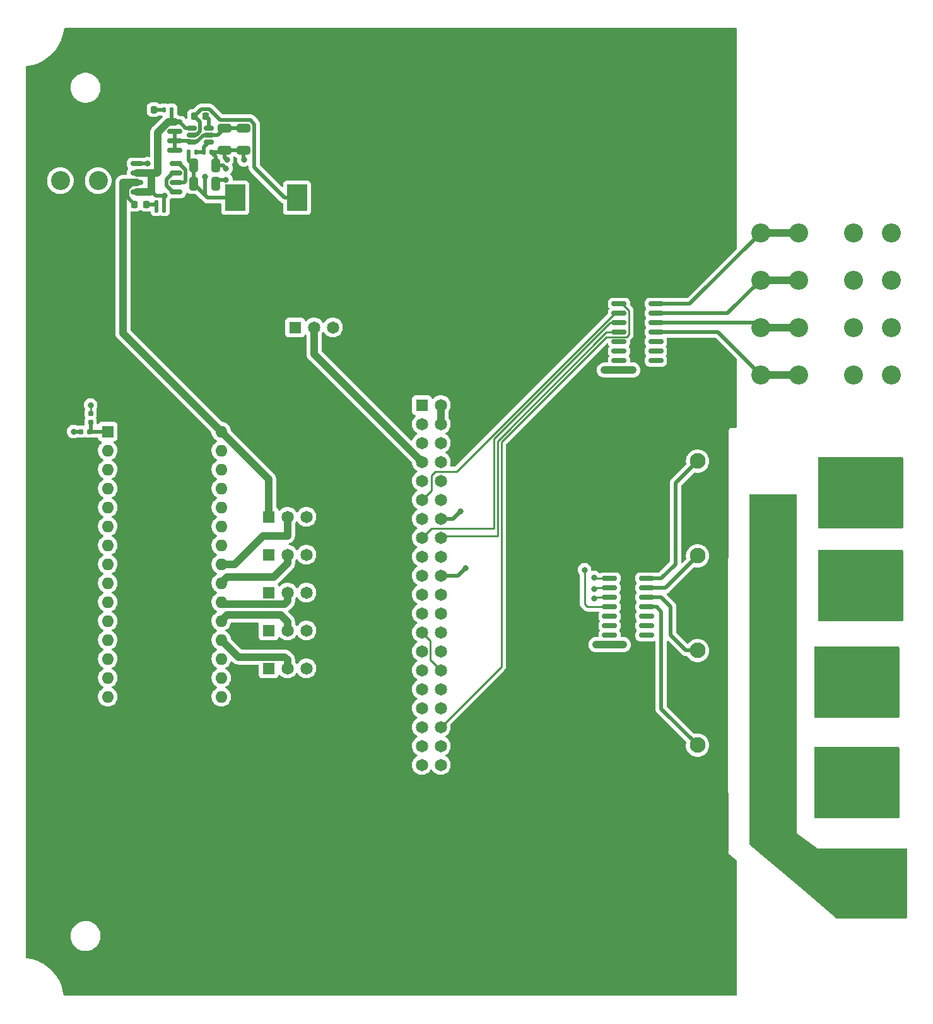
<source format=gbr>
%TF.GenerationSoftware,KiCad,Pcbnew,6.0.8-f2edbf62ab~116~ubuntu20.04.1*%
%TF.CreationDate,2022-10-25T18:56:43-07:00*%
%TF.ProjectId,Control_Board,436f6e74-726f-46c5-9f42-6f6172642e6b,rev?*%
%TF.SameCoordinates,Original*%
%TF.FileFunction,Copper,L1,Top*%
%TF.FilePolarity,Positive*%
%FSLAX46Y46*%
G04 Gerber Fmt 4.6, Leading zero omitted, Abs format (unit mm)*
G04 Created by KiCad (PCBNEW 6.0.8-f2edbf62ab~116~ubuntu20.04.1) date 2022-10-25 18:56:43*
%MOMM*%
%LPD*%
G01*
G04 APERTURE LIST*
G04 Aperture macros list*
%AMRoundRect*
0 Rectangle with rounded corners*
0 $1 Rounding radius*
0 $2 $3 $4 $5 $6 $7 $8 $9 X,Y pos of 4 corners*
0 Add a 4 corners polygon primitive as box body*
4,1,4,$2,$3,$4,$5,$6,$7,$8,$9,$2,$3,0*
0 Add four circle primitives for the rounded corners*
1,1,$1+$1,$2,$3*
1,1,$1+$1,$4,$5*
1,1,$1+$1,$6,$7*
1,1,$1+$1,$8,$9*
0 Add four rect primitives between the rounded corners*
20,1,$1+$1,$2,$3,$4,$5,0*
20,1,$1+$1,$4,$5,$6,$7,0*
20,1,$1+$1,$6,$7,$8,$9,0*
20,1,$1+$1,$8,$9,$2,$3,0*%
G04 Aperture macros list end*
%TA.AperFunction,ComponentPad*%
%ADD10R,1.650000X1.650000*%
%TD*%
%TA.AperFunction,ComponentPad*%
%ADD11C,1.650000*%
%TD*%
%TA.AperFunction,ComponentPad*%
%ADD12R,1.600000X1.600000*%
%TD*%
%TA.AperFunction,ComponentPad*%
%ADD13O,1.600000X1.600000*%
%TD*%
%TA.AperFunction,SMDPad,CuDef*%
%ADD14R,2.700000X3.600000*%
%TD*%
%TA.AperFunction,SMDPad,CuDef*%
%ADD15RoundRect,0.250000X-0.650000X0.325000X-0.650000X-0.325000X0.650000X-0.325000X0.650000X0.325000X0*%
%TD*%
%TA.AperFunction,ComponentPad*%
%ADD16C,2.550000*%
%TD*%
%TA.AperFunction,SMDPad,CuDef*%
%ADD17RoundRect,0.135000X0.135000X0.185000X-0.135000X0.185000X-0.135000X-0.185000X0.135000X-0.185000X0*%
%TD*%
%TA.AperFunction,ComponentPad*%
%ADD18C,2.100000*%
%TD*%
%TA.AperFunction,SMDPad,CuDef*%
%ADD19RoundRect,0.160000X0.197500X0.160000X-0.197500X0.160000X-0.197500X-0.160000X0.197500X-0.160000X0*%
%TD*%
%TA.AperFunction,SMDPad,CuDef*%
%ADD20RoundRect,0.218750X0.218750X0.256250X-0.218750X0.256250X-0.218750X-0.256250X0.218750X-0.256250X0*%
%TD*%
%TA.AperFunction,SMDPad,CuDef*%
%ADD21RoundRect,0.250000X-0.325000X-0.650000X0.325000X-0.650000X0.325000X0.650000X-0.325000X0.650000X0*%
%TD*%
%TA.AperFunction,SMDPad,CuDef*%
%ADD22RoundRect,0.150000X-0.675000X-0.150000X0.675000X-0.150000X0.675000X0.150000X-0.675000X0.150000X0*%
%TD*%
%TA.AperFunction,SMDPad,CuDef*%
%ADD23RoundRect,0.150000X-0.512500X-0.150000X0.512500X-0.150000X0.512500X0.150000X-0.512500X0.150000X0*%
%TD*%
%TA.AperFunction,SMDPad,CuDef*%
%ADD24RoundRect,0.150000X-0.825000X-0.150000X0.825000X-0.150000X0.825000X0.150000X-0.825000X0.150000X0*%
%TD*%
%TA.AperFunction,SMDPad,CuDef*%
%ADD25RoundRect,0.160000X-0.160000X0.197500X-0.160000X-0.197500X0.160000X-0.197500X0.160000X0.197500X0*%
%TD*%
%TA.AperFunction,SMDPad,CuDef*%
%ADD26RoundRect,0.150000X0.825000X0.150000X-0.825000X0.150000X-0.825000X-0.150000X0.825000X-0.150000X0*%
%TD*%
%TA.AperFunction,SMDPad,CuDef*%
%ADD27RoundRect,0.225000X-0.225000X-0.250000X0.225000X-0.250000X0.225000X0.250000X-0.225000X0.250000X0*%
%TD*%
%TA.AperFunction,ViaPad*%
%ADD28C,0.800000*%
%TD*%
%TA.AperFunction,Conductor*%
%ADD29C,0.500000*%
%TD*%
%TA.AperFunction,Conductor*%
%ADD30C,1.000000*%
%TD*%
%TA.AperFunction,Conductor*%
%ADD31C,0.250000*%
%TD*%
G04 APERTURE END LIST*
D10*
%TO.P,A4,1*%
%TO.N,+5V*%
X68580000Y-90170000D03*
D11*
%TO.P,A4,2*%
%TO.N,A4*%
X71120000Y-90170000D03*
%TO.P,A4,3*%
%TO.N,GND*%
X73660000Y-90170000D03*
%TD*%
D12*
%TO.P,A1,1,D1/TX*%
%TO.N,RX*%
X47000000Y-78740000D03*
D13*
%TO.P,A1,2,D0/RX*%
%TO.N,TX*%
X47000000Y-81280000D03*
%TO.P,A1,3,~{RESET}*%
%TO.N,unconnected-(A1-Pad3)*%
X47000000Y-83820000D03*
%TO.P,A1,4,GND*%
%TO.N,GND*%
X47000000Y-86360000D03*
%TO.P,A1,5,D2*%
%TO.N,unconnected-(A1-Pad5)*%
X47000000Y-88900000D03*
%TO.P,A1,6,D3*%
%TO.N,unconnected-(A1-Pad6)*%
X47000000Y-91440000D03*
%TO.P,A1,7,D4*%
%TO.N,unconnected-(A1-Pad7)*%
X47000000Y-93980000D03*
%TO.P,A1,8,D5*%
%TO.N,unconnected-(A1-Pad8)*%
X47000000Y-96520000D03*
%TO.P,A1,9,D6*%
%TO.N,unconnected-(A1-Pad9)*%
X47000000Y-99060000D03*
%TO.P,A1,10,D7*%
%TO.N,unconnected-(A1-Pad10)*%
X47000000Y-101600000D03*
%TO.P,A1,11,D8*%
%TO.N,unconnected-(A1-Pad11)*%
X47000000Y-104140000D03*
%TO.P,A1,12,D9*%
%TO.N,unconnected-(A1-Pad12)*%
X47000000Y-106680000D03*
%TO.P,A1,13,D10*%
%TO.N,unconnected-(A1-Pad13)*%
X47000000Y-109220000D03*
%TO.P,A1,14,D11*%
%TO.N,unconnected-(A1-Pad14)*%
X47000000Y-111760000D03*
%TO.P,A1,15,D12*%
%TO.N,unconnected-(A1-Pad15)*%
X47000000Y-114300000D03*
%TO.P,A1,16,D13*%
%TO.N,unconnected-(A1-Pad16)*%
X62240000Y-114300000D03*
%TO.P,A1,17,3V3*%
%TO.N,unconnected-(A1-Pad17)*%
X62240000Y-111760000D03*
%TO.P,A1,18,AREF*%
%TO.N,unconnected-(A1-Pad18)*%
X62240000Y-109220000D03*
%TO.P,A1,19,A0*%
%TO.N,A0*%
X62240000Y-106680000D03*
%TO.P,A1,20,A1*%
%TO.N,A1*%
X62240000Y-104140000D03*
%TO.P,A1,21,A2*%
%TO.N,A2*%
X62240000Y-101600000D03*
%TO.P,A1,22,A3*%
%TO.N,A3*%
X62240000Y-99060000D03*
%TO.P,A1,23,A4*%
%TO.N,A4*%
X62240000Y-96520000D03*
%TO.P,A1,24,A5*%
%TO.N,unconnected-(A1-Pad24)*%
X62240000Y-93980000D03*
%TO.P,A1,25,A6*%
%TO.N,unconnected-(A1-Pad25)*%
X62240000Y-91440000D03*
%TO.P,A1,26,A7*%
%TO.N,unconnected-(A1-Pad26)*%
X62240000Y-88900000D03*
%TO.P,A1,27,+5V*%
%TO.N,unconnected-(A1-Pad27)*%
X62240000Y-86360000D03*
%TO.P,A1,28,~{RESET}*%
%TO.N,unconnected-(A1-Pad28)*%
X62240000Y-83820000D03*
%TO.P,A1,29,GND*%
%TO.N,GND*%
X62240000Y-81280000D03*
%TO.P,A1,30,VIN*%
%TO.N,+5V*%
X62240000Y-78740000D03*
%TD*%
D14*
%TO.P,L1,1,1*%
%TO.N,Net-(C3-Pad1)*%
X72398000Y-47371000D03*
%TO.P,L1,2,2*%
%TO.N,Net-(C4-Pad1)*%
X64098000Y-47371000D03*
%TD*%
D15*
%TO.P,C2,1*%
%TO.N,Net-(C1-Pad1)*%
X65229000Y-38022000D03*
%TO.P,C2,2*%
%TO.N,GND*%
X65229000Y-40972000D03*
%TD*%
D16*
%TO.P,J112,1,1*%
%TO.N,Net-(K4-Pad3)*%
X151130000Y-128270000D03*
%TO.P,J112,2,2*%
X151130000Y-123190000D03*
%TD*%
D17*
%TO.P,R6,1*%
%TO.N,GND*%
X54563000Y-49022000D03*
%TO.P,R6,2*%
%TO.N,Net-(D2-Pad1)*%
X53543000Y-49022000D03*
%TD*%
D18*
%TO.P,K2,1,Coil*%
%TO.N,+12V*%
X126160000Y-103020000D03*
%TO.P,K2,2,NO*%
%TO.N,120V_Hot*%
X136320000Y-103020000D03*
%TO.P,K2,3,COM*%
%TO.N,Net-(K2-Pad3)*%
X143940000Y-103020000D03*
%TO.P,K2,5,Coil*%
%TO.N,Relay2*%
X126160000Y-95400000D03*
%TD*%
D10*
%TO.P,A0,1*%
%TO.N,+5V*%
X68580000Y-110490000D03*
D11*
%TO.P,A0,2*%
%TO.N,A0*%
X71120000Y-110490000D03*
%TO.P,A0,3*%
%TO.N,GND*%
X73660000Y-110490000D03*
%TD*%
D19*
%TO.P,R2,1*%
%TO.N,RX*%
X44539500Y-78740000D03*
%TO.P,R2,2*%
%TO.N,GND*%
X43344500Y-78740000D03*
%TD*%
D16*
%TO.P,J\u002A\u002A,1*%
%TO.N,Pump3*%
X139700000Y-64770000D03*
%TO.P,J\u002A\u002A,2*%
X134620000Y-64770000D03*
%TD*%
%TO.P,J2,1,Pin_1*%
%TO.N,+12V*%
X40640000Y-39435000D03*
%TO.P,J2,2,Pin_2*%
X45720000Y-39435000D03*
%TD*%
D20*
%TO.P,D2,1,K*%
%TO.N,Net-(D2-Pad1)*%
X52173500Y-48260000D03*
%TO.P,D2,2,A*%
%TO.N,+5V*%
X50598500Y-48260000D03*
%TD*%
D21*
%TO.P,C5,1*%
%TO.N,Net-(C4-Pad1)*%
X58518000Y-45466000D03*
%TO.P,C5,2*%
%TO.N,GND*%
X61468000Y-45466000D03*
%TD*%
D22*
%TO.P,Q2,1,S*%
%TO.N,Net-(C4-Pad1)*%
X50920000Y-42799000D03*
%TO.P,Q2,2,G*%
%TO.N,GND*%
X50920000Y-44069000D03*
%TO.P,Q2,3,S*%
%TO.N,+5V*%
X50920000Y-45339000D03*
%TO.P,Q2,4,G*%
%TO.N,GND*%
X50920000Y-46609000D03*
%TO.P,Q2,5,D*%
%TO.N,Net-(Q2-Pad5)*%
X56170000Y-46609000D03*
%TO.P,Q2,6,G*%
%TO.N,Net-(Q2-Pad6)*%
X56170000Y-45339000D03*
%TO.P,Q2,7,D*%
%TO.N,Net-(Q2-Pad5)*%
X56170000Y-44069000D03*
%TO.P,Q2,8,G*%
%TO.N,Net-(Q2-Pad6)*%
X56170000Y-42799000D03*
%TD*%
D17*
%TO.P,R7,1*%
%TO.N,GND*%
X54563000Y-48006000D03*
%TO.P,R7,2*%
%TO.N,Net-(D2-Pad1)*%
X53543000Y-48006000D03*
%TD*%
D16*
%TO.P,J\u002A\u002A,1*%
%TO.N,GND*%
X152146000Y-58420000D03*
%TO.P,J\u002A\u002A,2*%
X147066000Y-58420000D03*
%TD*%
%TO.P,J\u002A\u002A,1*%
%TO.N,Pump1*%
X139700000Y-52070000D03*
%TO.P,J\u002A\u002A,2*%
X134620000Y-52070000D03*
%TD*%
%TO.P,J5,1,1*%
%TO.N,Net-(K2-Pad3)*%
X151130000Y-101600000D03*
%TO.P,J5,2,2*%
X151130000Y-96520000D03*
%TD*%
%TO.P,J4,1,1*%
%TO.N,Net-(K1-Pad3)*%
X151765000Y-89535000D03*
%TO.P,J4,2,2*%
X151765000Y-84455000D03*
%TD*%
D17*
%TO.P,R4,1*%
%TO.N,Net-(R4-Pad1)*%
X58881000Y-41275000D03*
%TO.P,R4,2*%
%TO.N,Net-(C4-Pad1)*%
X57861000Y-41275000D03*
%TD*%
D10*
%TO.P,J1,1,3V3*%
%TO.N,unconnected-(J1-Pad1)*%
X89154000Y-75184000D03*
D11*
%TO.P,J1,2,5V*%
%TO.N,+5V*%
X91694000Y-75184000D03*
%TO.P,J1,3,SDA/GPIO2*%
%TO.N,unconnected-(J1-Pad3)*%
X89154000Y-77724000D03*
%TO.P,J1,4,5V*%
%TO.N,+5V*%
X91694000Y-77724000D03*
%TO.P,J1,5,SCL/GPIO3*%
%TO.N,unconnected-(J1-Pad5)*%
X89154000Y-80264000D03*
%TO.P,J1,6,GND*%
%TO.N,GND*%
X91694000Y-80264000D03*
%TO.P,J1,7,GCLK0/GPIO4*%
%TO.N,unconnected-(J1-Pad7)*%
X89154000Y-82804000D03*
%TO.P,J1,8,GPIO14/TXD*%
%TO.N,TX*%
X91694000Y-82804000D03*
%TO.P,J1,9,GND*%
%TO.N,GND*%
X89154000Y-85344000D03*
%TO.P,J1,10,GPIO15/RXD*%
%TO.N,Net-(J1-Pad10)*%
X91694000Y-85344000D03*
%TO.P,J1,11,GPIO17*%
%TO.N,U2{slash}Pin2*%
X89154000Y-87884000D03*
%TO.P,J1,12,GPIO18/PWM0*%
%TO.N,unconnected-(J1-Pad12)*%
X91694000Y-87884000D03*
%TO.P,J1,13,GPIO27*%
%TO.N,U1{slash}Pin4*%
X89154000Y-90424000D03*
%TO.P,J1,14,GND*%
%TO.N,GND*%
X91694000Y-90424000D03*
%TO.P,J1,15,GPIO22*%
%TO.N,U2{slash}Pin3*%
X89154000Y-92964000D03*
%TO.P,J1,16,GPIO23*%
%TO.N,U2{slash}Pin4*%
X91694000Y-92964000D03*
%TO.P,J1,17,3V3*%
%TO.N,unconnected-(J1-Pad17)*%
X89154000Y-95504000D03*
%TO.P,J1,18,GPIO24*%
%TO.N,U1{slash}Pin1*%
X91694000Y-95504000D03*
%TO.P,J1,19,MOSI0/GPIO10*%
%TO.N,unconnected-(J1-Pad19)*%
X89154000Y-98044000D03*
%TO.P,J1,20,GND*%
%TO.N,GND*%
X91694000Y-98044000D03*
%TO.P,J1,21,MISO0/GPIO9*%
%TO.N,unconnected-(J1-Pad21)*%
X89154000Y-100584000D03*
%TO.P,J1,22,GPIO25*%
%TO.N,U1{slash}Pin2*%
X91694000Y-100584000D03*
%TO.P,J1,23,SCLK0/GPIO11*%
%TO.N,unconnected-(J1-Pad23)*%
X89154000Y-103124000D03*
%TO.P,J1,24,~{CE0}/GPIO8*%
%TO.N,unconnected-(J1-Pad24)*%
X91694000Y-103124000D03*
%TO.P,J1,25,GND*%
%TO.N,GND*%
X89154000Y-105664000D03*
%TO.P,J1,26,~{CE1}/GPIO7*%
%TO.N,unconnected-(J1-Pad26)*%
X91694000Y-105664000D03*
%TO.P,J1,27,ID_SD/GPIO0*%
%TO.N,unconnected-(J1-Pad27)*%
X89154000Y-108204000D03*
%TO.P,J1,28,ID_SC/GPIO1*%
%TO.N,unconnected-(J1-Pad28)*%
X91694000Y-108204000D03*
%TO.P,J1,29,GCLK1/GPIO5*%
%TO.N,unconnected-(J1-Pad29)*%
X89154000Y-110744000D03*
%TO.P,J1,30,GND*%
%TO.N,GND*%
X91694000Y-110744000D03*
%TO.P,J1,31,GCLK2/GPIO6*%
%TO.N,unconnected-(J1-Pad31)*%
X89154000Y-113284000D03*
%TO.P,J1,32,PWM0/GPIO12*%
%TO.N,unconnected-(J1-Pad32)*%
X91694000Y-113284000D03*
%TO.P,J1,33,PWM1/GPIO13*%
%TO.N,unconnected-(J1-Pad33)*%
X89154000Y-115824000D03*
%TO.P,J1,34,GND*%
%TO.N,GND*%
X91694000Y-115824000D03*
%TO.P,J1,35,GPIO19/MISO1*%
%TO.N,unconnected-(J1-Pad35)*%
X89154000Y-118364000D03*
%TO.P,J1,36,GPIO16*%
%TO.N,U2{slash}Pin1*%
X91694000Y-118364000D03*
%TO.P,J1,37,GPIO26*%
%TO.N,U1{slash}Pin3*%
X89154000Y-120904000D03*
%TO.P,J1,38,GPIO20/MOSI1*%
%TO.N,unconnected-(J1-Pad38)*%
X91694000Y-120904000D03*
%TO.P,J1,39,GND*%
%TO.N,GND*%
X89154000Y-123444000D03*
%TO.P,J1,40,GPIO21/SCLK1*%
%TO.N,unconnected-(J1-Pad40)*%
X91694000Y-123444000D03*
%TD*%
D18*
%TO.P,K3,1,Coil*%
%TO.N,+12V*%
X126160000Y-115720000D03*
%TO.P,K3,2,NO*%
%TO.N,120V_Hot*%
X136320000Y-115720000D03*
%TO.P,K3,3,COM*%
%TO.N,Net-(K3-Pad3)*%
X143940000Y-115720000D03*
%TO.P,K3,5,Coil*%
%TO.N,Relay3*%
X126160000Y-108100000D03*
%TD*%
D20*
%TO.P,D1,1,K*%
%TO.N,Net-(D1-Pad1)*%
X53189500Y-35560000D03*
%TO.P,D1,2,A*%
%TO.N,+12V*%
X51614500Y-35560000D03*
%TD*%
D17*
%TO.P,R5,1*%
%TO.N,GND*%
X60913000Y-41275000D03*
%TO.P,R5,2*%
%TO.N,Net-(R4-Pad1)*%
X59893000Y-41275000D03*
%TD*%
D10*
%TO.P,A3,1*%
%TO.N,+5V*%
X68580000Y-95250000D03*
D11*
%TO.P,A3,2*%
%TO.N,A3*%
X71120000Y-95250000D03*
%TO.P,A3,3*%
%TO.N,GND*%
X73660000Y-95250000D03*
%TD*%
D23*
%TO.P,U3,1,GND*%
%TO.N,GND*%
X58249500Y-38039000D03*
%TO.P,U3,2,SW*%
%TO.N,Net-(C3-Pad1)*%
X58249500Y-38989000D03*
%TO.P,U3,3,VIN*%
%TO.N,Net-(C1-Pad1)*%
X58249500Y-39939000D03*
%TO.P,U3,4,VFB*%
%TO.N,Net-(R4-Pad1)*%
X60524500Y-39939000D03*
%TO.P,U3,5,EN*%
%TO.N,Net-(C1-Pad1)*%
X60524500Y-38989000D03*
%TO.P,U3,6,VBST*%
%TO.N,Net-(C3-Pad2)*%
X60524500Y-38039000D03*
%TD*%
D24*
%TO.P,U2,1,I1*%
%TO.N,U2{slash}Pin1*%
X115635000Y-61595000D03*
%TO.P,U2,2,I2*%
%TO.N,U2{slash}Pin2*%
X115635000Y-62865000D03*
%TO.P,U2,3,I3*%
%TO.N,U2{slash}Pin3*%
X115635000Y-64135000D03*
%TO.P,U2,4,I4*%
%TO.N,U2{slash}Pin4*%
X115635000Y-65405000D03*
%TO.P,U2,5,I5*%
%TO.N,unconnected-(U2-Pad5)*%
X115635000Y-66675000D03*
%TO.P,U2,6,I6*%
%TO.N,unconnected-(U2-Pad6)*%
X115635000Y-67945000D03*
%TO.P,U2,7,I7*%
%TO.N,unconnected-(U2-Pad7)*%
X115635000Y-69215000D03*
%TO.P,U2,8,GND*%
%TO.N,GND*%
X115635000Y-70485000D03*
%TO.P,U2,9,COM*%
%TO.N,+12V*%
X120585000Y-70485000D03*
%TO.P,U2,10,O7*%
%TO.N,unconnected-(U2-Pad10)*%
X120585000Y-69215000D03*
%TO.P,U2,11,O6*%
%TO.N,unconnected-(U2-Pad11)*%
X120585000Y-67945000D03*
%TO.P,U2,12,O5*%
%TO.N,unconnected-(U2-Pad12)*%
X120585000Y-66675000D03*
%TO.P,U2,13,O4*%
%TO.N,Pump4*%
X120585000Y-65405000D03*
%TO.P,U2,14,O3*%
%TO.N,Pump3*%
X120585000Y-64135000D03*
%TO.P,U2,15,O2*%
%TO.N,Pump2*%
X120585000Y-62865000D03*
%TO.P,U2,16,O1*%
%TO.N,Pump1*%
X120585000Y-61595000D03*
%TD*%
D21*
%TO.P,C4,1*%
%TO.N,Net-(C4-Pad1)*%
X58518000Y-43053000D03*
%TO.P,C4,2*%
%TO.N,GND*%
X61468000Y-43053000D03*
%TD*%
D10*
%TO.P,A2,1*%
%TO.N,+5V*%
X68580000Y-100330000D03*
D11*
%TO.P,A2,2*%
%TO.N,A2*%
X71120000Y-100330000D03*
%TO.P,A2,3*%
%TO.N,GND*%
X73660000Y-100330000D03*
%TD*%
D18*
%TO.P,K4,1,Coil*%
%TO.N,+12V*%
X126160000Y-128420000D03*
%TO.P,K4,2,NO*%
%TO.N,120V_Hot*%
X136320000Y-128420000D03*
%TO.P,K4,3,COM*%
%TO.N,Net-(K4-Pad3)*%
X143940000Y-128420000D03*
%TO.P,K4,5,Coil*%
%TO.N,Relay4*%
X126160000Y-120800000D03*
%TD*%
D25*
%TO.P,R1,1*%
%TO.N,Net-(J1-Pad10)*%
X44704000Y-76275000D03*
%TO.P,R1,2*%
%TO.N,RX*%
X44704000Y-77470000D03*
%TD*%
D10*
%TO.P,A1,1,D1/TX*%
%TO.N,+5V*%
X68580000Y-105410000D03*
D11*
%TO.P,A1,2,D0/RX*%
%TO.N,A1*%
X71120000Y-105410000D03*
%TO.P,A1,3,~{RESET}*%
%TO.N,GND*%
X73660000Y-105410000D03*
%TD*%
D16*
%TO.P,J3,1,Pin_1*%
%TO.N,GND*%
X40640000Y-45085000D03*
%TO.P,J3,2,Pin_2*%
X45720000Y-45085000D03*
%TD*%
D15*
%TO.P,C1,1*%
%TO.N,Net-(C1-Pad1)*%
X62689000Y-38022000D03*
%TO.P,C1,2*%
%TO.N,GND*%
X62689000Y-40972000D03*
%TD*%
D16*
%TO.P,J\u002A\u002A,1*%
%TO.N,GND*%
X152146000Y-71120000D03*
%TO.P,J\u002A\u002A,2*%
X147066000Y-71120000D03*
%TD*%
%TO.P,J6,1,1*%
%TO.N,Net-(K3-Pad3)*%
X151130000Y-114935000D03*
%TO.P,J6,2,2*%
X151130000Y-109855000D03*
%TD*%
D18*
%TO.P,K1,1,Coil*%
%TO.N,+12V*%
X126160000Y-90320000D03*
%TO.P,K1,2,NO*%
%TO.N,120V_Hot*%
X136320000Y-90320000D03*
%TO.P,K1,3,COM*%
%TO.N,Net-(K1-Pad3)*%
X143940000Y-90320000D03*
%TO.P,K1,5,Coil*%
%TO.N,Relay1*%
X126160000Y-82700000D03*
%TD*%
D16*
%TO.P,J\u002A\u002A,1*%
%TO.N,GND*%
X152146000Y-64770000D03*
%TO.P,J\u002A\u002A,2*%
X147066000Y-64770000D03*
%TD*%
D10*
%TO.P,T/H,1*%
%TO.N,+5V*%
X72136000Y-64770000D03*
D11*
%TO.P,T/H,2*%
%TO.N,unconnected-(J1-Pad7)*%
X74676000Y-64770000D03*
%TO.P,T/H,3*%
%TO.N,GND*%
X77216000Y-64770000D03*
%TD*%
D26*
%TO.P,Q1,1,D*%
%TO.N,Net-(C1-Pad1)*%
X56020000Y-41021000D03*
%TO.P,Q1,2,G*%
X56020000Y-39751000D03*
%TO.P,Q1,3,eS*%
X56020000Y-38481000D03*
%TO.P,Q1,4*%
%TO.N,GND*%
X56020000Y-37211000D03*
%TO.P,Q1,5*%
%TO.N,+12V*%
X51070000Y-37211000D03*
%TO.P,Q1,6*%
X51070000Y-38481000D03*
%TO.P,Q1,7*%
X51070000Y-39751000D03*
%TO.P,Q1,8*%
X51070000Y-41021000D03*
%TD*%
D16*
%TO.P,J\u002A\u002A,1*%
%TO.N,Pump2*%
X139700000Y-58420000D03*
%TO.P,J\u002A\u002A,2*%
X134620000Y-58420000D03*
%TD*%
%TO.P,J8,1,1*%
%TO.N,120V_Hot*%
X151130000Y-141605000D03*
%TO.P,J8,2,2*%
X151130000Y-136525000D03*
%TD*%
D27*
%TO.P,C3,1*%
%TO.N,Net-(C3-Pad1)*%
X58612000Y-36449000D03*
%TO.P,C3,2*%
%TO.N,Net-(C3-Pad2)*%
X60162000Y-36449000D03*
%TD*%
D17*
%TO.P,R3,1*%
%TO.N,GND*%
X55579000Y-35560000D03*
%TO.P,R3,2*%
%TO.N,Net-(D1-Pad1)*%
X54559000Y-35560000D03*
%TD*%
D24*
%TO.P,U1,1,I1*%
%TO.N,U1{slash}Pin1*%
X114365000Y-98425000D03*
%TO.P,U1,2,I2*%
%TO.N,U1{slash}Pin2*%
X114365000Y-99695000D03*
%TO.P,U1,3,I3*%
%TO.N,U1{slash}Pin3*%
X114365000Y-100965000D03*
%TO.P,U1,4,I4*%
%TO.N,U1{slash}Pin4*%
X114365000Y-102235000D03*
%TO.P,U1,5,I5*%
%TO.N,unconnected-(U1-Pad5)*%
X114365000Y-103505000D03*
%TO.P,U1,6,I6*%
%TO.N,unconnected-(U1-Pad6)*%
X114365000Y-104775000D03*
%TO.P,U1,7,I7*%
%TO.N,unconnected-(U1-Pad7)*%
X114365000Y-106045000D03*
%TO.P,U1,8,GND*%
%TO.N,GND*%
X114365000Y-107315000D03*
%TO.P,U1,9,COM*%
%TO.N,+12V*%
X119315000Y-107315000D03*
%TO.P,U1,10,O7*%
%TO.N,unconnected-(U1-Pad10)*%
X119315000Y-106045000D03*
%TO.P,U1,11,O6*%
%TO.N,unconnected-(U1-Pad11)*%
X119315000Y-104775000D03*
%TO.P,U1,12,O5*%
%TO.N,unconnected-(U1-Pad12)*%
X119315000Y-103505000D03*
%TO.P,U1,13,O4*%
%TO.N,Relay4*%
X119315000Y-102235000D03*
%TO.P,U1,14,O3*%
%TO.N,Relay3*%
X119315000Y-100965000D03*
%TO.P,U1,15,O2*%
%TO.N,Relay2*%
X119315000Y-99695000D03*
%TO.P,U1,16,O1*%
%TO.N,Relay1*%
X119315000Y-98425000D03*
%TD*%
D16*
%TO.P,J\u002A\u002A,1*%
%TO.N,GND*%
X152146000Y-52070000D03*
%TO.P,J\u002A\u002A,2*%
X147066000Y-52070000D03*
%TD*%
%TO.P,J\u002A\u002A,1*%
%TO.N,Pump4*%
X139700000Y-71120000D03*
%TO.P,J\u002A\u002A,2*%
X134620000Y-71120000D03*
%TD*%
D28*
%TO.N,GND*%
X62992000Y-42291000D03*
X113665000Y-70485000D03*
X54610000Y-47117000D03*
X53721000Y-41529000D03*
X52832000Y-45593000D03*
X65278000Y-42291000D03*
X94361000Y-89408000D03*
X42418000Y-78740000D03*
X94996000Y-97028000D03*
X112522000Y-107315000D03*
X116205000Y-107315000D03*
X53721000Y-39624000D03*
X117475000Y-70485000D03*
X62865000Y-43434000D03*
X62865000Y-44971498D03*
%TO.N,Net-(C4-Pad1)*%
X52324000Y-42799000D03*
X60071000Y-44577000D03*
%TO.N,Net-(J1-Pad10)*%
X44704000Y-75184000D03*
%TO.N,U1{slash}Pin1*%
X112268000Y-98298000D03*
%TO.N,U1{slash}Pin2*%
X112268000Y-99822000D03*
%TO.N,U1{slash}Pin3*%
X112268000Y-101092000D03*
%TO.N,U1{slash}Pin4*%
X110998000Y-97282000D03*
%TD*%
D29*
%TO.N,Net-(D2-Pad1)*%
X52173500Y-48260000D02*
X53289000Y-48260000D01*
X53543000Y-48006000D02*
X53543000Y-49022000D01*
X53289000Y-48260000D02*
X53543000Y-48006000D01*
D30*
%TO.N,+5V*%
X68580000Y-85080000D02*
X68580000Y-90170000D01*
X91694000Y-77724000D02*
X91694000Y-75184000D01*
X62240000Y-78740000D02*
X68580000Y-85080000D01*
D29*
X50598500Y-48260000D02*
X49645000Y-47306500D01*
X49645000Y-47306500D02*
X49645000Y-46210472D01*
D30*
X49022000Y-45339000D02*
X49022000Y-65522000D01*
X49022000Y-65522000D02*
X62240000Y-78740000D01*
D29*
X49645000Y-46210472D02*
X50516472Y-45339000D01*
D30*
X50920000Y-45339000D02*
X49022000Y-45339000D01*
D29*
X50516472Y-45339000D02*
X50920000Y-45339000D01*
%TO.N,Relay2*%
X121865000Y-99695000D02*
X126160000Y-95400000D01*
X119315000Y-99695000D02*
X121865000Y-99695000D01*
D30*
%TO.N,GND*%
X50920000Y-46609000D02*
X52705000Y-46609000D01*
D29*
X53467000Y-47117000D02*
X52832000Y-46482000D01*
X54563000Y-49022000D02*
X54563000Y-48006000D01*
D31*
X90304000Y-106814000D02*
X89154000Y-105664000D01*
D29*
X55579000Y-35560000D02*
X55579000Y-36770000D01*
D30*
X113665000Y-70485000D02*
X115635000Y-70485000D01*
X56020000Y-37211000D02*
X55112918Y-37211000D01*
D29*
X93980000Y-98044000D02*
X94996000Y-97028000D01*
D31*
X91694000Y-110744000D02*
X90304000Y-109354000D01*
D30*
X53721000Y-38602918D02*
X53721000Y-39624000D01*
D29*
X62484000Y-43053000D02*
X62865000Y-43434000D01*
X61962502Y-44971498D02*
X62865000Y-44971498D01*
D31*
X90304000Y-109354000D02*
X90304000Y-106814000D01*
D30*
X53721000Y-39624000D02*
X53721000Y-41529000D01*
D29*
X61468000Y-45466000D02*
X61962502Y-44971498D01*
X60913000Y-41275000D02*
X62386000Y-41275000D01*
X61468000Y-43053000D02*
X61468000Y-41830000D01*
D30*
X53721000Y-43942000D02*
X53594000Y-44069000D01*
X52705000Y-46609000D02*
X52832000Y-46482000D01*
X55112918Y-37211000D02*
X53721000Y-38602918D01*
X53721000Y-41529000D02*
X53721000Y-43942000D01*
X114365000Y-107315000D02*
X116205000Y-107315000D01*
D29*
X62689000Y-40972000D02*
X62689000Y-41988000D01*
X57470000Y-38039000D02*
X56642000Y-37211000D01*
X54563000Y-47164000D02*
X54610000Y-47117000D01*
D30*
X52832000Y-46482000D02*
X52832000Y-45593000D01*
X53594000Y-44069000D02*
X52832000Y-44069000D01*
D29*
X91694000Y-98044000D02*
X93980000Y-98044000D01*
X58249500Y-38039000D02*
X57470000Y-38039000D01*
D30*
X52832000Y-45593000D02*
X52832000Y-44069000D01*
D29*
X65229000Y-40972000D02*
X65229000Y-42242000D01*
X43344500Y-78740000D02*
X42418000Y-78740000D01*
X62386000Y-41275000D02*
X62689000Y-40972000D01*
X61468000Y-41830000D02*
X60913000Y-41275000D01*
X62689000Y-41988000D02*
X62992000Y-42291000D01*
X61468000Y-43053000D02*
X62484000Y-43053000D01*
D30*
X114365000Y-107315000D02*
X112522000Y-107315000D01*
D29*
X93345000Y-90424000D02*
X94361000Y-89408000D01*
D30*
X52832000Y-44069000D02*
X50920000Y-44069000D01*
D29*
X91694000Y-90424000D02*
X93345000Y-90424000D01*
X54563000Y-48006000D02*
X54563000Y-47164000D01*
D30*
X115635000Y-70485000D02*
X117475000Y-70485000D01*
D29*
X56642000Y-37211000D02*
X56020000Y-37211000D01*
X54610000Y-47117000D02*
X53467000Y-47117000D01*
X65229000Y-42242000D02*
X65278000Y-42291000D01*
X55579000Y-36770000D02*
X56020000Y-37211000D01*
X65229000Y-40972000D02*
X62689000Y-40972000D01*
%TO.N,Net-(R4-Pad1)*%
X59893000Y-41275000D02*
X59893000Y-40570500D01*
X59893000Y-41275000D02*
X58881000Y-41275000D01*
X59893000Y-40570500D02*
X60524500Y-39939000D01*
%TO.N,RX*%
X44704000Y-77470000D02*
X44704000Y-78575500D01*
X44704000Y-78575500D02*
X44539500Y-78740000D01*
X47000000Y-78740000D02*
X44539500Y-78740000D01*
D30*
%TO.N,A0*%
X64525000Y-108965000D02*
X70761726Y-108965000D01*
X71120000Y-109323274D02*
X71120000Y-110490000D01*
X62240000Y-106680000D02*
X64525000Y-108965000D01*
D31*
X62240000Y-106680000D02*
X62240000Y-107212000D01*
D30*
X70761726Y-108965000D02*
X71120000Y-109323274D01*
%TO.N,A1*%
X62240000Y-104140000D02*
X63039999Y-103340001D01*
X70216727Y-103340001D02*
X71120000Y-104243274D01*
X63039999Y-103340001D02*
X70216727Y-103340001D01*
X71120000Y-104243274D02*
X71120000Y-105410000D01*
%TO.N,A2*%
X70761726Y-101855000D02*
X71120000Y-101496726D01*
X62495000Y-101855000D02*
X70761726Y-101855000D01*
X71120000Y-101496726D02*
X71120000Y-100330000D01*
X62240000Y-101600000D02*
X62495000Y-101855000D01*
%TO.N,A3*%
X71120000Y-96416726D02*
X71120000Y-95250000D01*
X62240000Y-99060000D02*
X63039999Y-98260001D01*
X69276725Y-98260001D02*
X71120000Y-96416726D01*
X63039999Y-98260001D02*
X69276725Y-98260001D01*
%TO.N,A4*%
X67818000Y-92710000D02*
X71120000Y-92710000D01*
X71120000Y-92710000D02*
X71120000Y-90170000D01*
X62240000Y-96520000D02*
X64008000Y-96520000D01*
X64008000Y-96520000D02*
X67818000Y-92710000D01*
D29*
%TO.N,Net-(C1-Pad1)*%
X62689000Y-38022000D02*
X65229000Y-38022000D01*
X59850478Y-38989000D02*
X60524500Y-38989000D01*
X61722000Y-38989000D02*
X60524500Y-38989000D01*
X58249500Y-39939000D02*
X58900478Y-39939000D01*
X56020000Y-38481000D02*
X56020000Y-39751000D01*
X58900478Y-39939000D02*
X59850478Y-38989000D01*
X58061500Y-39751000D02*
X58249500Y-39939000D01*
X56020000Y-41021000D02*
X56020000Y-39751000D01*
X56020000Y-39751000D02*
X58061500Y-39751000D01*
X62689000Y-38022000D02*
X61722000Y-38989000D01*
%TO.N,Net-(C3-Pad1)*%
X66128949Y-36957000D02*
X66675000Y-37503051D01*
X58860528Y-38989000D02*
X59362000Y-38487528D01*
X66675000Y-37503051D02*
X66675000Y-43307000D01*
X60666594Y-35524000D02*
X62099594Y-36957000D01*
X58249500Y-38989000D02*
X58860528Y-38989000D01*
X59362000Y-38487528D02*
X59362000Y-37199000D01*
X70739000Y-47371000D02*
X72398000Y-47371000D01*
X66675000Y-43307000D02*
X70739000Y-47371000D01*
X62099594Y-36957000D02*
X66128949Y-36957000D01*
X59362000Y-37199000D02*
X58612000Y-36449000D01*
X58612000Y-36449000D02*
X59537000Y-35524000D01*
X59537000Y-35524000D02*
X60666594Y-35524000D01*
%TO.N,Net-(C3-Pad2)*%
X60524500Y-38039000D02*
X60524500Y-36811500D01*
X60524500Y-36811500D02*
X60162000Y-36449000D01*
%TO.N,Net-(C4-Pad1)*%
X60071000Y-44577000D02*
X60071000Y-47019000D01*
X50920000Y-42799000D02*
X52324000Y-42799000D01*
X60423000Y-47371000D02*
X58518000Y-45466000D01*
X60071000Y-47019000D02*
X60423000Y-47371000D01*
X58518000Y-43053000D02*
X58518000Y-45466000D01*
X64098000Y-47371000D02*
X60423000Y-47371000D01*
X57861000Y-42396000D02*
X57861000Y-41275000D01*
X58518000Y-43053000D02*
X57861000Y-42396000D01*
%TO.N,Net-(D1-Pad1)*%
X53189500Y-35560000D02*
X54559000Y-35560000D01*
%TO.N,Net-(Q2-Pad5)*%
X55766472Y-44069000D02*
X54895000Y-44940472D01*
X55753000Y-46609000D02*
X56170000Y-46609000D01*
X56170000Y-44069000D02*
X55766472Y-44069000D01*
X54895000Y-44940472D02*
X54895000Y-45751000D01*
X54895000Y-45751000D02*
X55753000Y-46609000D01*
%TO.N,Net-(Q2-Pad6)*%
X57277000Y-45339000D02*
X56170000Y-45339000D01*
X56170000Y-42799000D02*
X56573528Y-42799000D01*
X57445000Y-45171000D02*
X57277000Y-45339000D01*
X57445000Y-43670472D02*
X57445000Y-45171000D01*
X56573528Y-42799000D02*
X57445000Y-43670472D01*
D31*
%TO.N,Net-(J1-Pad10)*%
X44704000Y-76275000D02*
X44704000Y-75184000D01*
%TO.N,U1{slash}Pin1*%
X114365000Y-98425000D02*
X112395000Y-98425000D01*
X112395000Y-98425000D02*
X112268000Y-98298000D01*
%TO.N,U1{slash}Pin2*%
X114365000Y-99695000D02*
X112395000Y-99695000D01*
X112395000Y-99695000D02*
X112268000Y-99822000D01*
%TO.N,U1{slash}Pin3*%
X112395000Y-100965000D02*
X112268000Y-101092000D01*
X114365000Y-100965000D02*
X112395000Y-100965000D01*
%TO.N,U1{slash}Pin4*%
X110998000Y-101854000D02*
X110998000Y-97282000D01*
X111379000Y-102235000D02*
X110998000Y-101854000D01*
X114365000Y-102235000D02*
X111379000Y-102235000D01*
D29*
%TO.N,Relay4*%
X121285000Y-115925000D02*
X126160000Y-120800000D01*
X121285000Y-102870000D02*
X121285000Y-115925000D01*
X120650000Y-102235000D02*
X121285000Y-102870000D01*
X119315000Y-102235000D02*
X120650000Y-102235000D01*
%TO.N,Relay3*%
X124610000Y-108100000D02*
X126160000Y-108100000D01*
X119315000Y-100965000D02*
X121285000Y-100965000D01*
X121285000Y-100965000D02*
X122555000Y-102235000D01*
X122555000Y-106045000D02*
X124610000Y-108100000D01*
X122555000Y-102235000D02*
X122555000Y-106045000D01*
%TO.N,Relay1*%
X123190000Y-85670000D02*
X126160000Y-82700000D01*
X121285000Y-98425000D02*
X123190000Y-96520000D01*
X123190000Y-96520000D02*
X123190000Y-85670000D01*
X119315000Y-98425000D02*
X121285000Y-98425000D01*
D31*
%TO.N,U2{slash}Pin1*%
X115635000Y-61595000D02*
X116011751Y-61595000D01*
X116011751Y-61595000D02*
X116935000Y-62518249D01*
X99822000Y-110236000D02*
X91694000Y-118364000D01*
X116656751Y-66030000D02*
X113930396Y-66030000D01*
X113930396Y-66030000D02*
X99822000Y-80138396D01*
X116935000Y-62518249D02*
X116935000Y-65751751D01*
X99822000Y-80138396D02*
X99822000Y-110236000D01*
X116935000Y-65751751D02*
X116656751Y-66030000D01*
%TO.N,U2{slash}Pin2*%
X93851604Y-84074000D02*
X90932000Y-84074000D01*
X90932000Y-84074000D02*
X90424000Y-84582000D01*
X115635000Y-62865000D02*
X115060604Y-62865000D01*
X115060604Y-62865000D02*
X93851604Y-84074000D01*
X90424000Y-84582000D02*
X90424000Y-86614000D01*
X90424000Y-86614000D02*
X89154000Y-87884000D01*
%TO.N,U2{slash}Pin3*%
X89154000Y-92964000D02*
X90424000Y-91694000D01*
X114427000Y-64135000D02*
X115635000Y-64135000D01*
X98864000Y-91694000D02*
X98864000Y-79698000D01*
X98864000Y-79698000D02*
X114427000Y-64135000D01*
X90424000Y-91694000D02*
X98864000Y-91694000D01*
%TO.N,U2{slash}Pin4*%
X113919000Y-65405000D02*
X115635000Y-65405000D01*
X99314000Y-80010000D02*
X113919000Y-65405000D01*
X99314000Y-92710000D02*
X99314000Y-80010000D01*
X91694000Y-92964000D02*
X91948000Y-92710000D01*
X91948000Y-92710000D02*
X99314000Y-92710000D01*
D30*
%TO.N,Pump4*%
X139700000Y-71120000D02*
X134620000Y-71120000D01*
D29*
X128905000Y-65405000D02*
X134620000Y-71120000D01*
X120585000Y-65405000D02*
X128905000Y-65405000D01*
D30*
%TO.N,Pump3*%
X139700000Y-64770000D02*
X134620000Y-64770000D01*
D29*
X133985000Y-64135000D02*
X134620000Y-64770000D01*
X120585000Y-64135000D02*
X133985000Y-64135000D01*
D30*
%TO.N,Pump2*%
X139700000Y-58420000D02*
X134620000Y-58420000D01*
D29*
X120585000Y-62865000D02*
X130175000Y-62865000D01*
X130175000Y-62865000D02*
X134620000Y-58420000D01*
D30*
%TO.N,Pump1*%
X139700000Y-52070000D02*
X134620000Y-52070000D01*
D29*
X125095000Y-61595000D02*
X134620000Y-52070000D01*
X120585000Y-61595000D02*
X125095000Y-61595000D01*
D30*
%TO.N,unconnected-(J1-Pad7)*%
X74676000Y-68326000D02*
X89154000Y-82804000D01*
D31*
X89001600Y-82804000D02*
X89154000Y-82804000D01*
D30*
X74676000Y-64770000D02*
X74676000Y-68326000D01*
X74676000Y-64770000D02*
X74828400Y-64770000D01*
%TD*%
%TA.AperFunction,Conductor*%
%TO.N,Net-(K4-Pad3)*%
G36*
X153186671Y-121051002D02*
G01*
X153233164Y-121104658D01*
X153244550Y-121157000D01*
X153244550Y-130430000D01*
X153224548Y-130498121D01*
X153170892Y-130544614D01*
X153118550Y-130556000D01*
X141940550Y-130556000D01*
X141872429Y-130535998D01*
X141825936Y-130482342D01*
X141814550Y-130430000D01*
X141814550Y-121157000D01*
X141834552Y-121088879D01*
X141888208Y-121042386D01*
X141940550Y-121031000D01*
X153118550Y-121031000D01*
X153186671Y-121051002D01*
G37*
%TD.AperFunction*%
%TD*%
%TA.AperFunction,Conductor*%
%TO.N,Net-(K3-Pad3)*%
G36*
X153186671Y-107589002D02*
G01*
X153233164Y-107642658D01*
X153244550Y-107695000D01*
X153244550Y-116968000D01*
X153224548Y-117036121D01*
X153170892Y-117082614D01*
X153118550Y-117094000D01*
X141940550Y-117094000D01*
X141872429Y-117073998D01*
X141825936Y-117020342D01*
X141814550Y-116968000D01*
X141814550Y-107695000D01*
X141834552Y-107626879D01*
X141888208Y-107580386D01*
X141940550Y-107569000D01*
X153118550Y-107569000D01*
X153186671Y-107589002D01*
G37*
%TD.AperFunction*%
%TD*%
%TA.AperFunction,Conductor*%
%TO.N,120V_Hot*%
G36*
X139387621Y-87142002D02*
G01*
X139434114Y-87195658D01*
X139445500Y-87248000D01*
X139445500Y-131694498D01*
X139444957Y-131706177D01*
X139440898Y-131749777D01*
X139442607Y-131758583D01*
X139442607Y-131758587D01*
X139443693Y-131764181D01*
X139446000Y-131788183D01*
X139446000Y-132588000D01*
X142240000Y-134620000D01*
X154179000Y-134620000D01*
X154247121Y-134640002D01*
X154293614Y-134693658D01*
X154305000Y-134746000D01*
X154305000Y-143892000D01*
X154284998Y-143960121D01*
X154231342Y-144006614D01*
X154179000Y-144018000D01*
X144826224Y-144018000D01*
X144758103Y-143997998D01*
X144744742Y-143988107D01*
X139858753Y-139845638D01*
X133140517Y-134149743D01*
X133101493Y-134090435D01*
X133096000Y-134053637D01*
X133096000Y-87248000D01*
X133116002Y-87179879D01*
X133169658Y-87133386D01*
X133222000Y-87122000D01*
X139319500Y-87122000D01*
X139387621Y-87142002D01*
G37*
%TD.AperFunction*%
%TD*%
%TA.AperFunction,Conductor*%
%TO.N,Net-(K1-Pad3)*%
G36*
X153694671Y-82189002D02*
G01*
X153741164Y-82242658D01*
X153752550Y-82295000D01*
X153752550Y-91568000D01*
X153732548Y-91636121D01*
X153678892Y-91682614D01*
X153626550Y-91694000D01*
X142448550Y-91694000D01*
X142380429Y-91673998D01*
X142333936Y-91620342D01*
X142322550Y-91568000D01*
X142322550Y-82295000D01*
X142342552Y-82226879D01*
X142396208Y-82180386D01*
X142448550Y-82169000D01*
X153626550Y-82169000D01*
X153694671Y-82189002D01*
G37*
%TD.AperFunction*%
%TD*%
%TA.AperFunction,Conductor*%
%TO.N,+12V*%
G36*
X131387121Y-24645259D02*
G01*
X131433614Y-24698915D01*
X131445000Y-24751257D01*
X131445000Y-54120129D01*
X131424998Y-54188250D01*
X131408095Y-54209224D01*
X124817724Y-60799595D01*
X124755412Y-60833621D01*
X124728629Y-60836500D01*
X121693754Y-60836500D01*
X121658602Y-60831497D01*
X121520011Y-60791233D01*
X121520007Y-60791232D01*
X121513831Y-60789438D01*
X121507426Y-60788934D01*
X121507421Y-60788933D01*
X121478958Y-60786693D01*
X121478950Y-60786693D01*
X121476502Y-60786500D01*
X119693498Y-60786500D01*
X119691050Y-60786693D01*
X119691042Y-60786693D01*
X119662579Y-60788933D01*
X119662574Y-60788934D01*
X119656169Y-60789438D01*
X119556231Y-60818472D01*
X119504012Y-60833643D01*
X119504010Y-60833644D01*
X119496399Y-60835855D01*
X119489572Y-60839892D01*
X119489573Y-60839892D01*
X119360020Y-60916509D01*
X119360017Y-60916511D01*
X119353193Y-60920547D01*
X119235547Y-61038193D01*
X119231511Y-61045017D01*
X119231509Y-61045020D01*
X119167893Y-61152589D01*
X119150855Y-61181399D01*
X119104438Y-61341169D01*
X119101500Y-61378498D01*
X119101500Y-61811502D01*
X119104438Y-61848831D01*
X119150855Y-62008601D01*
X119235547Y-62151807D01*
X119238229Y-62154489D01*
X119263502Y-62218861D01*
X119249600Y-62288484D01*
X119239428Y-62304312D01*
X119235547Y-62308193D01*
X119150855Y-62451399D01*
X119148644Y-62459010D01*
X119148643Y-62459012D01*
X119141861Y-62482357D01*
X119104438Y-62611169D01*
X119101500Y-62648498D01*
X119101500Y-63081502D01*
X119104438Y-63118831D01*
X119150855Y-63278601D01*
X119235547Y-63421807D01*
X119238229Y-63424489D01*
X119263502Y-63488861D01*
X119249600Y-63558484D01*
X119239428Y-63574312D01*
X119235547Y-63578193D01*
X119150855Y-63721399D01*
X119104438Y-63881169D01*
X119103934Y-63887574D01*
X119103933Y-63887579D01*
X119101693Y-63916042D01*
X119101500Y-63918498D01*
X119101500Y-64351502D01*
X119101693Y-64353950D01*
X119101693Y-64353958D01*
X119101969Y-64357455D01*
X119104438Y-64388831D01*
X119150855Y-64548601D01*
X119235547Y-64691807D01*
X119238229Y-64694489D01*
X119263502Y-64758861D01*
X119249600Y-64828484D01*
X119239428Y-64844312D01*
X119235547Y-64848193D01*
X119150855Y-64991399D01*
X119104438Y-65151169D01*
X119103934Y-65157574D01*
X119103933Y-65157579D01*
X119101693Y-65186042D01*
X119101500Y-65188498D01*
X119101500Y-65621502D01*
X119101693Y-65623950D01*
X119101693Y-65623958D01*
X119103535Y-65647354D01*
X119104438Y-65658831D01*
X119115661Y-65697460D01*
X119137261Y-65771808D01*
X119150855Y-65818601D01*
X119235547Y-65961807D01*
X119238229Y-65964489D01*
X119263502Y-66028861D01*
X119249600Y-66098484D01*
X119239428Y-66114312D01*
X119235547Y-66118193D01*
X119150855Y-66261399D01*
X119104438Y-66421169D01*
X119103934Y-66427574D01*
X119103933Y-66427579D01*
X119101693Y-66456042D01*
X119101500Y-66458498D01*
X119101500Y-66891502D01*
X119104438Y-66928831D01*
X119150855Y-67088601D01*
X119235547Y-67231807D01*
X119238229Y-67234489D01*
X119263502Y-67298861D01*
X119249600Y-67368484D01*
X119239428Y-67384312D01*
X119235547Y-67388193D01*
X119150855Y-67531399D01*
X119104438Y-67691169D01*
X119101500Y-67728498D01*
X119101500Y-68161502D01*
X119104438Y-68198831D01*
X119150855Y-68358601D01*
X119235547Y-68501807D01*
X119238229Y-68504489D01*
X119263502Y-68568861D01*
X119249600Y-68638484D01*
X119239428Y-68654312D01*
X119235547Y-68658193D01*
X119150855Y-68801399D01*
X119104438Y-68961169D01*
X119103934Y-68967574D01*
X119103933Y-68967579D01*
X119101693Y-68996042D01*
X119101500Y-68998498D01*
X119101500Y-69431502D01*
X119104438Y-69468831D01*
X119150855Y-69628601D01*
X119154892Y-69635427D01*
X119231509Y-69764980D01*
X119231511Y-69764983D01*
X119235547Y-69771807D01*
X119353193Y-69889453D01*
X119360017Y-69893489D01*
X119360020Y-69893491D01*
X119411179Y-69923746D01*
X119496399Y-69974145D01*
X119504010Y-69976356D01*
X119504012Y-69976357D01*
X119556231Y-69991528D01*
X119656169Y-70020562D01*
X119662574Y-70021066D01*
X119662579Y-70021067D01*
X119691042Y-70023307D01*
X119691050Y-70023307D01*
X119693498Y-70023500D01*
X121476502Y-70023500D01*
X121478950Y-70023307D01*
X121478958Y-70023307D01*
X121507421Y-70021067D01*
X121507426Y-70021066D01*
X121513831Y-70020562D01*
X121613769Y-69991528D01*
X121665988Y-69976357D01*
X121665990Y-69976356D01*
X121673601Y-69974145D01*
X121758821Y-69923746D01*
X121809980Y-69893491D01*
X121809983Y-69893489D01*
X121816807Y-69889453D01*
X121934453Y-69771807D01*
X121938489Y-69764983D01*
X121938491Y-69764980D01*
X122015108Y-69635427D01*
X122019145Y-69628601D01*
X122065562Y-69468831D01*
X122068500Y-69431502D01*
X122068500Y-68998498D01*
X122068307Y-68996042D01*
X122066067Y-68967579D01*
X122066066Y-68967574D01*
X122065562Y-68961169D01*
X122019145Y-68801399D01*
X121934453Y-68658193D01*
X121931771Y-68655511D01*
X121906498Y-68591139D01*
X121920400Y-68521516D01*
X121930572Y-68505688D01*
X121934453Y-68501807D01*
X122019145Y-68358601D01*
X122065562Y-68198831D01*
X122068500Y-68161502D01*
X122068500Y-67728498D01*
X122065562Y-67691169D01*
X122019145Y-67531399D01*
X121934453Y-67388193D01*
X121931771Y-67385511D01*
X121906498Y-67321139D01*
X121920400Y-67251516D01*
X121930572Y-67235688D01*
X121934453Y-67231807D01*
X122019145Y-67088601D01*
X122065562Y-66928831D01*
X122068500Y-66891502D01*
X122068500Y-66458498D01*
X122068307Y-66456042D01*
X122066067Y-66427579D01*
X122066066Y-66427574D01*
X122065562Y-66421169D01*
X122063768Y-66414993D01*
X122063767Y-66414989D01*
X122037522Y-66324652D01*
X122037725Y-66253656D01*
X122076279Y-66194040D01*
X122140944Y-66164732D01*
X122158519Y-66163500D01*
X128538629Y-66163500D01*
X128606750Y-66183502D01*
X128627724Y-66200405D01*
X131408095Y-68980776D01*
X131442121Y-69043088D01*
X131445000Y-69069871D01*
X131445000Y-78105500D01*
X131424998Y-78173621D01*
X131371342Y-78220114D01*
X131319000Y-78231500D01*
X130818199Y-78231500D01*
X130817371Y-78231497D01*
X130749491Y-78231051D01*
X130740511Y-78230992D01*
X130731875Y-78233456D01*
X130731876Y-78233456D01*
X130711944Y-78239143D01*
X130695233Y-78242707D01*
X130676355Y-78245410D01*
X130665813Y-78246920D01*
X130642564Y-78257491D01*
X130624997Y-78263950D01*
X130600443Y-78270956D01*
X130592852Y-78275741D01*
X130592849Y-78275742D01*
X130575308Y-78286798D01*
X130560275Y-78294905D01*
X130541389Y-78303492D01*
X130541384Y-78303495D01*
X130533218Y-78307208D01*
X130526421Y-78313064D01*
X130526420Y-78313065D01*
X130513874Y-78323875D01*
X130498818Y-78335010D01*
X130484817Y-78343835D01*
X130484812Y-78343839D01*
X130477221Y-78348624D01*
X130471276Y-78355349D01*
X130471275Y-78355350D01*
X130457539Y-78370889D01*
X130445389Y-78382886D01*
X130422873Y-78402287D01*
X130417989Y-78409822D01*
X130408986Y-78423712D01*
X130397655Y-78438633D01*
X130386697Y-78451028D01*
X130386695Y-78451031D01*
X130380751Y-78457755D01*
X130368112Y-78484644D01*
X130359815Y-78499571D01*
X130351816Y-78511913D01*
X130343648Y-78524515D01*
X130341076Y-78533115D01*
X130336331Y-78548981D01*
X130329645Y-78566477D01*
X130322606Y-78581452D01*
X130322605Y-78581456D01*
X130318788Y-78589576D01*
X130317404Y-78598438D01*
X130317403Y-78598441D01*
X130314203Y-78618932D01*
X130310430Y-78635588D01*
X130301914Y-78664066D01*
X130301859Y-78673037D01*
X130301859Y-78673039D01*
X130301704Y-78698453D01*
X130301675Y-78699154D01*
X130301518Y-78700154D01*
X130301517Y-78702909D01*
X130301504Y-78730775D01*
X130301502Y-78731487D01*
X130301393Y-78749422D01*
X130301024Y-78809721D01*
X130301382Y-78810974D01*
X130301467Y-78812220D01*
X130285918Y-112897523D01*
X130283043Y-119200046D01*
X130283036Y-119200222D01*
X130283003Y-119200433D01*
X130283003Y-119201064D01*
X130283014Y-119219921D01*
X130283025Y-119238938D01*
X130283008Y-119276038D01*
X130283039Y-119276258D01*
X130283046Y-119276450D01*
X130292025Y-135045649D01*
X130290845Y-135062924D01*
X130288053Y-135083178D01*
X130288053Y-135083183D01*
X130286828Y-135092071D01*
X130297301Y-135162546D01*
X130297384Y-135163116D01*
X130307552Y-135233825D01*
X130308060Y-135234940D01*
X130308239Y-135236146D01*
X130311869Y-135244019D01*
X130338026Y-135300752D01*
X130338272Y-135301290D01*
X130364316Y-135358483D01*
X130364320Y-135358489D01*
X130367916Y-135366386D01*
X130368715Y-135367312D01*
X130369226Y-135368421D01*
X130416245Y-135422410D01*
X130463057Y-135476677D01*
X130470593Y-135481556D01*
X130470595Y-135481557D01*
X130491044Y-135494794D01*
X130503729Y-135504182D01*
X131400155Y-136258973D01*
X131439381Y-136318150D01*
X131445000Y-136355357D01*
X131445000Y-154292257D01*
X131424998Y-154360378D01*
X131371342Y-154406871D01*
X131319000Y-154418257D01*
X41194842Y-154418257D01*
X41126721Y-154398255D01*
X41080228Y-154344599D01*
X41069715Y-154307067D01*
X41039797Y-154054291D01*
X41039508Y-154051848D01*
X40953834Y-153621141D01*
X40834632Y-153198483D01*
X40682636Y-152786480D01*
X40498784Y-152387673D01*
X40284208Y-152004520D01*
X40076870Y-151694218D01*
X40041611Y-151641449D01*
X40041608Y-151641445D01*
X40040231Y-151639384D01*
X39904295Y-151466950D01*
X39769895Y-151296464D01*
X39769891Y-151296459D01*
X39768359Y-151294516D01*
X39661623Y-151179049D01*
X39471929Y-150973840D01*
X39470266Y-150972041D01*
X39462844Y-150965180D01*
X39149612Y-150675631D01*
X39149606Y-150675626D01*
X39147792Y-150673949D01*
X39093251Y-150630952D01*
X38831630Y-150424708D01*
X38802923Y-150402077D01*
X38759962Y-150373371D01*
X38551204Y-150233884D01*
X38437787Y-150158101D01*
X38054634Y-149943525D01*
X38052399Y-149942495D01*
X38052386Y-149942488D01*
X37658066Y-149760704D01*
X37658062Y-149760702D01*
X37655827Y-149759672D01*
X37243824Y-149607677D01*
X37241440Y-149607005D01*
X37241435Y-149607003D01*
X36823554Y-149489148D01*
X36823542Y-149489145D01*
X36821166Y-149488475D01*
X36818746Y-149487994D01*
X36818735Y-149487991D01*
X36542118Y-149432969D01*
X36390459Y-149402802D01*
X36212930Y-149381790D01*
X36135240Y-149372595D01*
X36069943Y-149344725D01*
X36030079Y-149285976D01*
X36024050Y-149247468D01*
X36024050Y-146373772D01*
X42011467Y-146373772D01*
X42011884Y-146381010D01*
X42027232Y-146647174D01*
X42079955Y-146915907D01*
X42081342Y-146919957D01*
X42081343Y-146919962D01*
X42167273Y-147170942D01*
X42168662Y-147174998D01*
X42197788Y-147232908D01*
X42274377Y-147385189D01*
X42291710Y-147419653D01*
X42294136Y-147423182D01*
X42294139Y-147423188D01*
X42444393Y-147641807D01*
X42446824Y-147645344D01*
X42631132Y-147847897D01*
X42841225Y-148023561D01*
X42844866Y-148025845D01*
X43069574Y-148166805D01*
X43069578Y-148166807D01*
X43073214Y-148169088D01*
X43141094Y-148199737D01*
X43318895Y-148280018D01*
X43318899Y-148280020D01*
X43322807Y-148281784D01*
X43326927Y-148283004D01*
X43326926Y-148283004D01*
X43581273Y-148358345D01*
X43581277Y-148358346D01*
X43585386Y-148359563D01*
X43589620Y-148360211D01*
X43589625Y-148360212D01*
X43851848Y-148400337D01*
X43851850Y-148400337D01*
X43856090Y-148400986D01*
X43995462Y-148403176D01*
X44125621Y-148405221D01*
X44125627Y-148405221D01*
X44129912Y-148405288D01*
X44401785Y-148372388D01*
X44666677Y-148302895D01*
X44670637Y-148301255D01*
X44670642Y-148301253D01*
X44793181Y-148250495D01*
X44919686Y-148198095D01*
X45156132Y-148059927D01*
X45371639Y-147890948D01*
X45413359Y-147847897D01*
X45559236Y-147697363D01*
X45562219Y-147694285D01*
X45564752Y-147690837D01*
X45564756Y-147690832D01*
X45721807Y-147477032D01*
X45724345Y-147473577D01*
X45751704Y-147423188D01*
X45852968Y-147236684D01*
X45852969Y-147236682D01*
X45855018Y-147232908D01*
X45951819Y-146976731D01*
X45976657Y-146868281D01*
X46011999Y-146713971D01*
X46012000Y-146713967D01*
X46012957Y-146709787D01*
X46021460Y-146614519D01*
X46037081Y-146439481D01*
X46037081Y-146439479D01*
X46037301Y-146437015D01*
X46037743Y-146394854D01*
X46036015Y-146369502D01*
X46019409Y-146125909D01*
X46019408Y-146125903D01*
X46019117Y-146121632D01*
X45963582Y-145853466D01*
X45872167Y-145595319D01*
X45746563Y-145351966D01*
X45736590Y-145337775D01*
X45667829Y-145239939D01*
X45589095Y-145127911D01*
X45402675Y-144927299D01*
X45399360Y-144924585D01*
X45399356Y-144924582D01*
X45194073Y-144756560D01*
X45190755Y-144753844D01*
X44957254Y-144610755D01*
X44953318Y-144609027D01*
X44710423Y-144502403D01*
X44710419Y-144502402D01*
X44706495Y-144500679D01*
X44443116Y-144425654D01*
X44438874Y-144425050D01*
X44438868Y-144425049D01*
X44238384Y-144396516D01*
X44171993Y-144387067D01*
X44028139Y-144386314D01*
X43902427Y-144385656D01*
X43902421Y-144385656D01*
X43898141Y-144385634D01*
X43893897Y-144386193D01*
X43893893Y-144386193D01*
X43774852Y-144401865D01*
X43626628Y-144421379D01*
X43622488Y-144422512D01*
X43622486Y-144422512D01*
X43549558Y-144442463D01*
X43362478Y-144493642D01*
X43358530Y-144495326D01*
X43114532Y-144599400D01*
X43114528Y-144599402D01*
X43110580Y-144601086D01*
X43090675Y-144612999D01*
X42879275Y-144739518D01*
X42879271Y-144739521D01*
X42875593Y-144741722D01*
X42661868Y-144912948D01*
X42473358Y-145111596D01*
X42313552Y-145333990D01*
X42185407Y-145576015D01*
X42183935Y-145580038D01*
X42183933Y-145580042D01*
X42094208Y-145825225D01*
X42091293Y-145833191D01*
X42032954Y-146100761D01*
X42011467Y-146373772D01*
X36024050Y-146373772D01*
X36024050Y-78740000D01*
X41504496Y-78740000D01*
X41505186Y-78746565D01*
X41522283Y-78909230D01*
X41524458Y-78929928D01*
X41583473Y-79111556D01*
X41678960Y-79276944D01*
X41806747Y-79418866D01*
X41889319Y-79478858D01*
X41943884Y-79518502D01*
X41961248Y-79531118D01*
X41967276Y-79533802D01*
X41967278Y-79533803D01*
X42096938Y-79591531D01*
X42135712Y-79608794D01*
X42229113Y-79628647D01*
X42316056Y-79647128D01*
X42316061Y-79647128D01*
X42322513Y-79648500D01*
X42513487Y-79648500D01*
X42519939Y-79647128D01*
X42519944Y-79647128D01*
X42606887Y-79628647D01*
X42700288Y-79608794D01*
X42852144Y-79541184D01*
X42922509Y-79531750D01*
X42941065Y-79536056D01*
X43024281Y-79562134D01*
X43093563Y-79568500D01*
X43096461Y-79568500D01*
X43345151Y-79568499D01*
X43595436Y-79568499D01*
X43598295Y-79568236D01*
X43598303Y-79568236D01*
X43632076Y-79565133D01*
X43664719Y-79562134D01*
X43671104Y-79560133D01*
X43811869Y-79516020D01*
X43811871Y-79516019D01*
X43819118Y-79513748D01*
X43825614Y-79509814D01*
X43825616Y-79509813D01*
X43876729Y-79478858D01*
X43945359Y-79460679D01*
X44007271Y-79478858D01*
X44058384Y-79509813D01*
X44058386Y-79509814D01*
X44064882Y-79513748D01*
X44072129Y-79516019D01*
X44072131Y-79516020D01*
X44084988Y-79520049D01*
X44219281Y-79562134D01*
X44288563Y-79568500D01*
X44291461Y-79568500D01*
X44540151Y-79568499D01*
X44790436Y-79568499D01*
X44793295Y-79568236D01*
X44793303Y-79568236D01*
X44827076Y-79565133D01*
X44859719Y-79562134D01*
X45014118Y-79513748D01*
X45020620Y-79509810D01*
X45020946Y-79509663D01*
X45072797Y-79498500D01*
X45568709Y-79498500D01*
X45636830Y-79518502D01*
X45683323Y-79572158D01*
X45693972Y-79610892D01*
X45698255Y-79650316D01*
X45749385Y-79786705D01*
X45836739Y-79903261D01*
X45953295Y-79990615D01*
X46089684Y-80041745D01*
X46100474Y-80042917D01*
X46102606Y-80043803D01*
X46105222Y-80044425D01*
X46105121Y-80044848D01*
X46166035Y-80070155D01*
X46206463Y-80128517D01*
X46208922Y-80199471D01*
X46172629Y-80260490D01*
X46163969Y-80267489D01*
X46160207Y-80270646D01*
X46155700Y-80273802D01*
X45993802Y-80435700D01*
X45990645Y-80440208D01*
X45990643Y-80440211D01*
X45951268Y-80496444D01*
X45862477Y-80623251D01*
X45860154Y-80628233D01*
X45860151Y-80628238D01*
X45818987Y-80716516D01*
X45765716Y-80830757D01*
X45764294Y-80836065D01*
X45764293Y-80836067D01*
X45739251Y-80929524D01*
X45706457Y-81051913D01*
X45686502Y-81280000D01*
X45706457Y-81508087D01*
X45707881Y-81513400D01*
X45707881Y-81513402D01*
X45764293Y-81723931D01*
X45765716Y-81729243D01*
X45768039Y-81734224D01*
X45768039Y-81734225D01*
X45860151Y-81931762D01*
X45860154Y-81931767D01*
X45862477Y-81936749D01*
X45993802Y-82124300D01*
X46155700Y-82286198D01*
X46160208Y-82289355D01*
X46160211Y-82289357D01*
X46234239Y-82341192D01*
X46343251Y-82417523D01*
X46348233Y-82419846D01*
X46348238Y-82419849D01*
X46382457Y-82435805D01*
X46435742Y-82482722D01*
X46455203Y-82550999D01*
X46434661Y-82618959D01*
X46382457Y-82664195D01*
X46348238Y-82680151D01*
X46348233Y-82680154D01*
X46343251Y-82682477D01*
X46318226Y-82700000D01*
X46160211Y-82810643D01*
X46160208Y-82810645D01*
X46155700Y-82813802D01*
X45993802Y-82975700D01*
X45990645Y-82980208D01*
X45990643Y-82980211D01*
X45955105Y-83030965D01*
X45862477Y-83163251D01*
X45860154Y-83168233D01*
X45860151Y-83168238D01*
X45768039Y-83365775D01*
X45765716Y-83370757D01*
X45764294Y-83376065D01*
X45764293Y-83376067D01*
X45738240Y-83473297D01*
X45706457Y-83591913D01*
X45686502Y-83820000D01*
X45706457Y-84048087D01*
X45707881Y-84053400D01*
X45707881Y-84053402D01*
X45764129Y-84263319D01*
X45765716Y-84269243D01*
X45768039Y-84274224D01*
X45768039Y-84274225D01*
X45860151Y-84471762D01*
X45860154Y-84471767D01*
X45862477Y-84476749D01*
X45923726Y-84564221D01*
X45969008Y-84628890D01*
X45993802Y-84664300D01*
X46155700Y-84826198D01*
X46160208Y-84829355D01*
X46160211Y-84829357D01*
X46227671Y-84876593D01*
X46343251Y-84957523D01*
X46348233Y-84959846D01*
X46348238Y-84959849D01*
X46382457Y-84975805D01*
X46435742Y-85022722D01*
X46455203Y-85090999D01*
X46434661Y-85158959D01*
X46382457Y-85204195D01*
X46348238Y-85220151D01*
X46348233Y-85220154D01*
X46343251Y-85222477D01*
X46292218Y-85258211D01*
X46160211Y-85350643D01*
X46160208Y-85350645D01*
X46155700Y-85353802D01*
X45993802Y-85515700D01*
X45990645Y-85520208D01*
X45990643Y-85520211D01*
X45951852Y-85575610D01*
X45862477Y-85703251D01*
X45860154Y-85708233D01*
X45860151Y-85708238D01*
X45818987Y-85796516D01*
X45765716Y-85910757D01*
X45764294Y-85916065D01*
X45764293Y-85916067D01*
X45707881Y-86126598D01*
X45706457Y-86131913D01*
X45686502Y-86360000D01*
X45706457Y-86588087D01*
X45707881Y-86593400D01*
X45707881Y-86593402D01*
X45743920Y-86727898D01*
X45765716Y-86809243D01*
X45768039Y-86814224D01*
X45768039Y-86814225D01*
X45860151Y-87011762D01*
X45860154Y-87011767D01*
X45862477Y-87016749D01*
X45993802Y-87204300D01*
X46155700Y-87366198D01*
X46160208Y-87369355D01*
X46160211Y-87369357D01*
X46234239Y-87421192D01*
X46343251Y-87497523D01*
X46348233Y-87499846D01*
X46348238Y-87499849D01*
X46382457Y-87515805D01*
X46435742Y-87562722D01*
X46455203Y-87630999D01*
X46434661Y-87698959D01*
X46382457Y-87744195D01*
X46348238Y-87760151D01*
X46348233Y-87760154D01*
X46343251Y-87762477D01*
X46238389Y-87835902D01*
X46160211Y-87890643D01*
X46160208Y-87890645D01*
X46155700Y-87893802D01*
X45993802Y-88055700D01*
X45990645Y-88060208D01*
X45990643Y-88060211D01*
X45951268Y-88116444D01*
X45862477Y-88243251D01*
X45860154Y-88248233D01*
X45860151Y-88248238D01*
X45818987Y-88336516D01*
X45765716Y-88450757D01*
X45764294Y-88456065D01*
X45764293Y-88456067D01*
X45720163Y-88620763D01*
X45706457Y-88671913D01*
X45686502Y-88900000D01*
X45706457Y-89128087D01*
X45707881Y-89133400D01*
X45707881Y-89133402D01*
X45751682Y-89296866D01*
X45765716Y-89349243D01*
X45768039Y-89354224D01*
X45768039Y-89354225D01*
X45860151Y-89551762D01*
X45860154Y-89551767D01*
X45862477Y-89556749D01*
X45891311Y-89597928D01*
X45967819Y-89707192D01*
X45993802Y-89744300D01*
X46155700Y-89906198D01*
X46160208Y-89909355D01*
X46160211Y-89909357D01*
X46202869Y-89939226D01*
X46343251Y-90037523D01*
X46348233Y-90039846D01*
X46348238Y-90039849D01*
X46382457Y-90055805D01*
X46435742Y-90102722D01*
X46455203Y-90170999D01*
X46434661Y-90238959D01*
X46382457Y-90284195D01*
X46348238Y-90300151D01*
X46348233Y-90300154D01*
X46343251Y-90302477D01*
X46238389Y-90375902D01*
X46160211Y-90430643D01*
X46160208Y-90430645D01*
X46155700Y-90433802D01*
X45993802Y-90595700D01*
X45990645Y-90600208D01*
X45990643Y-90600211D01*
X45951268Y-90656444D01*
X45862477Y-90783251D01*
X45860154Y-90788233D01*
X45860151Y-90788238D01*
X45791949Y-90934500D01*
X45765716Y-90990757D01*
X45764294Y-90996065D01*
X45764293Y-90996067D01*
X45738240Y-91093297D01*
X45706457Y-91211913D01*
X45686502Y-91440000D01*
X45706457Y-91668087D01*
X45707881Y-91673400D01*
X45707881Y-91673402D01*
X45758800Y-91863431D01*
X45765716Y-91889243D01*
X45768039Y-91894224D01*
X45768039Y-91894225D01*
X45860151Y-92091762D01*
X45860154Y-92091767D01*
X45862477Y-92096749D01*
X45993802Y-92284300D01*
X46155700Y-92446198D01*
X46160208Y-92449355D01*
X46160211Y-92449357D01*
X46234239Y-92501192D01*
X46343251Y-92577523D01*
X46348233Y-92579846D01*
X46348238Y-92579849D01*
X46382457Y-92595805D01*
X46435742Y-92642722D01*
X46455203Y-92710999D01*
X46434661Y-92778959D01*
X46382457Y-92824195D01*
X46348238Y-92840151D01*
X46348233Y-92840154D01*
X46343251Y-92842477D01*
X46250193Y-92907637D01*
X46160211Y-92970643D01*
X46160208Y-92970645D01*
X46155700Y-92973802D01*
X45993802Y-93135700D01*
X45990645Y-93140208D01*
X45990643Y-93140211D01*
X45954126Y-93192363D01*
X45862477Y-93323251D01*
X45860154Y-93328233D01*
X45860151Y-93328238D01*
X45794280Y-93469500D01*
X45765716Y-93530757D01*
X45764294Y-93536065D01*
X45764293Y-93536067D01*
X45715410Y-93718500D01*
X45706457Y-93751913D01*
X45686502Y-93980000D01*
X45706457Y-94208087D01*
X45707881Y-94213400D01*
X45707881Y-94213402D01*
X45751682Y-94376866D01*
X45765716Y-94429243D01*
X45768039Y-94434224D01*
X45768039Y-94434225D01*
X45860151Y-94631762D01*
X45860154Y-94631767D01*
X45862477Y-94636749D01*
X45935902Y-94741611D01*
X45967819Y-94787192D01*
X45993802Y-94824300D01*
X46155700Y-94986198D01*
X46160208Y-94989355D01*
X46160211Y-94989357D01*
X46208310Y-95023036D01*
X46343251Y-95117523D01*
X46348233Y-95119846D01*
X46348238Y-95119849D01*
X46382457Y-95135805D01*
X46435742Y-95182722D01*
X46455203Y-95250999D01*
X46434661Y-95318959D01*
X46382457Y-95364195D01*
X46348238Y-95380151D01*
X46348233Y-95380154D01*
X46343251Y-95382477D01*
X46318226Y-95400000D01*
X46160211Y-95510643D01*
X46160208Y-95510645D01*
X46155700Y-95513802D01*
X45993802Y-95675700D01*
X45990645Y-95680208D01*
X45990643Y-95680211D01*
X45951268Y-95736444D01*
X45862477Y-95863251D01*
X45860154Y-95868233D01*
X45860151Y-95868238D01*
X45836342Y-95919297D01*
X45765716Y-96070757D01*
X45764294Y-96076065D01*
X45764293Y-96076067D01*
X45720163Y-96240763D01*
X45706457Y-96291913D01*
X45686502Y-96520000D01*
X45706457Y-96748087D01*
X45707881Y-96753400D01*
X45707881Y-96753402D01*
X45764129Y-96963319D01*
X45765716Y-96969243D01*
X45768039Y-96974224D01*
X45768039Y-96974225D01*
X45860151Y-97171762D01*
X45860154Y-97171767D01*
X45862477Y-97176749D01*
X45993802Y-97364300D01*
X46155700Y-97526198D01*
X46160208Y-97529355D01*
X46160211Y-97529357D01*
X46202869Y-97559226D01*
X46343251Y-97657523D01*
X46348233Y-97659846D01*
X46348238Y-97659849D01*
X46382457Y-97675805D01*
X46435742Y-97722722D01*
X46455203Y-97790999D01*
X46434661Y-97858959D01*
X46382457Y-97904195D01*
X46348238Y-97920151D01*
X46348233Y-97920154D01*
X46343251Y-97922477D01*
X46283635Y-97964221D01*
X46160211Y-98050643D01*
X46160208Y-98050645D01*
X46155700Y-98053802D01*
X45993802Y-98215700D01*
X45990645Y-98220208D01*
X45990643Y-98220211D01*
X45951268Y-98276444D01*
X45862477Y-98403251D01*
X45860154Y-98408233D01*
X45860151Y-98408238D01*
X45768039Y-98605775D01*
X45765716Y-98610757D01*
X45764294Y-98616065D01*
X45764293Y-98616067D01*
X45714452Y-98802075D01*
X45706457Y-98831913D01*
X45686502Y-99060000D01*
X45706457Y-99288087D01*
X45707881Y-99293400D01*
X45707881Y-99293402D01*
X45751682Y-99456866D01*
X45765716Y-99509243D01*
X45768039Y-99514224D01*
X45768039Y-99514225D01*
X45860151Y-99711762D01*
X45860154Y-99711767D01*
X45862477Y-99716749D01*
X45894175Y-99762018D01*
X45967819Y-99867192D01*
X45993802Y-99904300D01*
X46155700Y-100066198D01*
X46160208Y-100069355D01*
X46160211Y-100069357D01*
X46226006Y-100115427D01*
X46343251Y-100197523D01*
X46348233Y-100199846D01*
X46348238Y-100199849D01*
X46382457Y-100215805D01*
X46435742Y-100262722D01*
X46455203Y-100330999D01*
X46434661Y-100398959D01*
X46382457Y-100444195D01*
X46348238Y-100460151D01*
X46348233Y-100460154D01*
X46343251Y-100462477D01*
X46238389Y-100535902D01*
X46160211Y-100590643D01*
X46160208Y-100590645D01*
X46155700Y-100593802D01*
X45993802Y-100755700D01*
X45990645Y-100760208D01*
X45990643Y-100760211D01*
X45951268Y-100816444D01*
X45862477Y-100943251D01*
X45860154Y-100948233D01*
X45860151Y-100948238D01*
X45836342Y-100999297D01*
X45765716Y-101150757D01*
X45764294Y-101156065D01*
X45764293Y-101156067D01*
X45739251Y-101249524D01*
X45706457Y-101371913D01*
X45686502Y-101600000D01*
X45706457Y-101828087D01*
X45707881Y-101833400D01*
X45707881Y-101833402D01*
X45743920Y-101967898D01*
X45765716Y-102049243D01*
X45768039Y-102054224D01*
X45768039Y-102054225D01*
X45860151Y-102251762D01*
X45860154Y-102251767D01*
X45862477Y-102256749D01*
X45993802Y-102444300D01*
X46155700Y-102606198D01*
X46160208Y-102609355D01*
X46160211Y-102609357D01*
X46226006Y-102655427D01*
X46343251Y-102737523D01*
X46348233Y-102739846D01*
X46348238Y-102739849D01*
X46382457Y-102755805D01*
X46435742Y-102802722D01*
X46455203Y-102870999D01*
X46434661Y-102938959D01*
X46382457Y-102984195D01*
X46348238Y-103000151D01*
X46348233Y-103000154D01*
X46343251Y-103002477D01*
X46329034Y-103012432D01*
X46160211Y-103130643D01*
X46160208Y-103130645D01*
X46155700Y-103133802D01*
X45993802Y-103295700D01*
X45990645Y-103300208D01*
X45990643Y-103300211D01*
X45951268Y-103356444D01*
X45862477Y-103483251D01*
X45860154Y-103488233D01*
X45860151Y-103488238D01*
X45769384Y-103682890D01*
X45765716Y-103690757D01*
X45764294Y-103696065D01*
X45764293Y-103696067D01*
X45739251Y-103789524D01*
X45706457Y-103911913D01*
X45686502Y-104140000D01*
X45706457Y-104368087D01*
X45707881Y-104373400D01*
X45707881Y-104373402D01*
X45751682Y-104536866D01*
X45765716Y-104589243D01*
X45768039Y-104594224D01*
X45768039Y-104594225D01*
X45860151Y-104791762D01*
X45860154Y-104791767D01*
X45862477Y-104796749D01*
X45894175Y-104842018D01*
X45967819Y-104947192D01*
X45993802Y-104984300D01*
X46155700Y-105146198D01*
X46160208Y-105149355D01*
X46160211Y-105149357D01*
X46226006Y-105195427D01*
X46343251Y-105277523D01*
X46348233Y-105279846D01*
X46348238Y-105279849D01*
X46382457Y-105295805D01*
X46435742Y-105342722D01*
X46455203Y-105410999D01*
X46434661Y-105478959D01*
X46382457Y-105524195D01*
X46348238Y-105540151D01*
X46348233Y-105540154D01*
X46343251Y-105542477D01*
X46238389Y-105615902D01*
X46160211Y-105670643D01*
X46160208Y-105670645D01*
X46155700Y-105673802D01*
X45993802Y-105835700D01*
X45990645Y-105840208D01*
X45990643Y-105840211D01*
X45951268Y-105896444D01*
X45862477Y-106023251D01*
X45860154Y-106028233D01*
X45860151Y-106028238D01*
X45836342Y-106079297D01*
X45765716Y-106230757D01*
X45764294Y-106236065D01*
X45764293Y-106236067D01*
X45711920Y-106431525D01*
X45706457Y-106451913D01*
X45686502Y-106680000D01*
X45706457Y-106908087D01*
X45707881Y-106913400D01*
X45707881Y-106913402D01*
X45763026Y-107119202D01*
X45765716Y-107129243D01*
X45768039Y-107134224D01*
X45768039Y-107134225D01*
X45860151Y-107331762D01*
X45860154Y-107331767D01*
X45862477Y-107336749D01*
X45899952Y-107390268D01*
X45984348Y-107510798D01*
X45993802Y-107524300D01*
X46155700Y-107686198D01*
X46160208Y-107689355D01*
X46160211Y-107689357D01*
X46167726Y-107694619D01*
X46343251Y-107817523D01*
X46348233Y-107819846D01*
X46348238Y-107819849D01*
X46382457Y-107835805D01*
X46435742Y-107882722D01*
X46455203Y-107950999D01*
X46434661Y-108018959D01*
X46382457Y-108064195D01*
X46348238Y-108080151D01*
X46348233Y-108080154D01*
X46343251Y-108082477D01*
X46250836Y-108147187D01*
X46160211Y-108210643D01*
X46160208Y-108210645D01*
X46155700Y-108213802D01*
X45993802Y-108375700D01*
X45990645Y-108380208D01*
X45990643Y-108380211D01*
X45951268Y-108436444D01*
X45862477Y-108563251D01*
X45860154Y-108568233D01*
X45860151Y-108568238D01*
X45769384Y-108762890D01*
X45765716Y-108770757D01*
X45764294Y-108776065D01*
X45764293Y-108776067D01*
X45738240Y-108873297D01*
X45706457Y-108991913D01*
X45686502Y-109220000D01*
X45706457Y-109448087D01*
X45707881Y-109453400D01*
X45707881Y-109453402D01*
X45764129Y-109663319D01*
X45765716Y-109669243D01*
X45768039Y-109674224D01*
X45768039Y-109674225D01*
X45860151Y-109871762D01*
X45860154Y-109871767D01*
X45862477Y-109876749D01*
X45930290Y-109973596D01*
X45967819Y-110027192D01*
X45993802Y-110064300D01*
X46155700Y-110226198D01*
X46160208Y-110229355D01*
X46160211Y-110229357D01*
X46208310Y-110263036D01*
X46343251Y-110357523D01*
X46348233Y-110359846D01*
X46348238Y-110359849D01*
X46382457Y-110375805D01*
X46435742Y-110422722D01*
X46455203Y-110490999D01*
X46434661Y-110558959D01*
X46382457Y-110604195D01*
X46348238Y-110620151D01*
X46348233Y-110620154D01*
X46343251Y-110622477D01*
X46267517Y-110675507D01*
X46160211Y-110750643D01*
X46160208Y-110750645D01*
X46155700Y-110753802D01*
X45993802Y-110915700D01*
X45990645Y-110920208D01*
X45990643Y-110920211D01*
X45951268Y-110976444D01*
X45862477Y-111103251D01*
X45860154Y-111108233D01*
X45860151Y-111108238D01*
X45836342Y-111159297D01*
X45765716Y-111310757D01*
X45764294Y-111316065D01*
X45764293Y-111316067D01*
X45733502Y-111430981D01*
X45706457Y-111531913D01*
X45686502Y-111760000D01*
X45706457Y-111988087D01*
X45707881Y-111993400D01*
X45707881Y-111993402D01*
X45743920Y-112127898D01*
X45765716Y-112209243D01*
X45768039Y-112214224D01*
X45768039Y-112214225D01*
X45860151Y-112411762D01*
X45860154Y-112411767D01*
X45862477Y-112416749D01*
X45993802Y-112604300D01*
X46155700Y-112766198D01*
X46160208Y-112769355D01*
X46160211Y-112769357D01*
X46234239Y-112821192D01*
X46343251Y-112897523D01*
X46348233Y-112899846D01*
X46348238Y-112899849D01*
X46382457Y-112915805D01*
X46435742Y-112962722D01*
X46455203Y-113030999D01*
X46434661Y-113098959D01*
X46382457Y-113144195D01*
X46348238Y-113160151D01*
X46348233Y-113160154D01*
X46343251Y-113162477D01*
X46238389Y-113235902D01*
X46160211Y-113290643D01*
X46160208Y-113290645D01*
X46155700Y-113293802D01*
X45993802Y-113455700D01*
X45990645Y-113460208D01*
X45990643Y-113460211D01*
X45951268Y-113516444D01*
X45862477Y-113643251D01*
X45860154Y-113648233D01*
X45860151Y-113648238D01*
X45818987Y-113736516D01*
X45765716Y-113850757D01*
X45764294Y-113856065D01*
X45764293Y-113856067D01*
X45739251Y-113949524D01*
X45706457Y-114071913D01*
X45686502Y-114300000D01*
X45706457Y-114528087D01*
X45707881Y-114533400D01*
X45707881Y-114533402D01*
X45743920Y-114667898D01*
X45765716Y-114749243D01*
X45768039Y-114754224D01*
X45768039Y-114754225D01*
X45860151Y-114951762D01*
X45860154Y-114951767D01*
X45862477Y-114956749D01*
X45993802Y-115144300D01*
X46155700Y-115306198D01*
X46160208Y-115309355D01*
X46160211Y-115309357D01*
X46234239Y-115361192D01*
X46343251Y-115437523D01*
X46348233Y-115439846D01*
X46348238Y-115439849D01*
X46545775Y-115531961D01*
X46550757Y-115534284D01*
X46556065Y-115535706D01*
X46556067Y-115535707D01*
X46766598Y-115592119D01*
X46766600Y-115592119D01*
X46771913Y-115593543D01*
X47000000Y-115613498D01*
X47228087Y-115593543D01*
X47233400Y-115592119D01*
X47233402Y-115592119D01*
X47443933Y-115535707D01*
X47443935Y-115535706D01*
X47449243Y-115534284D01*
X47454225Y-115531961D01*
X47651762Y-115439849D01*
X47651767Y-115439846D01*
X47656749Y-115437523D01*
X47765761Y-115361192D01*
X47839789Y-115309357D01*
X47839792Y-115309355D01*
X47844300Y-115306198D01*
X48006198Y-115144300D01*
X48137523Y-114956749D01*
X48139846Y-114951767D01*
X48139849Y-114951762D01*
X48231961Y-114754225D01*
X48231961Y-114754224D01*
X48234284Y-114749243D01*
X48256081Y-114667898D01*
X48292119Y-114533402D01*
X48292119Y-114533400D01*
X48293543Y-114528087D01*
X48313498Y-114300000D01*
X48293543Y-114071913D01*
X48260749Y-113949524D01*
X48235707Y-113856067D01*
X48235706Y-113856065D01*
X48234284Y-113850757D01*
X48181013Y-113736516D01*
X48139849Y-113648238D01*
X48139846Y-113648233D01*
X48137523Y-113643251D01*
X48048732Y-113516444D01*
X48009357Y-113460211D01*
X48009355Y-113460208D01*
X48006198Y-113455700D01*
X47844300Y-113293802D01*
X47839792Y-113290645D01*
X47839789Y-113290643D01*
X47761611Y-113235902D01*
X47656749Y-113162477D01*
X47651767Y-113160154D01*
X47651762Y-113160151D01*
X47617543Y-113144195D01*
X47564258Y-113097278D01*
X47544797Y-113029001D01*
X47565339Y-112961041D01*
X47617543Y-112915805D01*
X47651762Y-112899849D01*
X47651767Y-112899846D01*
X47656749Y-112897523D01*
X47765761Y-112821192D01*
X47839789Y-112769357D01*
X47839792Y-112769355D01*
X47844300Y-112766198D01*
X48006198Y-112604300D01*
X48137523Y-112416749D01*
X48139846Y-112411767D01*
X48139849Y-112411762D01*
X48231961Y-112214225D01*
X48231961Y-112214224D01*
X48234284Y-112209243D01*
X48256081Y-112127898D01*
X48292119Y-111993402D01*
X48292119Y-111993400D01*
X48293543Y-111988087D01*
X48313498Y-111760000D01*
X48293543Y-111531913D01*
X48266498Y-111430981D01*
X48235707Y-111316067D01*
X48235706Y-111316065D01*
X48234284Y-111310757D01*
X48163658Y-111159297D01*
X48139849Y-111108238D01*
X48139846Y-111108233D01*
X48137523Y-111103251D01*
X48048732Y-110976444D01*
X48009357Y-110920211D01*
X48009355Y-110920208D01*
X48006198Y-110915700D01*
X47844300Y-110753802D01*
X47839792Y-110750645D01*
X47839789Y-110750643D01*
X47732483Y-110675507D01*
X47656749Y-110622477D01*
X47651767Y-110620154D01*
X47651762Y-110620151D01*
X47617543Y-110604195D01*
X47564258Y-110557278D01*
X47544797Y-110489001D01*
X47565339Y-110421041D01*
X47617543Y-110375805D01*
X47651762Y-110359849D01*
X47651767Y-110359846D01*
X47656749Y-110357523D01*
X47791690Y-110263036D01*
X47839789Y-110229357D01*
X47839792Y-110229355D01*
X47844300Y-110226198D01*
X48006198Y-110064300D01*
X48032182Y-110027192D01*
X48069710Y-109973596D01*
X48137523Y-109876749D01*
X48139846Y-109871767D01*
X48139849Y-109871762D01*
X48231961Y-109674225D01*
X48231961Y-109674224D01*
X48234284Y-109669243D01*
X48235872Y-109663319D01*
X48292119Y-109453402D01*
X48292119Y-109453400D01*
X48293543Y-109448087D01*
X48313498Y-109220000D01*
X48293543Y-108991913D01*
X48261760Y-108873297D01*
X48235707Y-108776067D01*
X48235706Y-108776065D01*
X48234284Y-108770757D01*
X48230616Y-108762890D01*
X48139849Y-108568238D01*
X48139846Y-108568233D01*
X48137523Y-108563251D01*
X48048732Y-108436444D01*
X48009357Y-108380211D01*
X48009355Y-108380208D01*
X48006198Y-108375700D01*
X47844300Y-108213802D01*
X47839792Y-108210645D01*
X47839789Y-108210643D01*
X47749164Y-108147187D01*
X47656749Y-108082477D01*
X47651767Y-108080154D01*
X47651762Y-108080151D01*
X47617543Y-108064195D01*
X47564258Y-108017278D01*
X47544797Y-107949001D01*
X47565339Y-107881041D01*
X47617543Y-107835805D01*
X47651762Y-107819849D01*
X47651767Y-107819846D01*
X47656749Y-107817523D01*
X47832274Y-107694619D01*
X47839789Y-107689357D01*
X47839792Y-107689355D01*
X47844300Y-107686198D01*
X48006198Y-107524300D01*
X48015653Y-107510798D01*
X48100048Y-107390268D01*
X48137523Y-107336749D01*
X48139846Y-107331767D01*
X48139849Y-107331762D01*
X48231961Y-107134225D01*
X48231961Y-107134224D01*
X48234284Y-107129243D01*
X48236975Y-107119202D01*
X48292119Y-106913402D01*
X48292119Y-106913400D01*
X48293543Y-106908087D01*
X48313498Y-106680000D01*
X48293543Y-106451913D01*
X48288080Y-106431525D01*
X48235707Y-106236067D01*
X48235706Y-106236065D01*
X48234284Y-106230757D01*
X48163658Y-106079297D01*
X48139849Y-106028238D01*
X48139846Y-106028233D01*
X48137523Y-106023251D01*
X48048732Y-105896444D01*
X48009357Y-105840211D01*
X48009355Y-105840208D01*
X48006198Y-105835700D01*
X47844300Y-105673802D01*
X47839792Y-105670645D01*
X47839789Y-105670643D01*
X47761611Y-105615902D01*
X47656749Y-105542477D01*
X47651767Y-105540154D01*
X47651762Y-105540151D01*
X47617543Y-105524195D01*
X47564258Y-105477278D01*
X47544797Y-105409001D01*
X47565339Y-105341041D01*
X47617543Y-105295805D01*
X47651762Y-105279849D01*
X47651767Y-105279846D01*
X47656749Y-105277523D01*
X47773994Y-105195427D01*
X47839789Y-105149357D01*
X47839792Y-105149355D01*
X47844300Y-105146198D01*
X48006198Y-104984300D01*
X48032182Y-104947192D01*
X48105825Y-104842018D01*
X48137523Y-104796749D01*
X48139846Y-104791767D01*
X48139849Y-104791762D01*
X48231961Y-104594225D01*
X48231961Y-104594224D01*
X48234284Y-104589243D01*
X48248319Y-104536866D01*
X48292119Y-104373402D01*
X48292119Y-104373400D01*
X48293543Y-104368087D01*
X48313498Y-104140000D01*
X48293543Y-103911913D01*
X48260749Y-103789524D01*
X48235707Y-103696067D01*
X48235706Y-103696065D01*
X48234284Y-103690757D01*
X48230616Y-103682890D01*
X48139849Y-103488238D01*
X48139846Y-103488233D01*
X48137523Y-103483251D01*
X48048732Y-103356444D01*
X48009357Y-103300211D01*
X48009355Y-103300208D01*
X48006198Y-103295700D01*
X47844300Y-103133802D01*
X47839792Y-103130645D01*
X47839789Y-103130643D01*
X47670966Y-103012432D01*
X47656749Y-103002477D01*
X47651767Y-103000154D01*
X47651762Y-103000151D01*
X47617543Y-102984195D01*
X47564258Y-102937278D01*
X47544797Y-102869001D01*
X47565339Y-102801041D01*
X47617543Y-102755805D01*
X47651762Y-102739849D01*
X47651767Y-102739846D01*
X47656749Y-102737523D01*
X47773994Y-102655427D01*
X47839789Y-102609357D01*
X47839792Y-102609355D01*
X47844300Y-102606198D01*
X48006198Y-102444300D01*
X48137523Y-102256749D01*
X48139846Y-102251767D01*
X48139849Y-102251762D01*
X48231961Y-102054225D01*
X48231961Y-102054224D01*
X48234284Y-102049243D01*
X48256081Y-101967898D01*
X48292119Y-101833402D01*
X48292119Y-101833400D01*
X48293543Y-101828087D01*
X48313498Y-101600000D01*
X48293543Y-101371913D01*
X48260749Y-101249524D01*
X48235707Y-101156067D01*
X48235706Y-101156065D01*
X48234284Y-101150757D01*
X48163658Y-100999297D01*
X48139849Y-100948238D01*
X48139846Y-100948233D01*
X48137523Y-100943251D01*
X48048732Y-100816444D01*
X48009357Y-100760211D01*
X48009355Y-100760208D01*
X48006198Y-100755700D01*
X47844300Y-100593802D01*
X47839792Y-100590645D01*
X47839789Y-100590643D01*
X47761611Y-100535902D01*
X47656749Y-100462477D01*
X47651767Y-100460154D01*
X47651762Y-100460151D01*
X47617543Y-100444195D01*
X47564258Y-100397278D01*
X47544797Y-100329001D01*
X47565339Y-100261041D01*
X47617543Y-100215805D01*
X47651762Y-100199849D01*
X47651767Y-100199846D01*
X47656749Y-100197523D01*
X47773994Y-100115427D01*
X47839789Y-100069357D01*
X47839792Y-100069355D01*
X47844300Y-100066198D01*
X48006198Y-99904300D01*
X48032182Y-99867192D01*
X48105825Y-99762018D01*
X48137523Y-99716749D01*
X48139846Y-99711767D01*
X48139849Y-99711762D01*
X48231961Y-99514225D01*
X48231961Y-99514224D01*
X48234284Y-99509243D01*
X48248319Y-99456866D01*
X48292119Y-99293402D01*
X48292119Y-99293400D01*
X48293543Y-99288087D01*
X48313498Y-99060000D01*
X48293543Y-98831913D01*
X48285548Y-98802075D01*
X48235707Y-98616067D01*
X48235706Y-98616065D01*
X48234284Y-98610757D01*
X48231961Y-98605775D01*
X48139849Y-98408238D01*
X48139846Y-98408233D01*
X48137523Y-98403251D01*
X48048732Y-98276444D01*
X48009357Y-98220211D01*
X48009355Y-98220208D01*
X48006198Y-98215700D01*
X47844300Y-98053802D01*
X47839792Y-98050645D01*
X47839789Y-98050643D01*
X47716365Y-97964221D01*
X47656749Y-97922477D01*
X47651767Y-97920154D01*
X47651762Y-97920151D01*
X47617543Y-97904195D01*
X47564258Y-97857278D01*
X47544797Y-97789001D01*
X47565339Y-97721041D01*
X47617543Y-97675805D01*
X47651762Y-97659849D01*
X47651767Y-97659846D01*
X47656749Y-97657523D01*
X47797131Y-97559226D01*
X47839789Y-97529357D01*
X47839792Y-97529355D01*
X47844300Y-97526198D01*
X48006198Y-97364300D01*
X48137523Y-97176749D01*
X48139846Y-97171767D01*
X48139849Y-97171762D01*
X48231961Y-96974225D01*
X48231961Y-96974224D01*
X48234284Y-96969243D01*
X48235872Y-96963319D01*
X48292119Y-96753402D01*
X48292119Y-96753400D01*
X48293543Y-96748087D01*
X48313498Y-96520000D01*
X48293543Y-96291913D01*
X48279837Y-96240763D01*
X48235707Y-96076067D01*
X48235706Y-96076065D01*
X48234284Y-96070757D01*
X48163658Y-95919297D01*
X48139849Y-95868238D01*
X48139846Y-95868233D01*
X48137523Y-95863251D01*
X48048732Y-95736444D01*
X48009357Y-95680211D01*
X48009355Y-95680208D01*
X48006198Y-95675700D01*
X47844300Y-95513802D01*
X47839792Y-95510645D01*
X47839789Y-95510643D01*
X47681774Y-95400000D01*
X47656749Y-95382477D01*
X47651767Y-95380154D01*
X47651762Y-95380151D01*
X47617543Y-95364195D01*
X47564258Y-95317278D01*
X47544797Y-95249001D01*
X47565339Y-95181041D01*
X47617543Y-95135805D01*
X47651762Y-95119849D01*
X47651767Y-95119846D01*
X47656749Y-95117523D01*
X47791690Y-95023036D01*
X47839789Y-94989357D01*
X47839792Y-94989355D01*
X47844300Y-94986198D01*
X48006198Y-94824300D01*
X48032182Y-94787192D01*
X48064098Y-94741611D01*
X48137523Y-94636749D01*
X48139846Y-94631767D01*
X48139849Y-94631762D01*
X48231961Y-94434225D01*
X48231961Y-94434224D01*
X48234284Y-94429243D01*
X48248319Y-94376866D01*
X48292119Y-94213402D01*
X48292119Y-94213400D01*
X48293543Y-94208087D01*
X48313498Y-93980000D01*
X48293543Y-93751913D01*
X48284590Y-93718500D01*
X48235707Y-93536067D01*
X48235706Y-93536065D01*
X48234284Y-93530757D01*
X48205720Y-93469500D01*
X48139849Y-93328238D01*
X48139846Y-93328233D01*
X48137523Y-93323251D01*
X48045874Y-93192363D01*
X48009357Y-93140211D01*
X48009355Y-93140208D01*
X48006198Y-93135700D01*
X47844300Y-92973802D01*
X47839792Y-92970645D01*
X47839789Y-92970643D01*
X47749807Y-92907637D01*
X47656749Y-92842477D01*
X47651767Y-92840154D01*
X47651762Y-92840151D01*
X47617543Y-92824195D01*
X47564258Y-92777278D01*
X47544797Y-92709001D01*
X47565339Y-92641041D01*
X47617543Y-92595805D01*
X47651762Y-92579849D01*
X47651767Y-92579846D01*
X47656749Y-92577523D01*
X47765761Y-92501192D01*
X47839789Y-92449357D01*
X47839792Y-92449355D01*
X47844300Y-92446198D01*
X48006198Y-92284300D01*
X48137523Y-92096749D01*
X48139846Y-92091767D01*
X48139849Y-92091762D01*
X48231961Y-91894225D01*
X48231961Y-91894224D01*
X48234284Y-91889243D01*
X48241201Y-91863431D01*
X48292119Y-91673402D01*
X48292119Y-91673400D01*
X48293543Y-91668087D01*
X48313498Y-91440000D01*
X48293543Y-91211913D01*
X48261760Y-91093297D01*
X48235707Y-90996067D01*
X48235706Y-90996065D01*
X48234284Y-90990757D01*
X48208051Y-90934500D01*
X48139849Y-90788238D01*
X48139846Y-90788233D01*
X48137523Y-90783251D01*
X48048732Y-90656444D01*
X48009357Y-90600211D01*
X48009355Y-90600208D01*
X48006198Y-90595700D01*
X47844300Y-90433802D01*
X47839792Y-90430645D01*
X47839789Y-90430643D01*
X47761611Y-90375902D01*
X47656749Y-90302477D01*
X47651767Y-90300154D01*
X47651762Y-90300151D01*
X47617543Y-90284195D01*
X47564258Y-90237278D01*
X47544797Y-90169001D01*
X47565339Y-90101041D01*
X47617543Y-90055805D01*
X47651762Y-90039849D01*
X47651767Y-90039846D01*
X47656749Y-90037523D01*
X47797131Y-89939226D01*
X47839789Y-89909357D01*
X47839792Y-89909355D01*
X47844300Y-89906198D01*
X48006198Y-89744300D01*
X48032182Y-89707192D01*
X48108689Y-89597928D01*
X48137523Y-89556749D01*
X48139846Y-89551767D01*
X48139849Y-89551762D01*
X48231961Y-89354225D01*
X48231961Y-89354224D01*
X48234284Y-89349243D01*
X48248319Y-89296866D01*
X48292119Y-89133402D01*
X48292119Y-89133400D01*
X48293543Y-89128087D01*
X48313498Y-88900000D01*
X48293543Y-88671913D01*
X48279837Y-88620763D01*
X48235707Y-88456067D01*
X48235706Y-88456065D01*
X48234284Y-88450757D01*
X48181013Y-88336516D01*
X48139849Y-88248238D01*
X48139846Y-88248233D01*
X48137523Y-88243251D01*
X48048732Y-88116444D01*
X48009357Y-88060211D01*
X48009355Y-88060208D01*
X48006198Y-88055700D01*
X47844300Y-87893802D01*
X47839792Y-87890645D01*
X47839789Y-87890643D01*
X47761611Y-87835902D01*
X47656749Y-87762477D01*
X47651767Y-87760154D01*
X47651762Y-87760151D01*
X47617543Y-87744195D01*
X47564258Y-87697278D01*
X47544797Y-87629001D01*
X47565339Y-87561041D01*
X47617543Y-87515805D01*
X47651762Y-87499849D01*
X47651767Y-87499846D01*
X47656749Y-87497523D01*
X47765761Y-87421192D01*
X47839789Y-87369357D01*
X47839792Y-87369355D01*
X47844300Y-87366198D01*
X48006198Y-87204300D01*
X48137523Y-87016749D01*
X48139846Y-87011767D01*
X48139849Y-87011762D01*
X48231961Y-86814225D01*
X48231961Y-86814224D01*
X48234284Y-86809243D01*
X48256081Y-86727898D01*
X48292119Y-86593402D01*
X48292119Y-86593400D01*
X48293543Y-86588087D01*
X48313498Y-86360000D01*
X48293543Y-86131913D01*
X48292119Y-86126598D01*
X48235707Y-85916067D01*
X48235706Y-85916065D01*
X48234284Y-85910757D01*
X48181013Y-85796516D01*
X48139849Y-85708238D01*
X48139846Y-85708233D01*
X48137523Y-85703251D01*
X48048148Y-85575610D01*
X48009357Y-85520211D01*
X48009355Y-85520208D01*
X48006198Y-85515700D01*
X47844300Y-85353802D01*
X47839792Y-85350645D01*
X47839789Y-85350643D01*
X47707782Y-85258211D01*
X47656749Y-85222477D01*
X47651767Y-85220154D01*
X47651762Y-85220151D01*
X47617543Y-85204195D01*
X47564258Y-85157278D01*
X47544797Y-85089001D01*
X47565339Y-85021041D01*
X47617543Y-84975805D01*
X47651762Y-84959849D01*
X47651767Y-84959846D01*
X47656749Y-84957523D01*
X47772329Y-84876593D01*
X47839789Y-84829357D01*
X47839792Y-84829355D01*
X47844300Y-84826198D01*
X48006198Y-84664300D01*
X48030993Y-84628890D01*
X48076274Y-84564221D01*
X48137523Y-84476749D01*
X48139846Y-84471767D01*
X48139849Y-84471762D01*
X48231961Y-84274225D01*
X48231961Y-84274224D01*
X48234284Y-84269243D01*
X48235872Y-84263319D01*
X48292119Y-84053402D01*
X48292119Y-84053400D01*
X48293543Y-84048087D01*
X48313498Y-83820000D01*
X48293543Y-83591913D01*
X48261760Y-83473297D01*
X48235707Y-83376067D01*
X48235706Y-83376065D01*
X48234284Y-83370757D01*
X48231961Y-83365775D01*
X48139849Y-83168238D01*
X48139846Y-83168233D01*
X48137523Y-83163251D01*
X48044895Y-83030965D01*
X48009357Y-82980211D01*
X48009355Y-82980208D01*
X48006198Y-82975700D01*
X47844300Y-82813802D01*
X47839792Y-82810645D01*
X47839789Y-82810643D01*
X47681774Y-82700000D01*
X47656749Y-82682477D01*
X47651767Y-82680154D01*
X47651762Y-82680151D01*
X47617543Y-82664195D01*
X47564258Y-82617278D01*
X47544797Y-82549001D01*
X47565339Y-82481041D01*
X47617543Y-82435805D01*
X47651762Y-82419849D01*
X47651767Y-82419846D01*
X47656749Y-82417523D01*
X47765761Y-82341192D01*
X47839789Y-82289357D01*
X47839792Y-82289355D01*
X47844300Y-82286198D01*
X48006198Y-82124300D01*
X48137523Y-81936749D01*
X48139846Y-81931767D01*
X48139849Y-81931762D01*
X48231961Y-81734225D01*
X48231961Y-81734224D01*
X48234284Y-81729243D01*
X48235708Y-81723931D01*
X48292119Y-81513402D01*
X48292119Y-81513400D01*
X48293543Y-81508087D01*
X48313498Y-81280000D01*
X48293543Y-81051913D01*
X48260749Y-80929524D01*
X48235707Y-80836067D01*
X48235706Y-80836065D01*
X48234284Y-80830757D01*
X48181013Y-80716516D01*
X48139849Y-80628238D01*
X48139846Y-80628233D01*
X48137523Y-80623251D01*
X48048732Y-80496444D01*
X48009357Y-80440211D01*
X48009355Y-80440208D01*
X48006198Y-80435700D01*
X47844300Y-80273802D01*
X47839789Y-80270643D01*
X47835576Y-80267108D01*
X47836527Y-80265974D01*
X47796529Y-80215929D01*
X47789224Y-80145310D01*
X47821258Y-80081951D01*
X47882462Y-80045970D01*
X47899517Y-80042918D01*
X47910316Y-80041745D01*
X48046705Y-79990615D01*
X48163261Y-79903261D01*
X48250615Y-79786705D01*
X48301745Y-79650316D01*
X48308500Y-79588134D01*
X48308500Y-77891866D01*
X48301745Y-77829684D01*
X48250615Y-77693295D01*
X48163261Y-77576739D01*
X48046705Y-77489385D01*
X47910316Y-77438255D01*
X47848134Y-77431500D01*
X46151866Y-77431500D01*
X46089684Y-77438255D01*
X45953295Y-77489385D01*
X45836739Y-77576739D01*
X45817450Y-77602477D01*
X45759326Y-77680031D01*
X45702467Y-77722546D01*
X45631648Y-77727572D01*
X45569355Y-77693512D01*
X45535365Y-77631181D01*
X45532500Y-77604466D01*
X45532499Y-77221947D01*
X45532499Y-77219064D01*
X45532234Y-77216172D01*
X45526745Y-77156435D01*
X45526134Y-77149781D01*
X45477748Y-76995382D01*
X45442858Y-76937771D01*
X45424679Y-76869141D01*
X45442858Y-76807229D01*
X45473813Y-76756116D01*
X45473814Y-76756114D01*
X45477748Y-76749618D01*
X45526134Y-76595219D01*
X45532500Y-76525937D01*
X45532499Y-76024064D01*
X45532234Y-76021172D01*
X45526745Y-75961435D01*
X45526134Y-75954781D01*
X45477748Y-75800382D01*
X45473813Y-75793885D01*
X45470687Y-75786961D01*
X45472488Y-75786148D01*
X45456922Y-75727378D01*
X45473758Y-75667740D01*
X45535223Y-75561279D01*
X45535224Y-75561278D01*
X45538527Y-75555556D01*
X45597542Y-75373928D01*
X45617504Y-75184000D01*
X45597542Y-74994072D01*
X45538527Y-74812444D01*
X45443040Y-74647056D01*
X45315253Y-74505134D01*
X45160752Y-74392882D01*
X45154724Y-74390198D01*
X45154722Y-74390197D01*
X44992319Y-74317891D01*
X44992318Y-74317891D01*
X44986288Y-74315206D01*
X44892887Y-74295353D01*
X44805944Y-74276872D01*
X44805939Y-74276872D01*
X44799487Y-74275500D01*
X44608513Y-74275500D01*
X44602061Y-74276872D01*
X44602056Y-74276872D01*
X44515113Y-74295353D01*
X44421712Y-74315206D01*
X44415682Y-74317891D01*
X44415681Y-74317891D01*
X44253278Y-74390197D01*
X44253276Y-74390198D01*
X44247248Y-74392882D01*
X44092747Y-74505134D01*
X43964960Y-74647056D01*
X43869473Y-74812444D01*
X43810458Y-74994072D01*
X43790496Y-75184000D01*
X43810458Y-75373928D01*
X43869473Y-75555556D01*
X43872776Y-75561278D01*
X43872777Y-75561279D01*
X43934242Y-75667740D01*
X43950980Y-75736736D01*
X43935861Y-75786305D01*
X43937313Y-75786961D01*
X43934187Y-75793885D01*
X43930252Y-75800382D01*
X43881866Y-75954781D01*
X43875500Y-76024063D01*
X43875501Y-76525936D01*
X43875764Y-76528795D01*
X43875764Y-76528803D01*
X43878867Y-76562576D01*
X43881866Y-76595219D01*
X43883865Y-76601597D01*
X43883865Y-76601598D01*
X43907525Y-76677095D01*
X43930252Y-76749618D01*
X43934186Y-76756114D01*
X43934187Y-76756116D01*
X43965142Y-76807229D01*
X43983321Y-76875859D01*
X43965142Y-76937771D01*
X43930252Y-76995382D01*
X43881866Y-77149781D01*
X43875500Y-77219063D01*
X43875501Y-77720936D01*
X43875764Y-77723795D01*
X43875764Y-77723803D01*
X43876683Y-77733802D01*
X43881866Y-77790219D01*
X43882530Y-77792337D01*
X43876443Y-77861388D01*
X43832963Y-77917513D01*
X43766042Y-77941221D01*
X43721452Y-77935645D01*
X43706773Y-77931045D01*
X43664719Y-77917866D01*
X43595437Y-77911500D01*
X43592539Y-77911500D01*
X43343849Y-77911501D01*
X43093564Y-77911501D01*
X43090705Y-77911764D01*
X43090697Y-77911764D01*
X43056924Y-77914867D01*
X43024281Y-77917866D01*
X42941069Y-77943943D01*
X42870085Y-77945227D01*
X42852149Y-77938818D01*
X42700288Y-77871206D01*
X42606888Y-77851353D01*
X42519944Y-77832872D01*
X42519939Y-77832872D01*
X42513487Y-77831500D01*
X42322513Y-77831500D01*
X42316061Y-77832872D01*
X42316056Y-77832872D01*
X42229112Y-77851353D01*
X42135712Y-77871206D01*
X42129682Y-77873891D01*
X42129681Y-77873891D01*
X41967278Y-77946197D01*
X41967276Y-77946198D01*
X41961248Y-77948882D01*
X41806747Y-78061134D01*
X41802326Y-78066044D01*
X41802325Y-78066045D01*
X41698076Y-78181826D01*
X41678960Y-78203056D01*
X41641179Y-78268495D01*
X41599589Y-78340531D01*
X41583473Y-78368444D01*
X41524458Y-78550072D01*
X41523768Y-78556633D01*
X41523768Y-78556635D01*
X41512477Y-78664066D01*
X41504496Y-78740000D01*
X36024050Y-78740000D01*
X36024050Y-45038183D01*
X38852112Y-45038183D01*
X38852336Y-45042850D01*
X38852336Y-45042855D01*
X38855044Y-45099232D01*
X38864830Y-45302963D01*
X38880068Y-45379570D01*
X38908572Y-45522866D01*
X38916546Y-45562956D01*
X38918125Y-45567354D01*
X38918127Y-45567361D01*
X38998648Y-45791630D01*
X39006123Y-45812449D01*
X39131594Y-46045961D01*
X39134389Y-46049705D01*
X39134391Y-46049707D01*
X39171065Y-46098819D01*
X39290201Y-46258362D01*
X39293510Y-46261642D01*
X39293515Y-46261648D01*
X39396430Y-46363668D01*
X39478462Y-46444987D01*
X39482224Y-46447745D01*
X39482227Y-46447748D01*
X39592918Y-46528910D01*
X39692239Y-46601735D01*
X39696382Y-46603915D01*
X39696384Y-46603916D01*
X39922687Y-46722980D01*
X39922692Y-46722982D01*
X39926837Y-46725163D01*
X39931260Y-46726708D01*
X39931261Y-46726708D01*
X40075998Y-46777252D01*
X40177102Y-46812559D01*
X40181695Y-46813431D01*
X40432947Y-46861133D01*
X40432950Y-46861133D01*
X40437536Y-46862004D01*
X40563411Y-46866950D01*
X40697750Y-46872228D01*
X40697755Y-46872228D01*
X40702418Y-46872411D01*
X40784334Y-46863440D01*
X40961275Y-46844062D01*
X40961280Y-46844061D01*
X40965928Y-46843552D01*
X41025159Y-46827958D01*
X41217756Y-46777252D01*
X41217759Y-46777251D01*
X41222279Y-46776061D01*
X41226576Y-46774215D01*
X41461544Y-46673265D01*
X41461546Y-46673264D01*
X41465838Y-46671420D01*
X41565458Y-46609773D01*
X41687282Y-46534387D01*
X41687286Y-46534384D01*
X41691255Y-46531928D01*
X41893577Y-46360649D01*
X41977232Y-46265259D01*
X42065278Y-46164862D01*
X42065281Y-46164857D01*
X42068360Y-46161347D01*
X42089152Y-46129023D01*
X42209237Y-45942329D01*
X42211765Y-45938399D01*
X42320641Y-45696703D01*
X42359656Y-45558368D01*
X42391326Y-45446074D01*
X42391327Y-45446071D01*
X42392596Y-45441570D01*
X42406545Y-45331925D01*
X42425652Y-45181733D01*
X42425652Y-45181729D01*
X42426050Y-45178603D01*
X42427285Y-45131458D01*
X42428418Y-45088160D01*
X42428501Y-45085000D01*
X42425022Y-45038183D01*
X43932112Y-45038183D01*
X43932336Y-45042850D01*
X43932336Y-45042855D01*
X43935044Y-45099232D01*
X43944830Y-45302963D01*
X43960068Y-45379570D01*
X43988572Y-45522866D01*
X43996546Y-45562956D01*
X43998125Y-45567354D01*
X43998127Y-45567361D01*
X44078648Y-45791630D01*
X44086123Y-45812449D01*
X44211594Y-46045961D01*
X44214389Y-46049705D01*
X44214391Y-46049707D01*
X44251065Y-46098819D01*
X44370201Y-46258362D01*
X44373510Y-46261642D01*
X44373515Y-46261648D01*
X44476430Y-46363668D01*
X44558462Y-46444987D01*
X44562224Y-46447745D01*
X44562227Y-46447748D01*
X44672918Y-46528910D01*
X44772239Y-46601735D01*
X44776382Y-46603915D01*
X44776384Y-46603916D01*
X45002687Y-46722980D01*
X45002692Y-46722982D01*
X45006837Y-46725163D01*
X45011260Y-46726708D01*
X45011261Y-46726708D01*
X45155998Y-46777252D01*
X45257102Y-46812559D01*
X45261695Y-46813431D01*
X45512947Y-46861133D01*
X45512950Y-46861133D01*
X45517536Y-46862004D01*
X45643411Y-46866950D01*
X45777750Y-46872228D01*
X45777755Y-46872228D01*
X45782418Y-46872411D01*
X45864334Y-46863440D01*
X46041275Y-46844062D01*
X46041280Y-46844061D01*
X46045928Y-46843552D01*
X46105159Y-46827958D01*
X46297756Y-46777252D01*
X46297759Y-46777251D01*
X46302279Y-46776061D01*
X46306576Y-46774215D01*
X46541544Y-46673265D01*
X46541546Y-46673264D01*
X46545838Y-46671420D01*
X46645458Y-46609773D01*
X46767282Y-46534387D01*
X46767286Y-46534384D01*
X46771255Y-46531928D01*
X46973577Y-46360649D01*
X47057232Y-46265259D01*
X47145278Y-46164862D01*
X47145281Y-46164857D01*
X47148360Y-46161347D01*
X47169152Y-46129023D01*
X47289237Y-45942329D01*
X47291765Y-45938399D01*
X47400641Y-45696703D01*
X47439656Y-45558368D01*
X47471326Y-45446074D01*
X47471327Y-45446071D01*
X47472596Y-45441570D01*
X47486545Y-45331925D01*
X48008645Y-45331925D01*
X48009204Y-45338065D01*
X48012981Y-45379570D01*
X48013500Y-45390990D01*
X48013500Y-65460157D01*
X48012763Y-65473764D01*
X48008676Y-65511388D01*
X48009213Y-65517523D01*
X48013050Y-65561388D01*
X48013379Y-65566214D01*
X48013500Y-65568686D01*
X48013500Y-65571769D01*
X48013801Y-65574837D01*
X48017690Y-65614506D01*
X48017812Y-65615819D01*
X48021575Y-65658831D01*
X48025913Y-65708413D01*
X48027400Y-65713532D01*
X48027920Y-65718833D01*
X48054791Y-65807834D01*
X48055126Y-65808967D01*
X48077573Y-65886227D01*
X48081091Y-65898336D01*
X48083544Y-65903068D01*
X48085084Y-65908169D01*
X48087978Y-65913612D01*
X48128731Y-65990260D01*
X48129343Y-65991426D01*
X48169271Y-66068453D01*
X48172108Y-66073926D01*
X48175431Y-66078089D01*
X48177934Y-66082796D01*
X48236755Y-66154918D01*
X48237446Y-66155774D01*
X48268738Y-66194973D01*
X48271242Y-66197477D01*
X48271884Y-66198195D01*
X48275585Y-66202528D01*
X48302935Y-66236062D01*
X48307682Y-66239989D01*
X48307684Y-66239991D01*
X48338262Y-66265287D01*
X48347042Y-66273277D01*
X60904882Y-78831116D01*
X60938908Y-78893428D01*
X60941308Y-78909227D01*
X60946457Y-78968087D01*
X61005716Y-79189243D01*
X61008039Y-79194224D01*
X61008039Y-79194225D01*
X61100151Y-79391762D01*
X61100154Y-79391767D01*
X61102477Y-79396749D01*
X61159971Y-79478858D01*
X61222739Y-79568500D01*
X61233802Y-79584300D01*
X61395700Y-79746198D01*
X61400208Y-79749355D01*
X61400211Y-79749357D01*
X61441542Y-79778297D01*
X61583251Y-79877523D01*
X61588233Y-79879846D01*
X61588238Y-79879849D01*
X61622457Y-79895805D01*
X61675742Y-79942722D01*
X61695203Y-80010999D01*
X61674661Y-80078959D01*
X61622457Y-80124195D01*
X61588238Y-80140151D01*
X61588233Y-80140154D01*
X61583251Y-80142477D01*
X61478389Y-80215902D01*
X61400211Y-80270643D01*
X61400208Y-80270645D01*
X61395700Y-80273802D01*
X61233802Y-80435700D01*
X61230645Y-80440208D01*
X61230643Y-80440211D01*
X61191268Y-80496444D01*
X61102477Y-80623251D01*
X61100154Y-80628233D01*
X61100151Y-80628238D01*
X61058987Y-80716516D01*
X61005716Y-80830757D01*
X61004294Y-80836065D01*
X61004293Y-80836067D01*
X60979251Y-80929524D01*
X60946457Y-81051913D01*
X60926502Y-81280000D01*
X60946457Y-81508087D01*
X60947881Y-81513400D01*
X60947881Y-81513402D01*
X61004293Y-81723931D01*
X61005716Y-81729243D01*
X61008039Y-81734224D01*
X61008039Y-81734225D01*
X61100151Y-81931762D01*
X61100154Y-81931767D01*
X61102477Y-81936749D01*
X61233802Y-82124300D01*
X61395700Y-82286198D01*
X61400208Y-82289355D01*
X61400211Y-82289357D01*
X61474239Y-82341192D01*
X61583251Y-82417523D01*
X61588233Y-82419846D01*
X61588238Y-82419849D01*
X61622457Y-82435805D01*
X61675742Y-82482722D01*
X61695203Y-82550999D01*
X61674661Y-82618959D01*
X61622457Y-82664195D01*
X61588238Y-82680151D01*
X61588233Y-82680154D01*
X61583251Y-82682477D01*
X61558226Y-82700000D01*
X61400211Y-82810643D01*
X61400208Y-82810645D01*
X61395700Y-82813802D01*
X61233802Y-82975700D01*
X61230645Y-82980208D01*
X61230643Y-82980211D01*
X61195105Y-83030965D01*
X61102477Y-83163251D01*
X61100154Y-83168233D01*
X61100151Y-83168238D01*
X61008039Y-83365775D01*
X61005716Y-83370757D01*
X61004294Y-83376065D01*
X61004293Y-83376067D01*
X60978240Y-83473297D01*
X60946457Y-83591913D01*
X60926502Y-83820000D01*
X60946457Y-84048087D01*
X60947881Y-84053400D01*
X60947881Y-84053402D01*
X61004129Y-84263319D01*
X61005716Y-84269243D01*
X61008039Y-84274224D01*
X61008039Y-84274225D01*
X61100151Y-84471762D01*
X61100154Y-84471767D01*
X61102477Y-84476749D01*
X61163726Y-84564221D01*
X61209008Y-84628890D01*
X61233802Y-84664300D01*
X61395700Y-84826198D01*
X61400208Y-84829355D01*
X61400211Y-84829357D01*
X61467671Y-84876593D01*
X61583251Y-84957523D01*
X61588233Y-84959846D01*
X61588238Y-84959849D01*
X61622457Y-84975805D01*
X61675742Y-85022722D01*
X61695203Y-85090999D01*
X61674661Y-85158959D01*
X61622457Y-85204195D01*
X61588238Y-85220151D01*
X61588233Y-85220154D01*
X61583251Y-85222477D01*
X61532218Y-85258211D01*
X61400211Y-85350643D01*
X61400208Y-85350645D01*
X61395700Y-85353802D01*
X61233802Y-85515700D01*
X61230645Y-85520208D01*
X61230643Y-85520211D01*
X61191852Y-85575610D01*
X61102477Y-85703251D01*
X61100154Y-85708233D01*
X61100151Y-85708238D01*
X61058987Y-85796516D01*
X61005716Y-85910757D01*
X61004294Y-85916065D01*
X61004293Y-85916067D01*
X60947881Y-86126598D01*
X60946457Y-86131913D01*
X60926502Y-86360000D01*
X60946457Y-86588087D01*
X60947881Y-86593400D01*
X60947881Y-86593402D01*
X60983920Y-86727898D01*
X61005716Y-86809243D01*
X61008039Y-86814224D01*
X61008039Y-86814225D01*
X61100151Y-87011762D01*
X61100154Y-87011767D01*
X61102477Y-87016749D01*
X61233802Y-87204300D01*
X61395700Y-87366198D01*
X61400208Y-87369355D01*
X61400211Y-87369357D01*
X61474239Y-87421192D01*
X61583251Y-87497523D01*
X61588233Y-87499846D01*
X61588238Y-87499849D01*
X61622457Y-87515805D01*
X61675742Y-87562722D01*
X61695203Y-87630999D01*
X61674661Y-87698959D01*
X61622457Y-87744195D01*
X61588238Y-87760151D01*
X61588233Y-87760154D01*
X61583251Y-87762477D01*
X61478389Y-87835902D01*
X61400211Y-87890643D01*
X61400208Y-87890645D01*
X61395700Y-87893802D01*
X61233802Y-88055700D01*
X61230645Y-88060208D01*
X61230643Y-88060211D01*
X61191268Y-88116444D01*
X61102477Y-88243251D01*
X61100154Y-88248233D01*
X61100151Y-88248238D01*
X61058987Y-88336516D01*
X61005716Y-88450757D01*
X61004294Y-88456065D01*
X61004293Y-88456067D01*
X60960163Y-88620763D01*
X60946457Y-88671913D01*
X60926502Y-88900000D01*
X60946457Y-89128087D01*
X60947881Y-89133400D01*
X60947881Y-89133402D01*
X60991682Y-89296866D01*
X61005716Y-89349243D01*
X61008039Y-89354224D01*
X61008039Y-89354225D01*
X61100151Y-89551762D01*
X61100154Y-89551767D01*
X61102477Y-89556749D01*
X61131311Y-89597928D01*
X61207819Y-89707192D01*
X61233802Y-89744300D01*
X61395700Y-89906198D01*
X61400208Y-89909355D01*
X61400211Y-89909357D01*
X61442869Y-89939226D01*
X61583251Y-90037523D01*
X61588233Y-90039846D01*
X61588238Y-90039849D01*
X61622457Y-90055805D01*
X61675742Y-90102722D01*
X61695203Y-90170999D01*
X61674661Y-90238959D01*
X61622457Y-90284195D01*
X61588238Y-90300151D01*
X61588233Y-90300154D01*
X61583251Y-90302477D01*
X61478389Y-90375902D01*
X61400211Y-90430643D01*
X61400208Y-90430645D01*
X61395700Y-90433802D01*
X61233802Y-90595700D01*
X61230645Y-90600208D01*
X61230643Y-90600211D01*
X61191268Y-90656444D01*
X61102477Y-90783251D01*
X61100154Y-90788233D01*
X61100151Y-90788238D01*
X61031949Y-90934500D01*
X61005716Y-90990757D01*
X61004294Y-90996065D01*
X61004293Y-90996067D01*
X60978240Y-91093297D01*
X60946457Y-91211913D01*
X60926502Y-91440000D01*
X60946457Y-91668087D01*
X60947881Y-91673400D01*
X60947881Y-91673402D01*
X60998800Y-91863431D01*
X61005716Y-91889243D01*
X61008039Y-91894224D01*
X61008039Y-91894225D01*
X61100151Y-92091762D01*
X61100154Y-92091767D01*
X61102477Y-92096749D01*
X61233802Y-92284300D01*
X61395700Y-92446198D01*
X61400208Y-92449355D01*
X61400211Y-92449357D01*
X61474239Y-92501192D01*
X61583251Y-92577523D01*
X61588233Y-92579846D01*
X61588238Y-92579849D01*
X61622457Y-92595805D01*
X61675742Y-92642722D01*
X61695203Y-92710999D01*
X61674661Y-92778959D01*
X61622457Y-92824195D01*
X61588238Y-92840151D01*
X61588233Y-92840154D01*
X61583251Y-92842477D01*
X61490193Y-92907637D01*
X61400211Y-92970643D01*
X61400208Y-92970645D01*
X61395700Y-92973802D01*
X61233802Y-93135700D01*
X61230645Y-93140208D01*
X61230643Y-93140211D01*
X61194126Y-93192363D01*
X61102477Y-93323251D01*
X61100154Y-93328233D01*
X61100151Y-93328238D01*
X61034280Y-93469500D01*
X61005716Y-93530757D01*
X61004294Y-93536065D01*
X61004293Y-93536067D01*
X60955410Y-93718500D01*
X60946457Y-93751913D01*
X60926502Y-93980000D01*
X60946457Y-94208087D01*
X60947881Y-94213400D01*
X60947881Y-94213402D01*
X60991682Y-94376866D01*
X61005716Y-94429243D01*
X61008039Y-94434224D01*
X61008039Y-94434225D01*
X61100151Y-94631762D01*
X61100154Y-94631767D01*
X61102477Y-94636749D01*
X61175902Y-94741611D01*
X61207819Y-94787192D01*
X61233802Y-94824300D01*
X61395700Y-94986198D01*
X61400208Y-94989355D01*
X61400211Y-94989357D01*
X61448310Y-95023036D01*
X61583251Y-95117523D01*
X61588233Y-95119846D01*
X61588238Y-95119849D01*
X61622457Y-95135805D01*
X61675742Y-95182722D01*
X61695203Y-95250999D01*
X61674661Y-95318959D01*
X61622457Y-95364195D01*
X61588238Y-95380151D01*
X61588233Y-95380154D01*
X61583251Y-95382477D01*
X61558226Y-95400000D01*
X61400211Y-95510643D01*
X61400208Y-95510645D01*
X61395700Y-95513802D01*
X61233802Y-95675700D01*
X61230645Y-95680208D01*
X61230643Y-95680211D01*
X61191268Y-95736444D01*
X61102477Y-95863251D01*
X61100154Y-95868233D01*
X61100151Y-95868238D01*
X61076342Y-95919297D01*
X61005716Y-96070757D01*
X61004294Y-96076065D01*
X61004293Y-96076067D01*
X60960163Y-96240763D01*
X60946457Y-96291913D01*
X60926502Y-96520000D01*
X60946457Y-96748087D01*
X60947881Y-96753400D01*
X60947881Y-96753402D01*
X61004129Y-96963319D01*
X61005716Y-96969243D01*
X61008039Y-96974224D01*
X61008039Y-96974225D01*
X61100151Y-97171762D01*
X61100154Y-97171767D01*
X61102477Y-97176749D01*
X61233802Y-97364300D01*
X61395700Y-97526198D01*
X61400208Y-97529355D01*
X61400211Y-97529357D01*
X61442869Y-97559226D01*
X61583251Y-97657523D01*
X61588233Y-97659846D01*
X61588238Y-97659849D01*
X61622457Y-97675805D01*
X61675742Y-97722722D01*
X61695203Y-97790999D01*
X61674661Y-97858959D01*
X61622457Y-97904195D01*
X61588238Y-97920151D01*
X61588233Y-97920154D01*
X61583251Y-97922477D01*
X61523635Y-97964221D01*
X61400211Y-98050643D01*
X61400208Y-98050645D01*
X61395700Y-98053802D01*
X61233802Y-98215700D01*
X61230645Y-98220208D01*
X61230643Y-98220211D01*
X61191268Y-98276444D01*
X61102477Y-98403251D01*
X61100154Y-98408233D01*
X61100151Y-98408238D01*
X61008039Y-98605775D01*
X61005716Y-98610757D01*
X61004294Y-98616065D01*
X61004293Y-98616067D01*
X60954452Y-98802075D01*
X60946457Y-98831913D01*
X60926502Y-99060000D01*
X60946457Y-99288087D01*
X60947881Y-99293400D01*
X60947881Y-99293402D01*
X60991682Y-99456866D01*
X61005716Y-99509243D01*
X61008039Y-99514224D01*
X61008039Y-99514225D01*
X61100151Y-99711762D01*
X61100154Y-99711767D01*
X61102477Y-99716749D01*
X61134175Y-99762018D01*
X61207819Y-99867192D01*
X61233802Y-99904300D01*
X61395700Y-100066198D01*
X61400208Y-100069355D01*
X61400211Y-100069357D01*
X61466006Y-100115427D01*
X61583251Y-100197523D01*
X61588233Y-100199846D01*
X61588238Y-100199849D01*
X61622457Y-100215805D01*
X61675742Y-100262722D01*
X61695203Y-100330999D01*
X61674661Y-100398959D01*
X61622457Y-100444195D01*
X61588238Y-100460151D01*
X61588233Y-100460154D01*
X61583251Y-100462477D01*
X61478389Y-100535902D01*
X61400211Y-100590643D01*
X61400208Y-100590645D01*
X61395700Y-100593802D01*
X61233802Y-100755700D01*
X61230645Y-100760208D01*
X61230643Y-100760211D01*
X61191268Y-100816444D01*
X61102477Y-100943251D01*
X61100154Y-100948233D01*
X61100151Y-100948238D01*
X61076342Y-100999297D01*
X61005716Y-101150757D01*
X61004294Y-101156065D01*
X61004293Y-101156067D01*
X60979251Y-101249524D01*
X60946457Y-101371913D01*
X60926502Y-101600000D01*
X60946457Y-101828087D01*
X60947881Y-101833400D01*
X60947881Y-101833402D01*
X60983920Y-101967898D01*
X61005716Y-102049243D01*
X61008039Y-102054224D01*
X61008039Y-102054225D01*
X61100151Y-102251762D01*
X61100154Y-102251767D01*
X61102477Y-102256749D01*
X61233802Y-102444300D01*
X61395700Y-102606198D01*
X61400208Y-102609355D01*
X61400211Y-102609357D01*
X61466006Y-102655427D01*
X61583251Y-102737523D01*
X61588233Y-102739846D01*
X61588238Y-102739849D01*
X61622457Y-102755805D01*
X61675742Y-102802722D01*
X61695203Y-102870999D01*
X61674661Y-102938959D01*
X61622457Y-102984195D01*
X61588238Y-103000151D01*
X61588233Y-103000154D01*
X61583251Y-103002477D01*
X61569034Y-103012432D01*
X61400211Y-103130643D01*
X61400208Y-103130645D01*
X61395700Y-103133802D01*
X61233802Y-103295700D01*
X61230645Y-103300208D01*
X61230643Y-103300211D01*
X61191268Y-103356444D01*
X61102477Y-103483251D01*
X61100154Y-103488233D01*
X61100151Y-103488238D01*
X61009384Y-103682890D01*
X61005716Y-103690757D01*
X61004294Y-103696065D01*
X61004293Y-103696067D01*
X60979251Y-103789524D01*
X60946457Y-103911913D01*
X60926502Y-104140000D01*
X60946457Y-104368087D01*
X60947881Y-104373400D01*
X60947881Y-104373402D01*
X60991682Y-104536866D01*
X61005716Y-104589243D01*
X61008039Y-104594224D01*
X61008039Y-104594225D01*
X61100151Y-104791762D01*
X61100154Y-104791767D01*
X61102477Y-104796749D01*
X61134175Y-104842018D01*
X61207819Y-104947192D01*
X61233802Y-104984300D01*
X61395700Y-105146198D01*
X61400208Y-105149355D01*
X61400211Y-105149357D01*
X61466006Y-105195427D01*
X61583251Y-105277523D01*
X61588233Y-105279846D01*
X61588238Y-105279849D01*
X61622457Y-105295805D01*
X61675742Y-105342722D01*
X61695203Y-105410999D01*
X61674661Y-105478959D01*
X61622457Y-105524195D01*
X61588238Y-105540151D01*
X61588233Y-105540154D01*
X61583251Y-105542477D01*
X61478389Y-105615902D01*
X61400211Y-105670643D01*
X61400208Y-105670645D01*
X61395700Y-105673802D01*
X61233802Y-105835700D01*
X61230645Y-105840208D01*
X61230643Y-105840211D01*
X61191268Y-105896444D01*
X61102477Y-106023251D01*
X61100154Y-106028233D01*
X61100151Y-106028238D01*
X61076342Y-106079297D01*
X61005716Y-106230757D01*
X61004294Y-106236065D01*
X61004293Y-106236067D01*
X60951920Y-106431525D01*
X60946457Y-106451913D01*
X60926502Y-106680000D01*
X60946457Y-106908087D01*
X60947881Y-106913400D01*
X60947881Y-106913402D01*
X61003026Y-107119202D01*
X61005716Y-107129243D01*
X61008039Y-107134224D01*
X61008039Y-107134225D01*
X61100151Y-107331762D01*
X61100154Y-107331767D01*
X61102477Y-107336749D01*
X61139952Y-107390268D01*
X61224348Y-107510798D01*
X61233802Y-107524300D01*
X61395700Y-107686198D01*
X61400208Y-107689355D01*
X61400211Y-107689357D01*
X61407726Y-107694619D01*
X61583251Y-107817523D01*
X61588233Y-107819846D01*
X61588238Y-107819849D01*
X61622457Y-107835805D01*
X61675742Y-107882722D01*
X61695203Y-107950999D01*
X61674661Y-108018959D01*
X61622457Y-108064195D01*
X61588238Y-108080151D01*
X61588233Y-108080154D01*
X61583251Y-108082477D01*
X61490836Y-108147187D01*
X61400211Y-108210643D01*
X61400208Y-108210645D01*
X61395700Y-108213802D01*
X61233802Y-108375700D01*
X61230645Y-108380208D01*
X61230643Y-108380211D01*
X61191268Y-108436444D01*
X61102477Y-108563251D01*
X61100154Y-108568233D01*
X61100151Y-108568238D01*
X61009384Y-108762890D01*
X61005716Y-108770757D01*
X61004294Y-108776065D01*
X61004293Y-108776067D01*
X60978240Y-108873297D01*
X60946457Y-108991913D01*
X60926502Y-109220000D01*
X60946457Y-109448087D01*
X60947881Y-109453400D01*
X60947881Y-109453402D01*
X61004129Y-109663319D01*
X61005716Y-109669243D01*
X61008039Y-109674224D01*
X61008039Y-109674225D01*
X61100151Y-109871762D01*
X61100154Y-109871767D01*
X61102477Y-109876749D01*
X61170290Y-109973596D01*
X61207819Y-110027192D01*
X61233802Y-110064300D01*
X61395700Y-110226198D01*
X61400208Y-110229355D01*
X61400211Y-110229357D01*
X61448310Y-110263036D01*
X61583251Y-110357523D01*
X61588233Y-110359846D01*
X61588238Y-110359849D01*
X61622457Y-110375805D01*
X61675742Y-110422722D01*
X61695203Y-110490999D01*
X61674661Y-110558959D01*
X61622457Y-110604195D01*
X61588238Y-110620151D01*
X61588233Y-110620154D01*
X61583251Y-110622477D01*
X61507517Y-110675507D01*
X61400211Y-110750643D01*
X61400208Y-110750645D01*
X61395700Y-110753802D01*
X61233802Y-110915700D01*
X61230645Y-110920208D01*
X61230643Y-110920211D01*
X61191268Y-110976444D01*
X61102477Y-111103251D01*
X61100154Y-111108233D01*
X61100151Y-111108238D01*
X61076342Y-111159297D01*
X61005716Y-111310757D01*
X61004294Y-111316065D01*
X61004293Y-111316067D01*
X60973502Y-111430981D01*
X60946457Y-111531913D01*
X60926502Y-111760000D01*
X60946457Y-111988087D01*
X60947881Y-111993400D01*
X60947881Y-111993402D01*
X60983920Y-112127898D01*
X61005716Y-112209243D01*
X61008039Y-112214224D01*
X61008039Y-112214225D01*
X61100151Y-112411762D01*
X61100154Y-112411767D01*
X61102477Y-112416749D01*
X61233802Y-112604300D01*
X61395700Y-112766198D01*
X61400208Y-112769355D01*
X61400211Y-112769357D01*
X61474239Y-112821192D01*
X61583251Y-112897523D01*
X61588233Y-112899846D01*
X61588238Y-112899849D01*
X61622457Y-112915805D01*
X61675742Y-112962722D01*
X61695203Y-113030999D01*
X61674661Y-113098959D01*
X61622457Y-113144195D01*
X61588238Y-113160151D01*
X61588233Y-113160154D01*
X61583251Y-113162477D01*
X61478389Y-113235902D01*
X61400211Y-113290643D01*
X61400208Y-113290645D01*
X61395700Y-113293802D01*
X61233802Y-113455700D01*
X61230645Y-113460208D01*
X61230643Y-113460211D01*
X61191268Y-113516444D01*
X61102477Y-113643251D01*
X61100154Y-113648233D01*
X61100151Y-113648238D01*
X61058987Y-113736516D01*
X61005716Y-113850757D01*
X61004294Y-113856065D01*
X61004293Y-113856067D01*
X60979251Y-113949524D01*
X60946457Y-114071913D01*
X60926502Y-114300000D01*
X60946457Y-114528087D01*
X60947881Y-114533400D01*
X60947881Y-114533402D01*
X60983920Y-114667898D01*
X61005716Y-114749243D01*
X61008039Y-114754224D01*
X61008039Y-114754225D01*
X61100151Y-114951762D01*
X61100154Y-114951767D01*
X61102477Y-114956749D01*
X61233802Y-115144300D01*
X61395700Y-115306198D01*
X61400208Y-115309355D01*
X61400211Y-115309357D01*
X61474239Y-115361192D01*
X61583251Y-115437523D01*
X61588233Y-115439846D01*
X61588238Y-115439849D01*
X61785775Y-115531961D01*
X61790757Y-115534284D01*
X61796065Y-115535706D01*
X61796067Y-115535707D01*
X62006598Y-115592119D01*
X62006600Y-115592119D01*
X62011913Y-115593543D01*
X62240000Y-115613498D01*
X62468087Y-115593543D01*
X62473400Y-115592119D01*
X62473402Y-115592119D01*
X62683933Y-115535707D01*
X62683935Y-115535706D01*
X62689243Y-115534284D01*
X62694225Y-115531961D01*
X62891762Y-115439849D01*
X62891767Y-115439846D01*
X62896749Y-115437523D01*
X63005761Y-115361192D01*
X63079789Y-115309357D01*
X63079792Y-115309355D01*
X63084300Y-115306198D01*
X63246198Y-115144300D01*
X63377523Y-114956749D01*
X63379846Y-114951767D01*
X63379849Y-114951762D01*
X63471961Y-114754225D01*
X63471961Y-114754224D01*
X63474284Y-114749243D01*
X63496081Y-114667898D01*
X63532119Y-114533402D01*
X63532119Y-114533400D01*
X63533543Y-114528087D01*
X63553498Y-114300000D01*
X63533543Y-114071913D01*
X63500749Y-113949524D01*
X63475707Y-113856067D01*
X63475706Y-113856065D01*
X63474284Y-113850757D01*
X63421013Y-113736516D01*
X63379849Y-113648238D01*
X63379846Y-113648233D01*
X63377523Y-113643251D01*
X63288732Y-113516444D01*
X63249357Y-113460211D01*
X63249355Y-113460208D01*
X63246198Y-113455700D01*
X63084300Y-113293802D01*
X63079792Y-113290645D01*
X63079789Y-113290643D01*
X63001611Y-113235902D01*
X62896749Y-113162477D01*
X62891767Y-113160154D01*
X62891762Y-113160151D01*
X62857543Y-113144195D01*
X62804258Y-113097278D01*
X62784797Y-113029001D01*
X62805339Y-112961041D01*
X62857543Y-112915805D01*
X62891762Y-112899849D01*
X62891767Y-112899846D01*
X62896749Y-112897523D01*
X63005761Y-112821192D01*
X63079789Y-112769357D01*
X63079792Y-112769355D01*
X63084300Y-112766198D01*
X63246198Y-112604300D01*
X63377523Y-112416749D01*
X63379846Y-112411767D01*
X63379849Y-112411762D01*
X63471961Y-112214225D01*
X63471961Y-112214224D01*
X63474284Y-112209243D01*
X63496081Y-112127898D01*
X63532119Y-111993402D01*
X63532119Y-111993400D01*
X63533543Y-111988087D01*
X63553498Y-111760000D01*
X63533543Y-111531913D01*
X63506498Y-111430981D01*
X63475707Y-111316067D01*
X63475706Y-111316065D01*
X63474284Y-111310757D01*
X63403658Y-111159297D01*
X63379849Y-111108238D01*
X63379846Y-111108233D01*
X63377523Y-111103251D01*
X63288732Y-110976444D01*
X63249357Y-110920211D01*
X63249355Y-110920208D01*
X63246198Y-110915700D01*
X63084300Y-110753802D01*
X63079792Y-110750645D01*
X63079789Y-110750643D01*
X62972483Y-110675507D01*
X62896749Y-110622477D01*
X62891767Y-110620154D01*
X62891762Y-110620151D01*
X62857543Y-110604195D01*
X62804258Y-110557278D01*
X62784797Y-110489001D01*
X62805339Y-110421041D01*
X62857543Y-110375805D01*
X62891762Y-110359849D01*
X62891767Y-110359846D01*
X62896749Y-110357523D01*
X63031690Y-110263036D01*
X63079789Y-110229357D01*
X63079792Y-110229355D01*
X63084300Y-110226198D01*
X63246198Y-110064300D01*
X63272182Y-110027192D01*
X63309710Y-109973596D01*
X63377523Y-109876749D01*
X63379846Y-109871767D01*
X63379849Y-109871762D01*
X63471961Y-109674225D01*
X63471961Y-109674224D01*
X63474284Y-109669243D01*
X63475707Y-109663933D01*
X63475710Y-109663925D01*
X63487269Y-109620787D01*
X63524221Y-109560164D01*
X63588082Y-109529143D01*
X63658576Y-109537573D01*
X63698070Y-109564304D01*
X63768145Y-109634379D01*
X63777247Y-109644522D01*
X63800968Y-109674025D01*
X63805696Y-109677992D01*
X63839421Y-109706291D01*
X63843069Y-109709472D01*
X63844881Y-109711115D01*
X63847075Y-109713309D01*
X63880349Y-109740642D01*
X63881147Y-109741304D01*
X63952474Y-109801154D01*
X63957144Y-109803722D01*
X63961261Y-109807103D01*
X63993662Y-109824476D01*
X64043086Y-109850977D01*
X64044245Y-109851606D01*
X64120381Y-109893462D01*
X64120389Y-109893465D01*
X64125787Y-109896433D01*
X64130869Y-109898045D01*
X64135563Y-109900562D01*
X64224531Y-109927762D01*
X64225559Y-109928082D01*
X64314306Y-109956235D01*
X64319602Y-109956829D01*
X64324698Y-109958387D01*
X64417257Y-109967790D01*
X64418393Y-109967911D01*
X64452008Y-109971681D01*
X64464730Y-109973108D01*
X64464734Y-109973108D01*
X64468227Y-109973500D01*
X64471754Y-109973500D01*
X64472739Y-109973555D01*
X64478419Y-109974002D01*
X64507825Y-109976989D01*
X64515337Y-109977752D01*
X64515339Y-109977752D01*
X64521462Y-109978374D01*
X64567108Y-109974059D01*
X64578967Y-109973500D01*
X67120500Y-109973500D01*
X67188621Y-109993502D01*
X67235114Y-110047158D01*
X67246500Y-110099500D01*
X67246500Y-111363134D01*
X67253255Y-111425316D01*
X67304385Y-111561705D01*
X67391739Y-111678261D01*
X67508295Y-111765615D01*
X67644684Y-111816745D01*
X67706866Y-111823500D01*
X69453134Y-111823500D01*
X69515316Y-111816745D01*
X69651705Y-111765615D01*
X69768261Y-111678261D01*
X69855615Y-111561705D01*
X69868776Y-111526598D01*
X69903973Y-111432711D01*
X69903973Y-111432709D01*
X69906745Y-111425316D01*
X69907661Y-111425660D01*
X69939434Y-111370046D01*
X70002390Y-111337228D01*
X70073095Y-111343655D01*
X70115892Y-111371746D01*
X70259568Y-111515422D01*
X70264076Y-111518579D01*
X70264079Y-111518581D01*
X70392253Y-111608329D01*
X70450703Y-111649256D01*
X70455685Y-111651579D01*
X70455690Y-111651582D01*
X70657192Y-111745544D01*
X70662174Y-111747867D01*
X70667482Y-111749289D01*
X70667484Y-111749290D01*
X70882241Y-111806834D01*
X70882243Y-111806834D01*
X70887556Y-111808258D01*
X71120000Y-111828594D01*
X71352444Y-111808258D01*
X71357757Y-111806834D01*
X71357759Y-111806834D01*
X71572516Y-111749290D01*
X71572518Y-111749289D01*
X71577826Y-111747867D01*
X71582808Y-111745544D01*
X71784310Y-111651582D01*
X71784315Y-111651579D01*
X71789297Y-111649256D01*
X71847747Y-111608329D01*
X71975921Y-111518581D01*
X71975924Y-111518579D01*
X71980432Y-111515422D01*
X72145422Y-111350432D01*
X72150168Y-111343655D01*
X72253195Y-111196516D01*
X72279256Y-111159297D01*
X72281123Y-111155293D01*
X72332264Y-111106531D01*
X72401977Y-111093095D01*
X72467888Y-111119482D01*
X72498828Y-111155188D01*
X72500744Y-111159297D01*
X72526805Y-111196516D01*
X72629833Y-111343655D01*
X72634578Y-111350432D01*
X72799568Y-111515422D01*
X72804076Y-111518579D01*
X72804079Y-111518581D01*
X72932253Y-111608329D01*
X72990703Y-111649256D01*
X72995685Y-111651579D01*
X72995690Y-111651582D01*
X73197192Y-111745544D01*
X73202174Y-111747867D01*
X73207482Y-111749289D01*
X73207484Y-111749290D01*
X73422241Y-111806834D01*
X73422243Y-111806834D01*
X73427556Y-111808258D01*
X73660000Y-111828594D01*
X73892444Y-111808258D01*
X73897757Y-111806834D01*
X73897759Y-111806834D01*
X74112516Y-111749290D01*
X74112518Y-111749289D01*
X74117826Y-111747867D01*
X74122808Y-111745544D01*
X74324310Y-111651582D01*
X74324315Y-111651579D01*
X74329297Y-111649256D01*
X74387747Y-111608329D01*
X74515921Y-111518581D01*
X74515924Y-111518579D01*
X74520432Y-111515422D01*
X74685422Y-111350432D01*
X74690168Y-111343655D01*
X74816099Y-111163806D01*
X74816102Y-111163801D01*
X74819256Y-111159297D01*
X74821579Y-111154315D01*
X74821582Y-111154310D01*
X74915544Y-110952808D01*
X74915545Y-110952806D01*
X74917867Y-110947826D01*
X74925267Y-110920211D01*
X74976834Y-110727759D01*
X74976834Y-110727757D01*
X74978258Y-110722444D01*
X74998594Y-110490000D01*
X74978258Y-110257556D01*
X74969856Y-110226198D01*
X74919290Y-110037484D01*
X74919289Y-110037482D01*
X74917867Y-110032174D01*
X74899834Y-109993502D01*
X74821582Y-109825690D01*
X74821579Y-109825685D01*
X74819256Y-109820703D01*
X74816099Y-109816194D01*
X74688581Y-109634079D01*
X74688579Y-109634076D01*
X74685422Y-109629568D01*
X74520432Y-109464578D01*
X74515924Y-109461421D01*
X74515921Y-109461419D01*
X74333806Y-109333901D01*
X74333804Y-109333900D01*
X74329297Y-109330744D01*
X74324315Y-109328421D01*
X74324310Y-109328418D01*
X74122808Y-109234456D01*
X74122806Y-109234455D01*
X74117826Y-109232133D01*
X74112518Y-109230711D01*
X74112516Y-109230710D01*
X73897759Y-109173166D01*
X73897757Y-109173166D01*
X73892444Y-109171742D01*
X73660000Y-109151406D01*
X73427556Y-109171742D01*
X73422243Y-109173166D01*
X73422241Y-109173166D01*
X73207484Y-109230710D01*
X73207482Y-109230711D01*
X73202174Y-109232133D01*
X73197194Y-109234455D01*
X73197192Y-109234456D01*
X72995690Y-109328418D01*
X72995685Y-109328421D01*
X72990703Y-109330744D01*
X72986196Y-109333900D01*
X72986194Y-109333901D01*
X72804079Y-109461419D01*
X72804076Y-109461421D01*
X72799568Y-109464578D01*
X72634578Y-109629568D01*
X72631421Y-109634076D01*
X72631419Y-109634079D01*
X72572253Y-109718578D01*
X72500744Y-109820703D01*
X72498877Y-109824707D01*
X72447736Y-109873469D01*
X72378023Y-109886905D01*
X72312112Y-109860518D01*
X72281172Y-109824812D01*
X72279256Y-109820703D01*
X72155893Y-109644522D01*
X72151287Y-109637944D01*
X72128500Y-109565673D01*
X72128500Y-109385117D01*
X72129237Y-109371510D01*
X72132659Y-109340012D01*
X72132659Y-109340007D01*
X72133324Y-109333886D01*
X72128950Y-109283886D01*
X72128621Y-109279060D01*
X72128500Y-109276588D01*
X72128500Y-109273505D01*
X72127326Y-109261536D01*
X72124310Y-109230768D01*
X72124188Y-109229455D01*
X72119263Y-109173166D01*
X72116087Y-109136861D01*
X72114600Y-109131742D01*
X72114080Y-109126441D01*
X72087209Y-109037440D01*
X72086874Y-109036307D01*
X72062630Y-108952860D01*
X72062628Y-108952856D01*
X72060909Y-108946938D01*
X72058456Y-108942206D01*
X72056916Y-108937105D01*
X72020338Y-108868310D01*
X72013269Y-108855014D01*
X72012657Y-108853848D01*
X71972729Y-108776821D01*
X71969892Y-108771348D01*
X71966569Y-108767185D01*
X71964066Y-108762478D01*
X71905245Y-108690356D01*
X71904554Y-108689500D01*
X71873262Y-108650301D01*
X71870758Y-108647797D01*
X71870116Y-108647079D01*
X71866415Y-108642746D01*
X71839065Y-108609212D01*
X71831947Y-108603323D01*
X71803737Y-108579986D01*
X71794958Y-108571997D01*
X71518574Y-108295613D01*
X71509484Y-108285483D01*
X71485758Y-108255975D01*
X71447304Y-108223708D01*
X71443657Y-108220528D01*
X71441845Y-108218885D01*
X71439651Y-108216691D01*
X71406377Y-108189358D01*
X71405579Y-108188696D01*
X71334252Y-108128846D01*
X71329582Y-108126278D01*
X71325465Y-108122897D01*
X71255969Y-108085634D01*
X71243640Y-108079023D01*
X71242481Y-108078394D01*
X71166345Y-108036538D01*
X71166337Y-108036535D01*
X71160939Y-108033567D01*
X71155857Y-108031955D01*
X71151163Y-108029438D01*
X71062195Y-108002238D01*
X71061167Y-108001918D01*
X70972420Y-107973765D01*
X70967124Y-107973171D01*
X70962028Y-107971613D01*
X70869469Y-107962210D01*
X70868333Y-107962089D01*
X70834718Y-107958319D01*
X70821996Y-107956892D01*
X70821992Y-107956892D01*
X70818499Y-107956500D01*
X70814972Y-107956500D01*
X70813987Y-107956445D01*
X70808307Y-107955998D01*
X70778901Y-107953011D01*
X70771389Y-107952248D01*
X70771387Y-107952248D01*
X70765264Y-107951626D01*
X70722985Y-107955623D01*
X70719617Y-107955941D01*
X70707759Y-107956500D01*
X64994925Y-107956500D01*
X64926804Y-107936498D01*
X64905830Y-107919595D01*
X63575118Y-106588884D01*
X63541093Y-106526572D01*
X63538692Y-106510770D01*
X63534022Y-106457392D01*
X63533543Y-106451913D01*
X63489220Y-106286498D01*
X63475707Y-106236067D01*
X63475706Y-106236065D01*
X63474284Y-106230757D01*
X63403658Y-106079297D01*
X63379849Y-106028238D01*
X63379846Y-106028233D01*
X63377523Y-106023251D01*
X63288732Y-105896444D01*
X63249357Y-105840211D01*
X63249355Y-105840208D01*
X63246198Y-105835700D01*
X63084300Y-105673802D01*
X63079792Y-105670645D01*
X63079789Y-105670643D01*
X63001611Y-105615902D01*
X62896749Y-105542477D01*
X62891767Y-105540154D01*
X62891762Y-105540151D01*
X62857543Y-105524195D01*
X62804258Y-105477278D01*
X62784797Y-105409001D01*
X62805339Y-105341041D01*
X62857543Y-105295805D01*
X62891762Y-105279849D01*
X62891767Y-105279846D01*
X62896749Y-105277523D01*
X63013994Y-105195427D01*
X63079789Y-105149357D01*
X63079792Y-105149355D01*
X63084300Y-105146198D01*
X63246198Y-104984300D01*
X63272182Y-104947192D01*
X63345825Y-104842018D01*
X63377523Y-104796749D01*
X63379846Y-104791767D01*
X63379849Y-104791762D01*
X63471961Y-104594225D01*
X63471961Y-104594224D01*
X63474284Y-104589243D01*
X63513768Y-104441889D01*
X63550719Y-104381267D01*
X63614579Y-104350246D01*
X63635474Y-104348501D01*
X67126534Y-104348501D01*
X67194655Y-104368503D01*
X67241148Y-104422159D01*
X67251797Y-104488108D01*
X67246500Y-104536866D01*
X67246500Y-106283134D01*
X67253255Y-106345316D01*
X67304385Y-106481705D01*
X67391739Y-106598261D01*
X67508295Y-106685615D01*
X67644684Y-106736745D01*
X67706866Y-106743500D01*
X69453134Y-106743500D01*
X69515316Y-106736745D01*
X69651705Y-106685615D01*
X69768261Y-106598261D01*
X69855615Y-106481705D01*
X69868776Y-106446598D01*
X69903973Y-106352711D01*
X69903973Y-106352709D01*
X69906745Y-106345316D01*
X69907661Y-106345660D01*
X69939434Y-106290046D01*
X70002390Y-106257228D01*
X70073095Y-106263655D01*
X70115892Y-106291746D01*
X70259568Y-106435422D01*
X70264076Y-106438579D01*
X70264079Y-106438581D01*
X70432421Y-106556455D01*
X70450703Y-106569256D01*
X70455685Y-106571579D01*
X70455690Y-106571582D01*
X70657192Y-106665544D01*
X70662174Y-106667867D01*
X70667482Y-106669289D01*
X70667484Y-106669290D01*
X70882241Y-106726834D01*
X70882243Y-106726834D01*
X70887556Y-106728258D01*
X71120000Y-106748594D01*
X71352444Y-106728258D01*
X71357757Y-106726834D01*
X71357759Y-106726834D01*
X71572516Y-106669290D01*
X71572518Y-106669289D01*
X71577826Y-106667867D01*
X71582808Y-106665544D01*
X71784310Y-106571582D01*
X71784315Y-106571579D01*
X71789297Y-106569256D01*
X71807579Y-106556455D01*
X71975921Y-106438581D01*
X71975924Y-106438579D01*
X71980432Y-106435422D01*
X72145422Y-106270432D01*
X72150168Y-106263655D01*
X72253195Y-106116516D01*
X72279256Y-106079297D01*
X72281123Y-106075293D01*
X72332264Y-106026531D01*
X72401977Y-106013095D01*
X72467888Y-106039482D01*
X72498828Y-106075188D01*
X72500744Y-106079297D01*
X72526805Y-106116516D01*
X72629833Y-106263655D01*
X72634578Y-106270432D01*
X72799568Y-106435422D01*
X72804076Y-106438579D01*
X72804079Y-106438581D01*
X72972421Y-106556455D01*
X72990703Y-106569256D01*
X72995685Y-106571579D01*
X72995690Y-106571582D01*
X73197192Y-106665544D01*
X73202174Y-106667867D01*
X73207482Y-106669289D01*
X73207484Y-106669290D01*
X73422241Y-106726834D01*
X73422243Y-106726834D01*
X73427556Y-106728258D01*
X73660000Y-106748594D01*
X73892444Y-106728258D01*
X73897757Y-106726834D01*
X73897759Y-106726834D01*
X74112516Y-106669290D01*
X74112518Y-106669289D01*
X74117826Y-106667867D01*
X74122808Y-106665544D01*
X74324310Y-106571582D01*
X74324315Y-106571579D01*
X74329297Y-106569256D01*
X74347579Y-106556455D01*
X74515921Y-106438581D01*
X74515924Y-106438579D01*
X74520432Y-106435422D01*
X74685422Y-106270432D01*
X74689956Y-106263958D01*
X74816099Y-106083806D01*
X74816102Y-106083801D01*
X74819256Y-106079297D01*
X74821579Y-106074315D01*
X74821582Y-106074310D01*
X74915544Y-105872808D01*
X74915545Y-105872806D01*
X74917867Y-105867826D01*
X74925267Y-105840211D01*
X74976834Y-105647759D01*
X74976834Y-105647757D01*
X74978258Y-105642444D01*
X74998594Y-105410000D01*
X74978258Y-105177556D01*
X74969856Y-105146198D01*
X74919290Y-104957484D01*
X74919289Y-104957482D01*
X74917867Y-104952174D01*
X74915544Y-104947192D01*
X74821582Y-104745690D01*
X74821579Y-104745685D01*
X74819256Y-104740703D01*
X74750476Y-104642475D01*
X74688581Y-104554079D01*
X74688579Y-104554076D01*
X74685422Y-104549568D01*
X74520432Y-104384578D01*
X74515924Y-104381421D01*
X74515921Y-104381419D01*
X74333806Y-104253901D01*
X74333804Y-104253900D01*
X74329297Y-104250744D01*
X74324315Y-104248421D01*
X74324310Y-104248418D01*
X74122808Y-104154456D01*
X74122806Y-104154455D01*
X74117826Y-104152133D01*
X74112518Y-104150711D01*
X74112516Y-104150710D01*
X73897759Y-104093166D01*
X73897757Y-104093166D01*
X73892444Y-104091742D01*
X73660000Y-104071406D01*
X73427556Y-104091742D01*
X73422243Y-104093166D01*
X73422241Y-104093166D01*
X73207484Y-104150710D01*
X73207482Y-104150711D01*
X73202174Y-104152133D01*
X73197194Y-104154455D01*
X73197192Y-104154456D01*
X72995690Y-104248418D01*
X72995685Y-104248421D01*
X72990703Y-104250744D01*
X72986196Y-104253900D01*
X72986194Y-104253901D01*
X72804079Y-104381419D01*
X72804076Y-104381421D01*
X72799568Y-104384578D01*
X72634578Y-104549568D01*
X72631421Y-104554076D01*
X72631419Y-104554079D01*
X72572253Y-104638578D01*
X72500744Y-104740703D01*
X72498877Y-104744707D01*
X72447736Y-104793469D01*
X72378023Y-104806905D01*
X72312112Y-104780518D01*
X72281172Y-104744812D01*
X72279256Y-104740703D01*
X72151287Y-104557944D01*
X72128500Y-104485673D01*
X72128500Y-104305117D01*
X72129237Y-104291510D01*
X72132659Y-104260012D01*
X72132659Y-104260007D01*
X72133324Y-104253886D01*
X72128950Y-104203886D01*
X72128621Y-104199060D01*
X72128500Y-104196588D01*
X72128500Y-104193505D01*
X72127326Y-104181536D01*
X72124310Y-104150768D01*
X72124188Y-104149455D01*
X72119263Y-104093166D01*
X72116087Y-104056861D01*
X72114600Y-104051742D01*
X72114080Y-104046441D01*
X72087209Y-103957440D01*
X72086874Y-103956307D01*
X72062630Y-103872860D01*
X72062628Y-103872856D01*
X72060909Y-103866938D01*
X72058456Y-103862206D01*
X72056916Y-103857105D01*
X72025387Y-103797806D01*
X72013269Y-103775014D01*
X72012657Y-103773848D01*
X71972729Y-103696821D01*
X71969892Y-103691348D01*
X71966569Y-103687185D01*
X71964066Y-103682478D01*
X71905245Y-103610356D01*
X71904554Y-103609500D01*
X71873262Y-103570301D01*
X71870758Y-103567797D01*
X71870116Y-103567079D01*
X71866415Y-103562746D01*
X71839065Y-103529212D01*
X71803733Y-103499983D01*
X71794963Y-103492002D01*
X71233983Y-102931023D01*
X71199958Y-102868710D01*
X71205022Y-102797895D01*
X71247569Y-102741059D01*
X71265084Y-102730067D01*
X71313652Y-102704892D01*
X71317815Y-102701569D01*
X71322522Y-102699066D01*
X71394644Y-102640245D01*
X71395500Y-102639554D01*
X71434699Y-102608262D01*
X71437203Y-102605758D01*
X71437921Y-102605116D01*
X71442254Y-102601415D01*
X71475788Y-102574065D01*
X71505014Y-102538737D01*
X71513003Y-102529958D01*
X71789387Y-102253574D01*
X71799517Y-102244484D01*
X71829025Y-102220758D01*
X71861292Y-102182304D01*
X71864472Y-102178657D01*
X71866115Y-102176845D01*
X71868309Y-102174651D01*
X71895642Y-102141377D01*
X71896348Y-102140526D01*
X71909353Y-102125028D01*
X71956154Y-102069252D01*
X71958722Y-102064582D01*
X71962103Y-102060465D01*
X72005977Y-101978640D01*
X72006606Y-101977481D01*
X72048462Y-101901345D01*
X72048465Y-101901337D01*
X72051433Y-101895939D01*
X72053045Y-101890857D01*
X72055562Y-101886163D01*
X72082762Y-101797195D01*
X72083108Y-101796084D01*
X72085961Y-101787093D01*
X72111235Y-101707420D01*
X72111829Y-101702124D01*
X72113387Y-101697028D01*
X72122790Y-101604469D01*
X72122911Y-101603333D01*
X72128500Y-101553499D01*
X72128500Y-101549972D01*
X72128555Y-101548987D01*
X72129002Y-101543307D01*
X72133374Y-101500264D01*
X72129059Y-101454617D01*
X72128500Y-101442759D01*
X72128500Y-101254327D01*
X72151287Y-101182056D01*
X72253195Y-101036516D01*
X72279256Y-100999297D01*
X72281123Y-100995293D01*
X72332264Y-100946531D01*
X72401977Y-100933095D01*
X72467888Y-100959482D01*
X72498828Y-100995188D01*
X72500744Y-100999297D01*
X72634578Y-101190432D01*
X72799568Y-101355422D01*
X72804076Y-101358579D01*
X72804079Y-101358581D01*
X72941233Y-101454617D01*
X72990703Y-101489256D01*
X72995685Y-101491579D01*
X72995690Y-101491582D01*
X73135971Y-101556996D01*
X73202174Y-101587867D01*
X73207482Y-101589289D01*
X73207484Y-101589290D01*
X73422241Y-101646834D01*
X73422243Y-101646834D01*
X73427556Y-101648258D01*
X73660000Y-101668594D01*
X73892444Y-101648258D01*
X73897757Y-101646834D01*
X73897759Y-101646834D01*
X74112516Y-101589290D01*
X74112518Y-101589289D01*
X74117826Y-101587867D01*
X74184029Y-101556996D01*
X74324310Y-101491582D01*
X74324315Y-101491579D01*
X74329297Y-101489256D01*
X74378767Y-101454617D01*
X74515921Y-101358581D01*
X74515924Y-101358579D01*
X74520432Y-101355422D01*
X74685422Y-101190432D01*
X74689956Y-101183958D01*
X74816099Y-101003806D01*
X74816102Y-101003801D01*
X74819256Y-100999297D01*
X74821579Y-100994315D01*
X74821582Y-100994310D01*
X74915544Y-100792808D01*
X74915545Y-100792806D01*
X74917867Y-100787826D01*
X74925267Y-100760211D01*
X74976834Y-100567759D01*
X74976834Y-100567757D01*
X74978258Y-100562444D01*
X74998594Y-100330000D01*
X74978258Y-100097556D01*
X74969856Y-100066198D01*
X74919290Y-99877484D01*
X74919289Y-99877482D01*
X74917867Y-99872174D01*
X74915544Y-99867192D01*
X74821582Y-99665690D01*
X74821579Y-99665685D01*
X74819256Y-99660703D01*
X74750476Y-99562475D01*
X74688581Y-99474079D01*
X74688579Y-99474076D01*
X74685422Y-99469568D01*
X74520432Y-99304578D01*
X74515924Y-99301421D01*
X74515921Y-99301419D01*
X74333806Y-99173901D01*
X74333804Y-99173900D01*
X74329297Y-99170744D01*
X74324315Y-99168421D01*
X74324310Y-99168418D01*
X74122808Y-99074456D01*
X74122806Y-99074455D01*
X74117826Y-99072133D01*
X74112518Y-99070711D01*
X74112516Y-99070710D01*
X73897759Y-99013166D01*
X73897757Y-99013166D01*
X73892444Y-99011742D01*
X73660000Y-98991406D01*
X73427556Y-99011742D01*
X73422243Y-99013166D01*
X73422241Y-99013166D01*
X73207484Y-99070710D01*
X73207482Y-99070711D01*
X73202174Y-99072133D01*
X73197194Y-99074455D01*
X73197192Y-99074456D01*
X72995690Y-99168418D01*
X72995685Y-99168421D01*
X72990703Y-99170744D01*
X72986196Y-99173900D01*
X72986194Y-99173901D01*
X72804079Y-99301419D01*
X72804076Y-99301421D01*
X72799568Y-99304578D01*
X72634578Y-99469568D01*
X72631421Y-99474076D01*
X72631419Y-99474079D01*
X72572253Y-99558578D01*
X72500744Y-99660703D01*
X72498877Y-99664707D01*
X72447736Y-99713469D01*
X72378023Y-99726905D01*
X72312112Y-99700518D01*
X72281172Y-99664812D01*
X72279256Y-99660703D01*
X72207747Y-99558578D01*
X72148581Y-99474079D01*
X72148579Y-99474076D01*
X72145422Y-99469568D01*
X71980432Y-99304578D01*
X71975924Y-99301421D01*
X71975921Y-99301419D01*
X71793806Y-99173901D01*
X71793804Y-99173900D01*
X71789297Y-99170744D01*
X71784315Y-99168421D01*
X71784310Y-99168418D01*
X71582808Y-99074456D01*
X71582806Y-99074455D01*
X71577826Y-99072133D01*
X71572518Y-99070711D01*
X71572516Y-99070710D01*
X71357759Y-99013166D01*
X71357757Y-99013166D01*
X71352444Y-99011742D01*
X71120000Y-98991406D01*
X70887556Y-99011742D01*
X70882243Y-99013166D01*
X70882241Y-99013166D01*
X70667484Y-99070710D01*
X70667482Y-99070711D01*
X70662174Y-99072133D01*
X70657194Y-99074455D01*
X70657192Y-99074456D01*
X70455690Y-99168418D01*
X70455685Y-99168421D01*
X70450703Y-99170744D01*
X70446196Y-99173900D01*
X70446194Y-99173901D01*
X70264079Y-99301419D01*
X70264076Y-99301421D01*
X70259568Y-99304578D01*
X70115892Y-99448254D01*
X70053580Y-99482280D01*
X69982765Y-99477215D01*
X69925929Y-99434668D01*
X69907133Y-99394538D01*
X69906745Y-99394684D01*
X69904915Y-99389803D01*
X69871782Y-99301419D01*
X69858767Y-99266703D01*
X69855615Y-99258295D01*
X69849544Y-99250194D01*
X69849147Y-99249131D01*
X69845921Y-99243240D01*
X69846771Y-99242775D01*
X69824693Y-99183690D01*
X69839742Y-99114307D01*
X69870729Y-99076983D01*
X69878420Y-99070710D01*
X69909643Y-99045246D01*
X69910499Y-99044555D01*
X69949698Y-99013263D01*
X69952202Y-99010759D01*
X69952920Y-99010117D01*
X69957253Y-99006416D01*
X69990787Y-98979066D01*
X70020013Y-98943738D01*
X70028002Y-98934959D01*
X71789384Y-97173577D01*
X71799527Y-97164475D01*
X71824218Y-97144623D01*
X71829025Y-97140758D01*
X71861315Y-97102276D01*
X71864467Y-97098664D01*
X71866123Y-97096838D01*
X71868310Y-97094651D01*
X71870272Y-97092263D01*
X71895576Y-97061458D01*
X71896418Y-97060443D01*
X71956154Y-96989252D01*
X71958723Y-96984579D01*
X71962103Y-96980464D01*
X71965449Y-96974225D01*
X72006028Y-96898546D01*
X72006657Y-96897388D01*
X72048465Y-96821338D01*
X72048465Y-96821337D01*
X72051433Y-96815939D01*
X72053044Y-96810861D01*
X72055563Y-96806163D01*
X72082753Y-96717228D01*
X72083136Y-96715998D01*
X72109371Y-96633296D01*
X72111235Y-96627420D01*
X72111828Y-96622129D01*
X72113388Y-96617028D01*
X72122795Y-96524415D01*
X72122915Y-96523295D01*
X72128500Y-96473499D01*
X72128500Y-96469970D01*
X72128555Y-96468987D01*
X72129004Y-96463282D01*
X72132752Y-96426390D01*
X72132752Y-96426387D01*
X72133374Y-96420263D01*
X72129059Y-96374614D01*
X72128500Y-96362757D01*
X72128500Y-96174327D01*
X72151287Y-96102056D01*
X72253195Y-95956516D01*
X72279256Y-95919297D01*
X72281123Y-95915293D01*
X72332264Y-95866531D01*
X72401977Y-95853095D01*
X72467888Y-95879482D01*
X72498828Y-95915188D01*
X72500744Y-95919297D01*
X72634578Y-96110432D01*
X72799568Y-96275422D01*
X72804076Y-96278579D01*
X72804079Y-96278581D01*
X72932253Y-96368329D01*
X72990703Y-96409256D01*
X72995685Y-96411579D01*
X72995690Y-96411582D01*
X73196954Y-96505433D01*
X73202174Y-96507867D01*
X73207482Y-96509289D01*
X73207484Y-96509290D01*
X73422241Y-96566834D01*
X73422243Y-96566834D01*
X73427556Y-96568258D01*
X73660000Y-96588594D01*
X73892444Y-96568258D01*
X73897757Y-96566834D01*
X73897759Y-96566834D01*
X74112516Y-96509290D01*
X74112518Y-96509289D01*
X74117826Y-96507867D01*
X74123046Y-96505433D01*
X74324310Y-96411582D01*
X74324315Y-96411579D01*
X74329297Y-96409256D01*
X74387747Y-96368329D01*
X74515921Y-96278581D01*
X74515924Y-96278579D01*
X74520432Y-96275422D01*
X74685422Y-96110432D01*
X74785989Y-95966808D01*
X74816099Y-95923806D01*
X74816102Y-95923801D01*
X74819256Y-95919297D01*
X74821579Y-95914315D01*
X74821582Y-95914310D01*
X74915544Y-95712808D01*
X74915545Y-95712806D01*
X74917867Y-95707826D01*
X74925267Y-95680211D01*
X74976834Y-95487759D01*
X74976834Y-95487757D01*
X74978258Y-95482444D01*
X74998594Y-95250000D01*
X74978258Y-95017556D01*
X74969856Y-94986198D01*
X74919290Y-94797484D01*
X74919289Y-94797482D01*
X74917867Y-94792174D01*
X74872479Y-94694839D01*
X74821582Y-94585690D01*
X74821579Y-94585685D01*
X74819256Y-94580703D01*
X74749516Y-94481104D01*
X74688581Y-94394079D01*
X74688579Y-94394076D01*
X74685422Y-94389568D01*
X74520432Y-94224578D01*
X74515924Y-94221421D01*
X74515921Y-94221419D01*
X74333806Y-94093901D01*
X74333804Y-94093900D01*
X74329297Y-94090744D01*
X74324315Y-94088421D01*
X74324310Y-94088418D01*
X74122808Y-93994456D01*
X74122806Y-93994455D01*
X74117826Y-93992133D01*
X74112518Y-93990711D01*
X74112516Y-93990710D01*
X73897759Y-93933166D01*
X73897757Y-93933166D01*
X73892444Y-93931742D01*
X73660000Y-93911406D01*
X73427556Y-93931742D01*
X73422243Y-93933166D01*
X73422241Y-93933166D01*
X73207484Y-93990710D01*
X73207482Y-93990711D01*
X73202174Y-93992133D01*
X73197194Y-93994455D01*
X73197192Y-93994456D01*
X72995690Y-94088418D01*
X72995685Y-94088421D01*
X72990703Y-94090744D01*
X72986196Y-94093900D01*
X72986194Y-94093901D01*
X72804079Y-94221419D01*
X72804076Y-94221421D01*
X72799568Y-94224578D01*
X72634578Y-94389568D01*
X72631421Y-94394076D01*
X72631419Y-94394079D01*
X72572253Y-94478578D01*
X72500744Y-94580703D01*
X72498877Y-94584707D01*
X72447736Y-94633469D01*
X72378023Y-94646905D01*
X72312112Y-94620518D01*
X72281172Y-94584812D01*
X72279256Y-94580703D01*
X72207747Y-94478578D01*
X72148581Y-94394079D01*
X72148579Y-94394076D01*
X72145422Y-94389568D01*
X71980432Y-94224578D01*
X71975924Y-94221421D01*
X71975921Y-94221419D01*
X71793806Y-94093901D01*
X71793804Y-94093900D01*
X71789297Y-94090744D01*
X71784315Y-94088421D01*
X71784310Y-94088418D01*
X71582808Y-93994456D01*
X71582806Y-93994455D01*
X71577826Y-93992133D01*
X71572518Y-93990711D01*
X71572516Y-93990710D01*
X71467167Y-93962482D01*
X71361331Y-93934123D01*
X71300709Y-93897172D01*
X71269688Y-93833312D01*
X71278116Y-93762817D01*
X71323319Y-93708070D01*
X71357523Y-93691795D01*
X71370771Y-93687795D01*
X71407787Y-93676619D01*
X71408381Y-93676442D01*
X71499619Y-93649590D01*
X71502772Y-93647942D01*
X71506169Y-93646916D01*
X71590101Y-93602289D01*
X71590681Y-93601984D01*
X71674890Y-93557960D01*
X71677658Y-93555735D01*
X71680796Y-93554066D01*
X71702865Y-93536067D01*
X71754372Y-93494059D01*
X71755056Y-93493506D01*
X71824218Y-93437898D01*
X71824224Y-93437892D01*
X71829025Y-93434032D01*
X71831308Y-93431311D01*
X71834062Y-93429065D01*
X71843913Y-93417158D01*
X71894559Y-93355936D01*
X71895123Y-93355259D01*
X71952193Y-93287247D01*
X71952195Y-93287244D01*
X71956154Y-93282526D01*
X71957866Y-93279411D01*
X71960130Y-93276675D01*
X72005318Y-93193101D01*
X72005721Y-93192363D01*
X72048465Y-93114612D01*
X72048465Y-93114611D01*
X72051433Y-93109213D01*
X72052506Y-93105830D01*
X72054198Y-93102701D01*
X72082282Y-93011974D01*
X72082538Y-93011158D01*
X72109373Y-92926565D01*
X72109374Y-92926561D01*
X72111235Y-92920694D01*
X72111631Y-92917163D01*
X72112682Y-92913768D01*
X72122611Y-92819293D01*
X72122699Y-92818486D01*
X72127133Y-92778959D01*
X72128500Y-92766773D01*
X72128500Y-92764200D01*
X72128820Y-92760224D01*
X72132711Y-92723204D01*
X72132711Y-92723202D01*
X72133355Y-92717075D01*
X72129019Y-92669430D01*
X72128500Y-92658010D01*
X72128500Y-91094327D01*
X72151287Y-91022056D01*
X72253195Y-90876516D01*
X72279256Y-90839297D01*
X72281123Y-90835293D01*
X72332264Y-90786531D01*
X72401977Y-90773095D01*
X72467888Y-90799482D01*
X72498828Y-90835188D01*
X72500744Y-90839297D01*
X72526805Y-90876516D01*
X72620171Y-91009856D01*
X72634578Y-91030432D01*
X72799568Y-91195422D01*
X72804076Y-91198579D01*
X72804079Y-91198581D01*
X72932253Y-91288329D01*
X72990703Y-91329256D01*
X72995685Y-91331579D01*
X72995690Y-91331582D01*
X73197192Y-91425544D01*
X73202174Y-91427867D01*
X73207482Y-91429289D01*
X73207484Y-91429290D01*
X73422241Y-91486834D01*
X73422243Y-91486834D01*
X73427556Y-91488258D01*
X73660000Y-91508594D01*
X73892444Y-91488258D01*
X73897757Y-91486834D01*
X73897759Y-91486834D01*
X74112516Y-91429290D01*
X74112518Y-91429289D01*
X74117826Y-91427867D01*
X74122808Y-91425544D01*
X74324310Y-91331582D01*
X74324315Y-91331579D01*
X74329297Y-91329256D01*
X74387747Y-91288329D01*
X74515921Y-91198581D01*
X74515924Y-91198579D01*
X74520432Y-91195422D01*
X74685422Y-91030432D01*
X74695795Y-91015619D01*
X74816099Y-90843806D01*
X74816102Y-90843801D01*
X74819256Y-90839297D01*
X74821579Y-90834315D01*
X74821582Y-90834310D01*
X74915544Y-90632808D01*
X74915545Y-90632806D01*
X74917867Y-90627826D01*
X74925267Y-90600211D01*
X74976834Y-90407759D01*
X74976834Y-90407757D01*
X74978258Y-90402444D01*
X74998594Y-90170000D01*
X74978258Y-89937556D01*
X74969856Y-89906198D01*
X74919290Y-89717484D01*
X74919289Y-89717482D01*
X74917867Y-89712174D01*
X74915544Y-89707192D01*
X74821582Y-89505690D01*
X74821579Y-89505685D01*
X74819256Y-89500703D01*
X74749748Y-89401435D01*
X74688581Y-89314079D01*
X74688579Y-89314076D01*
X74685422Y-89309568D01*
X74520432Y-89144578D01*
X74515924Y-89141421D01*
X74515921Y-89141419D01*
X74333806Y-89013901D01*
X74333804Y-89013900D01*
X74329297Y-89010744D01*
X74324315Y-89008421D01*
X74324310Y-89008418D01*
X74122808Y-88914456D01*
X74122806Y-88914455D01*
X74117826Y-88912133D01*
X74112518Y-88910711D01*
X74112516Y-88910710D01*
X73897759Y-88853166D01*
X73897757Y-88853166D01*
X73892444Y-88851742D01*
X73660000Y-88831406D01*
X73427556Y-88851742D01*
X73422243Y-88853166D01*
X73422241Y-88853166D01*
X73207484Y-88910710D01*
X73207482Y-88910711D01*
X73202174Y-88912133D01*
X73197194Y-88914455D01*
X73197192Y-88914456D01*
X72995690Y-89008418D01*
X72995685Y-89008421D01*
X72990703Y-89010744D01*
X72986196Y-89013900D01*
X72986194Y-89013901D01*
X72804079Y-89141419D01*
X72804076Y-89141421D01*
X72799568Y-89144578D01*
X72634578Y-89309568D01*
X72631421Y-89314076D01*
X72631419Y-89314079D01*
X72572253Y-89398578D01*
X72500744Y-89500703D01*
X72498877Y-89504707D01*
X72447736Y-89553469D01*
X72378023Y-89566905D01*
X72312112Y-89540518D01*
X72281172Y-89504812D01*
X72279256Y-89500703D01*
X72207747Y-89398578D01*
X72148581Y-89314079D01*
X72148579Y-89314076D01*
X72145422Y-89309568D01*
X71980432Y-89144578D01*
X71975924Y-89141421D01*
X71975921Y-89141419D01*
X71793806Y-89013901D01*
X71793804Y-89013900D01*
X71789297Y-89010744D01*
X71784315Y-89008421D01*
X71784310Y-89008418D01*
X71582808Y-88914456D01*
X71582806Y-88914455D01*
X71577826Y-88912133D01*
X71572518Y-88910711D01*
X71572516Y-88910710D01*
X71357759Y-88853166D01*
X71357757Y-88853166D01*
X71352444Y-88851742D01*
X71120000Y-88831406D01*
X70887556Y-88851742D01*
X70882243Y-88853166D01*
X70882241Y-88853166D01*
X70667484Y-88910710D01*
X70667482Y-88910711D01*
X70662174Y-88912133D01*
X70657194Y-88914455D01*
X70657192Y-88914456D01*
X70455690Y-89008418D01*
X70455685Y-89008421D01*
X70450703Y-89010744D01*
X70446196Y-89013900D01*
X70446194Y-89013901D01*
X70264079Y-89141419D01*
X70264076Y-89141421D01*
X70259568Y-89144578D01*
X70115892Y-89288254D01*
X70053580Y-89322280D01*
X69982765Y-89317215D01*
X69925929Y-89274668D01*
X69907133Y-89234538D01*
X69906745Y-89234684D01*
X69904915Y-89229803D01*
X69903972Y-89227285D01*
X69858767Y-89106703D01*
X69855615Y-89098295D01*
X69768261Y-88981739D01*
X69651705Y-88894385D01*
X69651049Y-88894139D01*
X69603843Y-88846825D01*
X69588500Y-88786567D01*
X69588500Y-85141843D01*
X69589237Y-85128236D01*
X69592659Y-85096738D01*
X69592659Y-85096733D01*
X69593324Y-85090612D01*
X69588950Y-85040612D01*
X69588621Y-85035786D01*
X69588500Y-85033314D01*
X69588500Y-85030231D01*
X69587326Y-85018262D01*
X69584310Y-84987494D01*
X69584188Y-84986181D01*
X69576623Y-84899718D01*
X69576087Y-84893587D01*
X69574600Y-84888468D01*
X69574080Y-84883167D01*
X69547209Y-84794166D01*
X69546874Y-84793033D01*
X69522630Y-84709586D01*
X69522628Y-84709582D01*
X69520909Y-84703664D01*
X69518456Y-84698932D01*
X69516916Y-84693831D01*
X69503287Y-84668197D01*
X69473269Y-84611740D01*
X69472657Y-84610574D01*
X69432729Y-84533547D01*
X69429892Y-84528074D01*
X69426569Y-84523911D01*
X69424066Y-84519204D01*
X69365245Y-84447082D01*
X69364554Y-84446226D01*
X69333262Y-84407027D01*
X69330758Y-84404523D01*
X69330116Y-84403805D01*
X69326415Y-84399472D01*
X69299065Y-84365938D01*
X69263737Y-84336712D01*
X69254958Y-84328723D01*
X66428842Y-81502607D01*
X63575118Y-78648884D01*
X63541092Y-78586572D01*
X63538692Y-78570770D01*
X63533543Y-78511913D01*
X63483158Y-78323875D01*
X63475707Y-78296067D01*
X63475706Y-78296065D01*
X63474284Y-78290757D01*
X63471961Y-78285775D01*
X63379849Y-78088238D01*
X63379846Y-78088233D01*
X63377523Y-78083251D01*
X63286154Y-77952763D01*
X63249357Y-77900211D01*
X63249355Y-77900208D01*
X63246198Y-77895700D01*
X63084300Y-77733802D01*
X63079792Y-77730645D01*
X63079789Y-77730643D01*
X62937742Y-77631181D01*
X62896749Y-77602477D01*
X62891767Y-77600154D01*
X62891762Y-77600151D01*
X62694225Y-77508039D01*
X62694224Y-77508039D01*
X62689243Y-77505716D01*
X62683935Y-77504294D01*
X62683933Y-77504293D01*
X62615859Y-77486053D01*
X62468087Y-77446457D01*
X62409231Y-77441308D01*
X62343113Y-77415445D01*
X62331117Y-77404882D01*
X50569368Y-65643134D01*
X70802500Y-65643134D01*
X70809255Y-65705316D01*
X70860385Y-65841705D01*
X70947739Y-65958261D01*
X71064295Y-66045615D01*
X71200684Y-66096745D01*
X71262866Y-66103500D01*
X73009134Y-66103500D01*
X73071316Y-66096745D01*
X73207705Y-66045615D01*
X73324261Y-65958261D01*
X73411615Y-65841705D01*
X73423518Y-65809954D01*
X73466160Y-65753190D01*
X73532721Y-65728490D01*
X73602070Y-65743698D01*
X73652188Y-65793984D01*
X73667500Y-65854184D01*
X73667500Y-68264157D01*
X73666763Y-68277764D01*
X73662676Y-68315388D01*
X73663213Y-68321523D01*
X73667050Y-68365388D01*
X73667379Y-68370214D01*
X73667500Y-68372686D01*
X73667500Y-68375769D01*
X73667801Y-68378837D01*
X73671690Y-68418506D01*
X73671812Y-68419819D01*
X73679913Y-68512413D01*
X73681400Y-68517532D01*
X73681920Y-68522833D01*
X73708791Y-68611834D01*
X73709126Y-68612967D01*
X73721985Y-68657225D01*
X73735091Y-68702336D01*
X73737544Y-68707068D01*
X73739084Y-68712169D01*
X73741978Y-68717612D01*
X73782731Y-68794260D01*
X73783343Y-68795426D01*
X73823271Y-68872453D01*
X73826108Y-68877926D01*
X73829431Y-68882089D01*
X73831934Y-68886796D01*
X73890755Y-68958918D01*
X73891446Y-68959774D01*
X73922738Y-68998973D01*
X73925242Y-69001477D01*
X73925884Y-69002195D01*
X73929585Y-69006528D01*
X73956935Y-69040062D01*
X73961682Y-69043989D01*
X73961684Y-69043991D01*
X73992262Y-69069287D01*
X74001042Y-69077277D01*
X87791380Y-82867614D01*
X87825406Y-82929926D01*
X87827805Y-82945724D01*
X87835742Y-83036444D01*
X87841749Y-83058862D01*
X87894710Y-83256514D01*
X87896133Y-83261826D01*
X87898455Y-83266806D01*
X87898456Y-83266808D01*
X87992418Y-83468310D01*
X87992421Y-83468315D01*
X87994744Y-83473297D01*
X87997900Y-83477804D01*
X87997901Y-83477806D01*
X88089434Y-83608528D01*
X88128578Y-83664432D01*
X88293568Y-83829422D01*
X88298076Y-83832579D01*
X88298079Y-83832581D01*
X88403228Y-83906207D01*
X88484703Y-83963256D01*
X88488707Y-83965123D01*
X88537469Y-84016264D01*
X88550905Y-84085977D01*
X88524518Y-84151888D01*
X88488812Y-84182828D01*
X88484703Y-84184744D01*
X88480199Y-84187898D01*
X88298079Y-84315419D01*
X88298076Y-84315421D01*
X88293568Y-84318578D01*
X88128578Y-84483568D01*
X88125421Y-84488076D01*
X88125419Y-84488079D01*
X87997901Y-84670194D01*
X87994744Y-84674703D01*
X87992421Y-84679685D01*
X87992418Y-84679690D01*
X87924100Y-84826198D01*
X87896133Y-84886174D01*
X87894711Y-84891482D01*
X87894710Y-84891484D01*
X87841518Y-85090000D01*
X87835742Y-85111556D01*
X87815406Y-85344000D01*
X87835742Y-85576444D01*
X87837166Y-85581757D01*
X87837166Y-85581759D01*
X87842621Y-85602115D01*
X87896133Y-85801826D01*
X87898455Y-85806806D01*
X87898456Y-85806808D01*
X87992418Y-86008310D01*
X87992421Y-86008315D01*
X87994744Y-86013297D01*
X87997900Y-86017804D01*
X87997901Y-86017806D01*
X88077800Y-86131913D01*
X88128578Y-86204432D01*
X88293568Y-86369422D01*
X88298076Y-86372579D01*
X88298079Y-86372581D01*
X88403228Y-86446207D01*
X88484703Y-86503256D01*
X88488707Y-86505123D01*
X88537469Y-86556264D01*
X88550905Y-86625977D01*
X88524518Y-86691888D01*
X88488812Y-86722828D01*
X88484703Y-86724744D01*
X88480199Y-86727898D01*
X88298079Y-86855419D01*
X88298076Y-86855421D01*
X88293568Y-86858578D01*
X88128578Y-87023568D01*
X88125421Y-87028076D01*
X88125419Y-87028079D01*
X87997901Y-87210194D01*
X87994744Y-87214703D01*
X87992421Y-87219685D01*
X87992418Y-87219690D01*
X87924100Y-87366198D01*
X87896133Y-87426174D01*
X87894711Y-87431482D01*
X87894710Y-87431484D01*
X87841518Y-87630000D01*
X87835742Y-87651556D01*
X87815406Y-87884000D01*
X87835742Y-88116444D01*
X87896133Y-88341826D01*
X87898455Y-88346806D01*
X87898456Y-88346808D01*
X87992418Y-88548310D01*
X87992421Y-88548315D01*
X87994744Y-88553297D01*
X87997898Y-88557801D01*
X87997901Y-88557806D01*
X88077800Y-88671913D01*
X88128578Y-88744432D01*
X88293568Y-88909422D01*
X88298076Y-88912579D01*
X88298079Y-88912581D01*
X88403228Y-88986207D01*
X88484703Y-89043256D01*
X88488707Y-89045123D01*
X88537469Y-89096264D01*
X88550905Y-89165977D01*
X88524518Y-89231888D01*
X88488812Y-89262828D01*
X88484703Y-89264744D01*
X88438828Y-89296866D01*
X88298079Y-89395419D01*
X88298076Y-89395421D01*
X88293568Y-89398578D01*
X88128578Y-89563568D01*
X88125421Y-89568076D01*
X88125419Y-89568079D01*
X87997901Y-89750194D01*
X87994744Y-89754703D01*
X87992421Y-89759685D01*
X87992418Y-89759690D01*
X87924100Y-89906198D01*
X87896133Y-89966174D01*
X87894711Y-89971482D01*
X87894710Y-89971484D01*
X87841518Y-90170000D01*
X87835742Y-90191556D01*
X87815406Y-90424000D01*
X87835742Y-90656444D01*
X87837166Y-90661757D01*
X87837166Y-90661759D01*
X87885946Y-90843806D01*
X87896133Y-90881826D01*
X87898455Y-90886806D01*
X87898456Y-90886808D01*
X87992418Y-91088310D01*
X87992421Y-91088315D01*
X87994744Y-91093297D01*
X87997900Y-91097804D01*
X87997901Y-91097806D01*
X88077800Y-91211913D01*
X88128578Y-91284432D01*
X88293568Y-91449422D01*
X88298076Y-91452579D01*
X88298079Y-91452581D01*
X88355787Y-91492988D01*
X88484703Y-91583256D01*
X88488707Y-91585123D01*
X88537469Y-91636264D01*
X88550905Y-91705977D01*
X88524518Y-91771888D01*
X88488812Y-91802828D01*
X88484703Y-91804744D01*
X88480199Y-91807898D01*
X88298079Y-91935419D01*
X88298076Y-91935421D01*
X88293568Y-91938578D01*
X88128578Y-92103568D01*
X88125421Y-92108076D01*
X88125419Y-92108079D01*
X87997901Y-92290194D01*
X87994744Y-92294703D01*
X87992421Y-92299685D01*
X87992418Y-92299690D01*
X87924100Y-92446198D01*
X87896133Y-92506174D01*
X87894711Y-92511482D01*
X87894710Y-92511484D01*
X87841518Y-92710000D01*
X87835742Y-92731556D01*
X87815406Y-92964000D01*
X87835742Y-93196444D01*
X87837166Y-93201757D01*
X87837166Y-93201759D01*
X87878386Y-93355592D01*
X87896133Y-93421826D01*
X87898455Y-93426806D01*
X87898456Y-93426808D01*
X87992418Y-93628310D01*
X87992421Y-93628315D01*
X87994744Y-93633297D01*
X87997898Y-93637801D01*
X87997901Y-93637806D01*
X88105980Y-93792158D01*
X88128578Y-93824432D01*
X88293568Y-93989422D01*
X88298076Y-93992579D01*
X88298079Y-93992581D01*
X88403228Y-94066207D01*
X88484703Y-94123256D01*
X88488707Y-94125123D01*
X88537469Y-94176264D01*
X88550905Y-94245977D01*
X88524518Y-94311888D01*
X88488812Y-94342828D01*
X88484703Y-94344744D01*
X88480199Y-94347898D01*
X88298079Y-94475419D01*
X88298076Y-94475421D01*
X88293568Y-94478578D01*
X88128578Y-94643568D01*
X88125421Y-94648076D01*
X88125419Y-94648079D01*
X87997901Y-94830194D01*
X87994744Y-94834703D01*
X87992421Y-94839685D01*
X87992418Y-94839690D01*
X87924100Y-94986198D01*
X87896133Y-95046174D01*
X87894711Y-95051482D01*
X87894710Y-95051484D01*
X87841518Y-95250000D01*
X87835742Y-95271556D01*
X87815406Y-95504000D01*
X87835742Y-95736444D01*
X87837166Y-95741757D01*
X87837166Y-95741759D01*
X87885946Y-95923806D01*
X87896133Y-95961826D01*
X87898455Y-95966806D01*
X87898456Y-95966808D01*
X87992418Y-96168310D01*
X87992421Y-96168315D01*
X87994744Y-96173297D01*
X87997898Y-96177801D01*
X87997901Y-96177806D01*
X88120353Y-96352685D01*
X88128578Y-96364432D01*
X88293568Y-96529422D01*
X88298076Y-96532579D01*
X88298079Y-96532581D01*
X88370272Y-96583131D01*
X88484703Y-96663256D01*
X88488707Y-96665123D01*
X88537469Y-96716264D01*
X88550905Y-96785977D01*
X88524518Y-96851888D01*
X88488812Y-96882828D01*
X88484703Y-96884744D01*
X88464992Y-96898546D01*
X88298079Y-97015419D01*
X88298076Y-97015421D01*
X88293568Y-97018578D01*
X88128578Y-97183568D01*
X88125421Y-97188076D01*
X88125419Y-97188079D01*
X87997901Y-97370194D01*
X87994744Y-97374703D01*
X87992421Y-97379685D01*
X87992418Y-97379690D01*
X87924100Y-97526198D01*
X87896133Y-97586174D01*
X87894711Y-97591482D01*
X87894710Y-97591484D01*
X87841518Y-97790000D01*
X87835742Y-97811556D01*
X87815406Y-98044000D01*
X87835742Y-98276444D01*
X87896133Y-98501826D01*
X87898455Y-98506806D01*
X87898456Y-98506808D01*
X87992418Y-98708310D01*
X87992421Y-98708315D01*
X87994744Y-98713297D01*
X87997898Y-98717801D01*
X87997901Y-98717806D01*
X88094827Y-98856230D01*
X88128578Y-98904432D01*
X88293568Y-99069422D01*
X88298076Y-99072579D01*
X88298079Y-99072581D01*
X88398840Y-99143134D01*
X88484703Y-99203256D01*
X88488707Y-99205123D01*
X88537469Y-99256264D01*
X88550905Y-99325977D01*
X88524518Y-99391888D01*
X88488812Y-99422828D01*
X88484703Y-99424744D01*
X88461246Y-99441169D01*
X88298079Y-99555419D01*
X88298076Y-99555421D01*
X88293568Y-99558578D01*
X88128578Y-99723568D01*
X88125421Y-99728076D01*
X88125419Y-99728079D01*
X87998714Y-99909033D01*
X87994744Y-99914703D01*
X87992421Y-99919685D01*
X87992418Y-99919690D01*
X87924100Y-100066198D01*
X87896133Y-100126174D01*
X87894711Y-100131482D01*
X87894710Y-100131484D01*
X87841518Y-100330000D01*
X87835742Y-100351556D01*
X87815406Y-100584000D01*
X87835742Y-100816444D01*
X87837166Y-100821757D01*
X87837166Y-100821759D01*
X87885946Y-101003806D01*
X87896133Y-101041826D01*
X87898455Y-101046806D01*
X87898456Y-101046808D01*
X87992418Y-101248310D01*
X87992421Y-101248315D01*
X87994744Y-101253297D01*
X87997898Y-101257801D01*
X87997901Y-101257806D01*
X88082483Y-101378601D01*
X88128578Y-101444432D01*
X88293568Y-101609422D01*
X88298076Y-101612579D01*
X88298079Y-101612581D01*
X88363636Y-101658484D01*
X88484703Y-101743256D01*
X88488707Y-101745123D01*
X88537469Y-101796264D01*
X88550905Y-101865977D01*
X88524518Y-101931888D01*
X88488812Y-101962828D01*
X88484703Y-101964744D01*
X88444778Y-101992700D01*
X88298079Y-102095419D01*
X88298076Y-102095421D01*
X88293568Y-102098578D01*
X88128578Y-102263568D01*
X88125421Y-102268076D01*
X88125419Y-102268079D01*
X87998714Y-102449033D01*
X87994744Y-102454703D01*
X87992421Y-102459685D01*
X87992418Y-102459690D01*
X87908384Y-102639901D01*
X87896133Y-102666174D01*
X87894711Y-102671482D01*
X87894710Y-102671484D01*
X87840855Y-102872473D01*
X87835742Y-102891556D01*
X87815406Y-103124000D01*
X87835742Y-103356444D01*
X87837166Y-103361757D01*
X87837166Y-103361759D01*
X87893784Y-103573058D01*
X87896133Y-103581826D01*
X87898455Y-103586806D01*
X87898456Y-103586808D01*
X87992418Y-103788310D01*
X87992421Y-103788315D01*
X87994744Y-103793297D01*
X87997898Y-103797801D01*
X87997901Y-103797806D01*
X88108885Y-103956307D01*
X88128578Y-103984432D01*
X88293568Y-104149422D01*
X88298076Y-104152579D01*
X88298079Y-104152581D01*
X88356525Y-104193505D01*
X88484703Y-104283256D01*
X88488707Y-104285123D01*
X88537469Y-104336264D01*
X88550905Y-104405977D01*
X88524518Y-104471888D01*
X88488812Y-104502828D01*
X88484703Y-104504744D01*
X88461246Y-104521169D01*
X88298079Y-104635419D01*
X88298076Y-104635421D01*
X88293568Y-104638578D01*
X88128578Y-104803568D01*
X88125421Y-104808076D01*
X88125419Y-104808079D01*
X87998714Y-104989033D01*
X87994744Y-104994703D01*
X87992421Y-104999685D01*
X87992418Y-104999690D01*
X87924100Y-105146198D01*
X87896133Y-105206174D01*
X87894711Y-105211482D01*
X87894710Y-105211484D01*
X87841518Y-105410000D01*
X87835742Y-105431556D01*
X87815406Y-105664000D01*
X87835742Y-105896444D01*
X87837166Y-105901757D01*
X87837166Y-105901759D01*
X87885946Y-106083806D01*
X87896133Y-106121826D01*
X87898455Y-106126806D01*
X87898456Y-106126808D01*
X87992418Y-106328310D01*
X87992421Y-106328315D01*
X87994744Y-106333297D01*
X87997900Y-106337804D01*
X87997901Y-106337806D01*
X88119012Y-106510770D01*
X88128578Y-106524432D01*
X88293568Y-106689422D01*
X88298076Y-106692579D01*
X88298079Y-106692581D01*
X88377390Y-106748115D01*
X88484703Y-106823256D01*
X88488707Y-106825123D01*
X88537469Y-106876264D01*
X88550905Y-106945977D01*
X88524518Y-107011888D01*
X88488812Y-107042828D01*
X88484703Y-107044744D01*
X88480199Y-107047898D01*
X88298079Y-107175419D01*
X88298076Y-107175421D01*
X88293568Y-107178578D01*
X88128578Y-107343568D01*
X88125421Y-107348076D01*
X88125419Y-107348079D01*
X87997901Y-107530194D01*
X87994744Y-107534703D01*
X87992421Y-107539685D01*
X87992418Y-107539690D01*
X87914073Y-107707701D01*
X87896133Y-107746174D01*
X87894711Y-107751482D01*
X87894710Y-107751484D01*
X87838262Y-107962151D01*
X87835742Y-107971556D01*
X87815406Y-108204000D01*
X87835742Y-108436444D01*
X87837166Y-108441757D01*
X87837166Y-108441759D01*
X87893784Y-108653058D01*
X87896133Y-108661826D01*
X87898455Y-108666806D01*
X87898456Y-108666808D01*
X87992418Y-108868310D01*
X87992421Y-108868315D01*
X87994744Y-108873297D01*
X87997900Y-108877804D01*
X87997901Y-108877806D01*
X88108885Y-109036307D01*
X88128578Y-109064432D01*
X88293568Y-109229422D01*
X88298076Y-109232579D01*
X88298079Y-109232581D01*
X88356525Y-109273505D01*
X88484703Y-109363256D01*
X88488707Y-109365123D01*
X88537469Y-109416264D01*
X88550905Y-109485977D01*
X88524518Y-109551888D01*
X88488812Y-109582828D01*
X88484703Y-109584744D01*
X88480199Y-109587898D01*
X88298079Y-109715419D01*
X88298076Y-109715421D01*
X88293568Y-109718578D01*
X88128578Y-109883568D01*
X88125421Y-109888076D01*
X88125419Y-109888079D01*
X87997901Y-110070194D01*
X87994744Y-110074703D01*
X87992421Y-110079685D01*
X87992418Y-110079690D01*
X87924100Y-110226198D01*
X87896133Y-110286174D01*
X87894711Y-110291482D01*
X87894710Y-110291484D01*
X87841518Y-110490000D01*
X87835742Y-110511556D01*
X87815406Y-110744000D01*
X87835742Y-110976444D01*
X87837166Y-110981757D01*
X87837166Y-110981759D01*
X87885946Y-111163806D01*
X87896133Y-111201826D01*
X87898455Y-111206806D01*
X87898456Y-111206808D01*
X87992418Y-111408310D01*
X87992421Y-111408315D01*
X87994744Y-111413297D01*
X87997898Y-111417801D01*
X87997901Y-111417806D01*
X88077800Y-111531913D01*
X88128578Y-111604432D01*
X88293568Y-111769422D01*
X88298076Y-111772579D01*
X88298079Y-111772581D01*
X88370272Y-111823131D01*
X88484703Y-111903256D01*
X88488707Y-111905123D01*
X88537469Y-111956264D01*
X88550905Y-112025977D01*
X88524518Y-112091888D01*
X88488812Y-112122828D01*
X88484703Y-112124744D01*
X88480199Y-112127898D01*
X88298079Y-112255419D01*
X88298076Y-112255421D01*
X88293568Y-112258578D01*
X88128578Y-112423568D01*
X88125421Y-112428076D01*
X88125419Y-112428079D01*
X87997901Y-112610194D01*
X87994744Y-112614703D01*
X87992421Y-112619685D01*
X87992418Y-112619690D01*
X87924100Y-112766198D01*
X87896133Y-112826174D01*
X87894711Y-112831482D01*
X87894710Y-112831484D01*
X87841518Y-113030000D01*
X87835742Y-113051556D01*
X87815406Y-113284000D01*
X87835742Y-113516444D01*
X87896133Y-113741826D01*
X87898455Y-113746806D01*
X87898456Y-113746808D01*
X87992418Y-113948310D01*
X87992421Y-113948315D01*
X87994744Y-113953297D01*
X87997898Y-113957801D01*
X87997901Y-113957806D01*
X88077800Y-114071913D01*
X88128578Y-114144432D01*
X88293568Y-114309422D01*
X88298076Y-114312579D01*
X88298079Y-114312581D01*
X88403228Y-114386207D01*
X88484703Y-114443256D01*
X88488707Y-114445123D01*
X88537469Y-114496264D01*
X88550905Y-114565977D01*
X88524518Y-114631888D01*
X88488812Y-114662828D01*
X88484703Y-114664744D01*
X88480199Y-114667898D01*
X88298079Y-114795419D01*
X88298076Y-114795421D01*
X88293568Y-114798578D01*
X88128578Y-114963568D01*
X88125421Y-114968076D01*
X88125419Y-114968079D01*
X87997901Y-115150194D01*
X87994744Y-115154703D01*
X87992421Y-115159685D01*
X87992418Y-115159690D01*
X87924100Y-115306198D01*
X87896133Y-115366174D01*
X87835742Y-115591556D01*
X87815406Y-115824000D01*
X87835742Y-116056444D01*
X87837166Y-116061757D01*
X87837166Y-116061759D01*
X87893784Y-116273058D01*
X87896133Y-116281826D01*
X87898455Y-116286806D01*
X87898456Y-116286808D01*
X87992418Y-116488310D01*
X87992421Y-116488315D01*
X87994744Y-116493297D01*
X88128578Y-116684432D01*
X88293568Y-116849422D01*
X88298076Y-116852579D01*
X88298079Y-116852581D01*
X88403228Y-116926207D01*
X88484703Y-116983256D01*
X88488707Y-116985123D01*
X88537469Y-117036264D01*
X88550905Y-117105977D01*
X88524518Y-117171888D01*
X88488812Y-117202828D01*
X88484703Y-117204744D01*
X88480199Y-117207898D01*
X88298079Y-117335419D01*
X88298076Y-117335421D01*
X88293568Y-117338578D01*
X88128578Y-117503568D01*
X87994744Y-117694703D01*
X87992421Y-117699685D01*
X87992418Y-117699690D01*
X87963873Y-117760905D01*
X87896133Y-117906174D01*
X87894711Y-117911482D01*
X87894710Y-117911484D01*
X87857047Y-118052045D01*
X87835742Y-118131556D01*
X87815406Y-118364000D01*
X87835742Y-118596444D01*
X87896133Y-118821826D01*
X87898455Y-118826806D01*
X87898456Y-118826808D01*
X87992418Y-119028310D01*
X87992421Y-119028315D01*
X87994744Y-119033297D01*
X87997898Y-119037801D01*
X87997901Y-119037806D01*
X88112216Y-119201064D01*
X88128578Y-119224432D01*
X88293568Y-119389422D01*
X88298076Y-119392579D01*
X88298079Y-119392581D01*
X88318776Y-119407073D01*
X88484703Y-119523256D01*
X88488707Y-119525123D01*
X88537469Y-119576264D01*
X88550905Y-119645977D01*
X88524518Y-119711888D01*
X88488812Y-119742828D01*
X88484703Y-119744744D01*
X88480199Y-119747898D01*
X88298079Y-119875419D01*
X88298076Y-119875421D01*
X88293568Y-119878578D01*
X88128578Y-120043568D01*
X88125421Y-120048076D01*
X88125419Y-120048079D01*
X87997901Y-120230194D01*
X87994744Y-120234703D01*
X87992421Y-120239685D01*
X87992418Y-120239690D01*
X87924687Y-120384940D01*
X87896133Y-120446174D01*
X87835742Y-120671556D01*
X87815406Y-120904000D01*
X87835742Y-121136444D01*
X87837166Y-121141757D01*
X87837166Y-121141759D01*
X87876262Y-121287665D01*
X87896133Y-121361826D01*
X87898455Y-121366806D01*
X87898456Y-121366808D01*
X87992418Y-121568310D01*
X87992421Y-121568315D01*
X87994744Y-121573297D01*
X88128578Y-121764432D01*
X88293568Y-121929422D01*
X88298076Y-121932579D01*
X88298079Y-121932581D01*
X88403228Y-122006207D01*
X88484703Y-122063256D01*
X88488707Y-122065123D01*
X88537469Y-122116264D01*
X88550905Y-122185977D01*
X88524518Y-122251888D01*
X88488812Y-122282828D01*
X88484703Y-122284744D01*
X88480199Y-122287898D01*
X88298079Y-122415419D01*
X88298076Y-122415421D01*
X88293568Y-122418578D01*
X88128578Y-122583568D01*
X87994744Y-122774703D01*
X87992421Y-122779685D01*
X87992418Y-122779690D01*
X87963873Y-122840905D01*
X87896133Y-122986174D01*
X87835742Y-123211556D01*
X87815406Y-123444000D01*
X87835742Y-123676444D01*
X87896133Y-123901826D01*
X87898455Y-123906806D01*
X87898456Y-123906808D01*
X87992418Y-124108310D01*
X87992421Y-124108315D01*
X87994744Y-124113297D01*
X88128578Y-124304432D01*
X88293568Y-124469422D01*
X88298076Y-124472579D01*
X88298079Y-124472581D01*
X88480194Y-124600099D01*
X88484703Y-124603256D01*
X88489685Y-124605579D01*
X88489690Y-124605582D01*
X88691192Y-124699544D01*
X88696174Y-124701867D01*
X88701482Y-124703289D01*
X88701484Y-124703290D01*
X88916241Y-124760834D01*
X88916243Y-124760834D01*
X88921556Y-124762258D01*
X89154000Y-124782594D01*
X89386444Y-124762258D01*
X89391757Y-124760834D01*
X89391759Y-124760834D01*
X89606516Y-124703290D01*
X89606518Y-124703289D01*
X89611826Y-124701867D01*
X89616808Y-124699544D01*
X89818310Y-124605582D01*
X89818315Y-124605579D01*
X89823297Y-124603256D01*
X89827806Y-124600099D01*
X90009921Y-124472581D01*
X90009924Y-124472579D01*
X90014432Y-124469422D01*
X90179422Y-124304432D01*
X90313256Y-124113297D01*
X90315123Y-124109293D01*
X90366264Y-124060531D01*
X90435977Y-124047095D01*
X90501888Y-124073482D01*
X90532828Y-124109188D01*
X90534744Y-124113297D01*
X90668578Y-124304432D01*
X90833568Y-124469422D01*
X90838076Y-124472579D01*
X90838079Y-124472581D01*
X91020194Y-124600099D01*
X91024703Y-124603256D01*
X91029685Y-124605579D01*
X91029690Y-124605582D01*
X91231192Y-124699544D01*
X91236174Y-124701867D01*
X91241482Y-124703289D01*
X91241484Y-124703290D01*
X91456241Y-124760834D01*
X91456243Y-124760834D01*
X91461556Y-124762258D01*
X91694000Y-124782594D01*
X91926444Y-124762258D01*
X91931757Y-124760834D01*
X91931759Y-124760834D01*
X92146516Y-124703290D01*
X92146518Y-124703289D01*
X92151826Y-124701867D01*
X92156808Y-124699544D01*
X92358310Y-124605582D01*
X92358315Y-124605579D01*
X92363297Y-124603256D01*
X92367806Y-124600099D01*
X92549921Y-124472581D01*
X92549924Y-124472579D01*
X92554432Y-124469422D01*
X92719422Y-124304432D01*
X92853256Y-124113297D01*
X92855579Y-124108315D01*
X92855582Y-124108310D01*
X92949544Y-123906808D01*
X92949545Y-123906806D01*
X92951867Y-123901826D01*
X93012258Y-123676444D01*
X93032594Y-123444000D01*
X93012258Y-123211556D01*
X92951867Y-122986174D01*
X92884127Y-122840905D01*
X92855582Y-122779690D01*
X92855579Y-122779685D01*
X92853256Y-122774703D01*
X92719422Y-122583568D01*
X92554432Y-122418578D01*
X92549924Y-122415421D01*
X92549921Y-122415419D01*
X92367801Y-122287898D01*
X92363297Y-122284744D01*
X92359293Y-122282877D01*
X92310531Y-122231736D01*
X92297095Y-122162023D01*
X92323482Y-122096112D01*
X92359188Y-122065172D01*
X92363297Y-122063256D01*
X92444772Y-122006207D01*
X92549921Y-121932581D01*
X92549924Y-121932579D01*
X92554432Y-121929422D01*
X92719422Y-121764432D01*
X92853256Y-121573297D01*
X92855579Y-121568315D01*
X92855582Y-121568310D01*
X92949544Y-121366808D01*
X92949545Y-121366806D01*
X92951867Y-121361826D01*
X92971739Y-121287665D01*
X93010834Y-121141759D01*
X93010834Y-121141757D01*
X93012258Y-121136444D01*
X93032594Y-120904000D01*
X93012258Y-120671556D01*
X92951867Y-120446174D01*
X92923313Y-120384940D01*
X92855582Y-120239690D01*
X92855579Y-120239685D01*
X92853256Y-120234703D01*
X92850099Y-120230194D01*
X92722581Y-120048079D01*
X92722579Y-120048076D01*
X92719422Y-120043568D01*
X92554432Y-119878578D01*
X92549924Y-119875421D01*
X92549921Y-119875419D01*
X92367801Y-119747898D01*
X92363297Y-119744744D01*
X92359293Y-119742877D01*
X92310531Y-119691736D01*
X92297095Y-119622023D01*
X92323482Y-119556112D01*
X92359188Y-119525172D01*
X92363297Y-119523256D01*
X92529224Y-119407073D01*
X92549921Y-119392581D01*
X92549924Y-119392579D01*
X92554432Y-119389422D01*
X92719422Y-119224432D01*
X92735785Y-119201064D01*
X92850099Y-119037806D01*
X92850102Y-119037801D01*
X92853256Y-119033297D01*
X92855579Y-119028315D01*
X92855582Y-119028310D01*
X92949544Y-118826808D01*
X92949545Y-118826806D01*
X92951867Y-118821826D01*
X93012258Y-118596444D01*
X93032594Y-118364000D01*
X93012258Y-118131556D01*
X92990953Y-118052045D01*
X92992643Y-117981069D01*
X93023565Y-117930339D01*
X100214253Y-110739652D01*
X100222539Y-110732112D01*
X100229018Y-110728000D01*
X100275644Y-110678348D01*
X100278398Y-110675507D01*
X100298135Y-110655770D01*
X100300615Y-110652573D01*
X100308320Y-110643551D01*
X100333159Y-110617100D01*
X100338586Y-110611321D01*
X100342405Y-110604375D01*
X100342407Y-110604372D01*
X100348348Y-110593566D01*
X100359199Y-110577047D01*
X100366758Y-110567301D01*
X100371614Y-110561041D01*
X100374759Y-110553772D01*
X100374762Y-110553768D01*
X100389174Y-110520463D01*
X100394391Y-110509813D01*
X100415695Y-110471060D01*
X100420733Y-110451437D01*
X100427137Y-110432734D01*
X100432033Y-110421420D01*
X100432033Y-110421419D01*
X100435181Y-110414145D01*
X100436420Y-110406322D01*
X100436423Y-110406312D01*
X100442099Y-110370476D01*
X100444505Y-110358856D01*
X100453528Y-110323711D01*
X100453528Y-110323710D01*
X100455500Y-110316030D01*
X100455500Y-110295776D01*
X100457051Y-110276065D01*
X100458980Y-110263886D01*
X100460220Y-110256057D01*
X100456059Y-110212038D01*
X100455500Y-110200181D01*
X100455500Y-97282000D01*
X110084496Y-97282000D01*
X110085186Y-97288565D01*
X110099824Y-97427834D01*
X110104458Y-97471928D01*
X110163473Y-97653556D01*
X110166776Y-97659278D01*
X110166777Y-97659279D01*
X110176318Y-97675805D01*
X110258960Y-97818944D01*
X110332137Y-97900215D01*
X110362853Y-97964221D01*
X110364500Y-97984524D01*
X110364500Y-101775233D01*
X110363973Y-101786416D01*
X110362298Y-101793909D01*
X110362547Y-101801835D01*
X110362547Y-101801836D01*
X110364438Y-101861986D01*
X110364500Y-101865945D01*
X110364500Y-101893856D01*
X110364997Y-101897790D01*
X110364997Y-101897791D01*
X110365005Y-101897856D01*
X110365938Y-101909693D01*
X110367327Y-101953889D01*
X110370009Y-101963119D01*
X110372978Y-101973339D01*
X110376987Y-101992700D01*
X110379526Y-102012797D01*
X110382445Y-102020168D01*
X110382445Y-102020170D01*
X110395804Y-102053912D01*
X110399649Y-102065142D01*
X110411982Y-102107593D01*
X110416015Y-102114412D01*
X110416017Y-102114417D01*
X110422293Y-102125028D01*
X110430988Y-102142776D01*
X110438448Y-102161617D01*
X110443110Y-102168033D01*
X110443110Y-102168034D01*
X110464436Y-102197387D01*
X110470952Y-102207307D01*
X110493458Y-102245362D01*
X110507779Y-102259683D01*
X110520619Y-102274716D01*
X110532528Y-102291107D01*
X110538634Y-102296158D01*
X110566605Y-102319298D01*
X110575384Y-102327288D01*
X110875343Y-102627247D01*
X110882887Y-102635537D01*
X110887000Y-102642018D01*
X110892777Y-102647443D01*
X110936667Y-102688658D01*
X110939509Y-102691413D01*
X110959230Y-102711134D01*
X110962425Y-102713612D01*
X110971447Y-102721318D01*
X111003679Y-102751586D01*
X111014858Y-102757732D01*
X111021432Y-102761346D01*
X111037956Y-102772199D01*
X111053959Y-102784613D01*
X111094543Y-102802176D01*
X111105173Y-102807383D01*
X111143940Y-102828695D01*
X111151617Y-102830666D01*
X111151622Y-102830668D01*
X111163558Y-102833732D01*
X111182266Y-102840137D01*
X111200855Y-102848181D01*
X111208680Y-102849420D01*
X111208682Y-102849421D01*
X111244519Y-102855097D01*
X111256140Y-102857504D01*
X111291289Y-102866528D01*
X111298970Y-102868500D01*
X111319231Y-102868500D01*
X111338940Y-102870051D01*
X111358943Y-102873219D01*
X111366835Y-102872473D01*
X111372062Y-102871979D01*
X111402954Y-102869059D01*
X111414811Y-102868500D01*
X112841776Y-102868500D01*
X112909897Y-102888502D01*
X112956390Y-102942158D01*
X112966494Y-103012432D01*
X112950231Y-103058636D01*
X112930855Y-103091399D01*
X112884438Y-103251169D01*
X112881500Y-103288498D01*
X112881500Y-103721502D01*
X112881693Y-103723950D01*
X112881693Y-103723958D01*
X112882998Y-103740531D01*
X112884438Y-103758831D01*
X112893355Y-103789524D01*
X112914655Y-103862838D01*
X112930855Y-103918601D01*
X113015547Y-104061807D01*
X113018229Y-104064489D01*
X113043502Y-104128861D01*
X113029600Y-104198484D01*
X113019428Y-104214312D01*
X113015547Y-104218193D01*
X112930855Y-104361399D01*
X112928644Y-104369010D01*
X112928643Y-104369012D01*
X112924863Y-104382023D01*
X112884438Y-104521169D01*
X112883934Y-104527574D01*
X112883933Y-104527579D01*
X112881693Y-104556042D01*
X112881500Y-104558498D01*
X112881500Y-104991502D01*
X112881693Y-104993950D01*
X112881693Y-104993958D01*
X112881969Y-104997455D01*
X112884438Y-105028831D01*
X112930855Y-105188601D01*
X113015547Y-105331807D01*
X113018229Y-105334489D01*
X113043502Y-105398861D01*
X113029600Y-105468484D01*
X113019428Y-105484312D01*
X113015547Y-105488193D01*
X112930855Y-105631399D01*
X112928644Y-105639010D01*
X112928643Y-105639012D01*
X112913472Y-105691231D01*
X112884438Y-105791169D01*
X112883934Y-105797574D01*
X112883933Y-105797579D01*
X112881693Y-105826042D01*
X112881500Y-105828498D01*
X112881500Y-106180500D01*
X112861498Y-106248621D01*
X112807842Y-106295114D01*
X112755500Y-106306500D01*
X112472231Y-106306500D01*
X112469175Y-106306800D01*
X112469168Y-106306800D01*
X112410660Y-106312537D01*
X112325167Y-106320920D01*
X112319266Y-106322702D01*
X112319264Y-106322702D01*
X112300690Y-106328310D01*
X112135831Y-106378084D01*
X111961204Y-106470934D01*
X111901140Y-106519921D01*
X111812713Y-106592040D01*
X111812710Y-106592043D01*
X111807938Y-106595935D01*
X111804011Y-106600682D01*
X111804009Y-106600684D01*
X111685799Y-106743575D01*
X111685797Y-106743579D01*
X111681870Y-106748325D01*
X111587802Y-106922299D01*
X111529318Y-107111232D01*
X111528674Y-107117357D01*
X111528674Y-107117358D01*
X111521337Y-107187171D01*
X111508645Y-107307925D01*
X111526570Y-107504888D01*
X111528308Y-107510794D01*
X111528309Y-107510798D01*
X111558193Y-107612335D01*
X111582410Y-107694619D01*
X111585263Y-107700077D01*
X111585265Y-107700081D01*
X111606758Y-107741192D01*
X111674040Y-107869890D01*
X111797968Y-108024025D01*
X111802692Y-108027989D01*
X111809340Y-108033567D01*
X111949474Y-108151154D01*
X111954872Y-108154121D01*
X111954877Y-108154125D01*
X112081452Y-108223709D01*
X112122787Y-108246433D01*
X112128654Y-108248294D01*
X112128656Y-108248295D01*
X112262614Y-108290789D01*
X112311306Y-108306235D01*
X112465227Y-108323500D01*
X116254769Y-108323500D01*
X116257825Y-108323200D01*
X116257832Y-108323200D01*
X116316340Y-108317463D01*
X116401833Y-108309080D01*
X116407734Y-108307298D01*
X116407736Y-108307298D01*
X116481053Y-108285162D01*
X116591169Y-108251916D01*
X116765796Y-108159066D01*
X116864360Y-108078679D01*
X116914287Y-108037960D01*
X116914290Y-108037957D01*
X116919062Y-108034065D01*
X116931559Y-108018959D01*
X117041201Y-107886425D01*
X117041203Y-107886421D01*
X117045130Y-107881675D01*
X117139198Y-107707701D01*
X117197682Y-107518768D01*
X117218355Y-107322075D01*
X117205910Y-107185330D01*
X117200989Y-107131251D01*
X117200988Y-107131248D01*
X117200430Y-107125112D01*
X117194748Y-107105804D01*
X117167107Y-107011888D01*
X117144590Y-106935381D01*
X117135860Y-106918681D01*
X117075920Y-106804029D01*
X117052960Y-106760110D01*
X116929032Y-106605975D01*
X116922727Y-106600684D01*
X116870765Y-106557083D01*
X116777526Y-106478846D01*
X116772128Y-106475879D01*
X116772123Y-106475875D01*
X116609608Y-106386533D01*
X116609609Y-106386533D01*
X116604213Y-106383567D01*
X116598346Y-106381706D01*
X116598344Y-106381705D01*
X116421564Y-106325627D01*
X116421563Y-106325627D01*
X116415694Y-106323765D01*
X116261773Y-106306500D01*
X115974500Y-106306500D01*
X115906379Y-106286498D01*
X115884720Y-106261502D01*
X117831500Y-106261502D01*
X117831693Y-106263950D01*
X117831693Y-106263958D01*
X117833747Y-106290046D01*
X117834438Y-106298831D01*
X117880855Y-106458601D01*
X117911708Y-106510770D01*
X117961509Y-106594980D01*
X117961511Y-106594983D01*
X117965547Y-106601807D01*
X118083193Y-106719453D01*
X118090017Y-106723489D01*
X118090020Y-106723491D01*
X118141179Y-106753746D01*
X118226399Y-106804145D01*
X118234010Y-106806356D01*
X118234012Y-106806357D01*
X118281324Y-106820102D01*
X118386169Y-106850562D01*
X118392574Y-106851066D01*
X118392579Y-106851067D01*
X118421042Y-106853307D01*
X118421050Y-106853307D01*
X118423498Y-106853500D01*
X120206502Y-106853500D01*
X120208950Y-106853307D01*
X120208958Y-106853307D01*
X120237421Y-106851067D01*
X120237426Y-106851066D01*
X120243831Y-106850562D01*
X120250007Y-106848768D01*
X120250011Y-106848767D01*
X120365348Y-106815259D01*
X120436344Y-106815462D01*
X120495960Y-106854016D01*
X120525268Y-106918681D01*
X120526500Y-106936256D01*
X120526500Y-115857930D01*
X120525067Y-115876880D01*
X120521801Y-115898349D01*
X120522394Y-115905641D01*
X120522394Y-115905644D01*
X120526085Y-115951018D01*
X120526500Y-115961233D01*
X120526500Y-115969293D01*
X120526925Y-115972937D01*
X120529789Y-115997507D01*
X120530222Y-116001882D01*
X120535093Y-116061759D01*
X120536140Y-116074637D01*
X120538396Y-116081601D01*
X120539587Y-116087560D01*
X120540971Y-116093415D01*
X120541818Y-116100681D01*
X120566735Y-116169327D01*
X120568152Y-116173455D01*
X120590649Y-116242899D01*
X120594445Y-116249154D01*
X120596951Y-116254628D01*
X120599670Y-116260058D01*
X120602167Y-116266937D01*
X120606180Y-116273057D01*
X120606180Y-116273058D01*
X120642186Y-116327976D01*
X120644523Y-116331680D01*
X120682405Y-116394107D01*
X120686121Y-116398315D01*
X120686122Y-116398316D01*
X120689803Y-116402484D01*
X120689776Y-116402508D01*
X120692429Y-116405500D01*
X120695132Y-116408733D01*
X120699144Y-116414852D01*
X120704456Y-116419884D01*
X120755383Y-116468128D01*
X120757825Y-116470506D01*
X124609947Y-120322628D01*
X124643973Y-120384940D01*
X124643370Y-120441138D01*
X124617085Y-120550621D01*
X124617084Y-120550629D01*
X124615928Y-120555443D01*
X124596681Y-120800000D01*
X124615928Y-121044557D01*
X124673195Y-121283092D01*
X124767073Y-121509732D01*
X124895248Y-121718896D01*
X124898463Y-121722660D01*
X124898465Y-121722663D01*
X124937468Y-121768329D01*
X125054567Y-121905433D01*
X125058323Y-121908641D01*
X125235660Y-122060102D01*
X125241104Y-122064752D01*
X125245327Y-122067340D01*
X125245330Y-122067342D01*
X125292279Y-122096112D01*
X125450268Y-122192927D01*
X125543961Y-122231736D01*
X125672335Y-122284911D01*
X125672337Y-122284912D01*
X125676908Y-122286805D01*
X125759563Y-122306649D01*
X125910630Y-122342917D01*
X125910636Y-122342918D01*
X125915443Y-122344072D01*
X126160000Y-122363319D01*
X126404557Y-122344072D01*
X126409364Y-122342918D01*
X126409370Y-122342917D01*
X126560437Y-122306649D01*
X126643092Y-122286805D01*
X126647663Y-122284912D01*
X126647665Y-122284911D01*
X126776039Y-122231736D01*
X126869732Y-122192927D01*
X127027721Y-122096112D01*
X127074670Y-122067342D01*
X127074673Y-122067340D01*
X127078896Y-122064752D01*
X127084341Y-122060102D01*
X127261677Y-121908641D01*
X127265433Y-121905433D01*
X127382532Y-121768329D01*
X127421535Y-121722663D01*
X127421537Y-121722660D01*
X127424752Y-121718896D01*
X127552927Y-121509732D01*
X127646805Y-121283092D01*
X127704072Y-121044557D01*
X127723319Y-120800000D01*
X127704072Y-120555443D01*
X127702915Y-120550621D01*
X127647960Y-120321720D01*
X127646805Y-120316908D01*
X127552927Y-120090268D01*
X127424752Y-119881104D01*
X127265433Y-119694567D01*
X127126919Y-119576264D01*
X127082663Y-119538465D01*
X127082660Y-119538463D01*
X127078896Y-119535248D01*
X127074673Y-119532660D01*
X127074670Y-119532658D01*
X127005485Y-119490262D01*
X126869732Y-119407073D01*
X126725033Y-119347136D01*
X126647665Y-119315089D01*
X126647663Y-119315088D01*
X126643092Y-119313195D01*
X126518862Y-119283370D01*
X126409370Y-119257083D01*
X126409364Y-119257082D01*
X126404557Y-119255928D01*
X126160000Y-119236681D01*
X125915443Y-119255928D01*
X125910629Y-119257084D01*
X125910621Y-119257085D01*
X125801138Y-119283370D01*
X125730230Y-119279824D01*
X125682628Y-119249947D01*
X122080405Y-115647724D01*
X122046379Y-115585412D01*
X122043500Y-115558629D01*
X122043500Y-106910371D01*
X122063502Y-106842250D01*
X122117158Y-106795757D01*
X122187432Y-106785653D01*
X122252012Y-106815147D01*
X122258595Y-106821276D01*
X124026230Y-108588911D01*
X124038616Y-108603323D01*
X124047149Y-108614918D01*
X124047154Y-108614923D01*
X124051492Y-108620818D01*
X124057070Y-108625557D01*
X124057073Y-108625560D01*
X124091768Y-108655035D01*
X124099284Y-108661965D01*
X124104979Y-108667660D01*
X124107861Y-108669940D01*
X124127251Y-108685281D01*
X124130655Y-108688072D01*
X124180703Y-108730591D01*
X124186285Y-108735333D01*
X124192801Y-108738661D01*
X124197850Y-108742028D01*
X124202979Y-108745195D01*
X124208716Y-108749734D01*
X124274875Y-108780655D01*
X124278769Y-108782558D01*
X124343808Y-108815769D01*
X124350917Y-108817508D01*
X124356551Y-108819604D01*
X124362321Y-108821523D01*
X124368950Y-108824622D01*
X124376113Y-108826112D01*
X124376116Y-108826113D01*
X124426830Y-108836661D01*
X124440435Y-108839491D01*
X124444701Y-108840457D01*
X124515610Y-108857808D01*
X124521212Y-108858156D01*
X124521215Y-108858156D01*
X124526764Y-108858500D01*
X124526762Y-108858535D01*
X124530734Y-108858775D01*
X124534955Y-108859152D01*
X124542115Y-108860641D01*
X124619542Y-108858546D01*
X124622950Y-108858500D01*
X124726394Y-108858500D01*
X124794515Y-108878502D01*
X124833827Y-108918665D01*
X124895248Y-109018896D01*
X124898463Y-109022660D01*
X124898465Y-109022663D01*
X124996000Y-109136861D01*
X125054567Y-109205433D01*
X125058323Y-109208641D01*
X125235660Y-109360102D01*
X125241104Y-109364752D01*
X125245327Y-109367340D01*
X125245330Y-109367342D01*
X125252132Y-109371510D01*
X125450268Y-109492927D01*
X125537701Y-109529143D01*
X125672335Y-109584911D01*
X125672337Y-109584912D01*
X125676908Y-109586805D01*
X125759563Y-109606649D01*
X125910630Y-109642917D01*
X125910636Y-109642918D01*
X125915443Y-109644072D01*
X126160000Y-109663319D01*
X126404557Y-109644072D01*
X126409364Y-109642918D01*
X126409370Y-109642917D01*
X126560437Y-109606649D01*
X126643092Y-109586805D01*
X126647663Y-109584912D01*
X126647665Y-109584911D01*
X126782299Y-109529143D01*
X126869732Y-109492927D01*
X127067868Y-109371510D01*
X127074670Y-109367342D01*
X127074673Y-109367340D01*
X127078896Y-109364752D01*
X127084341Y-109360102D01*
X127261677Y-109208641D01*
X127265433Y-109205433D01*
X127324000Y-109136861D01*
X127421535Y-109022663D01*
X127421537Y-109022660D01*
X127424752Y-109018896D01*
X127552927Y-108809732D01*
X127620506Y-108646584D01*
X127644911Y-108587665D01*
X127644912Y-108587663D01*
X127646805Y-108583092D01*
X127683328Y-108430964D01*
X127702917Y-108349370D01*
X127702918Y-108349364D01*
X127704072Y-108344557D01*
X127723319Y-108100000D01*
X127704072Y-107855443D01*
X127699358Y-107835805D01*
X127647960Y-107621720D01*
X127646805Y-107616908D01*
X127552927Y-107390268D01*
X127424752Y-107181104D01*
X127396788Y-107148362D01*
X127268641Y-106998323D01*
X127265433Y-106994567D01*
X127189741Y-106929919D01*
X127082663Y-106838465D01*
X127082660Y-106838463D01*
X127078896Y-106835248D01*
X127074673Y-106832660D01*
X127074670Y-106832658D01*
X126997964Y-106785653D01*
X126869732Y-106707073D01*
X126725033Y-106647136D01*
X126647665Y-106615089D01*
X126647663Y-106615088D01*
X126643092Y-106613195D01*
X126541829Y-106588884D01*
X126409370Y-106557083D01*
X126409364Y-106557082D01*
X126404557Y-106555928D01*
X126160000Y-106536681D01*
X125915443Y-106555928D01*
X125910636Y-106557082D01*
X125910630Y-106557083D01*
X125778171Y-106588884D01*
X125676908Y-106613195D01*
X125672337Y-106615088D01*
X125672335Y-106615089D01*
X125594967Y-106647136D01*
X125450268Y-106707073D01*
X125322036Y-106785653D01*
X125245330Y-106832658D01*
X125245327Y-106832660D01*
X125241104Y-106835248D01*
X125237340Y-106838463D01*
X125237337Y-106838465D01*
X125130259Y-106929919D01*
X125054567Y-106994567D01*
X125011712Y-107044744D01*
X124923213Y-107148362D01*
X124863762Y-107187171D01*
X124792767Y-107187677D01*
X124738307Y-107155626D01*
X123350405Y-105767724D01*
X123316379Y-105705412D01*
X123313500Y-105678629D01*
X123313500Y-102302069D01*
X123314933Y-102283118D01*
X123317099Y-102268883D01*
X123317099Y-102268881D01*
X123318199Y-102261651D01*
X123317331Y-102250973D01*
X123313915Y-102208982D01*
X123313500Y-102198767D01*
X123313500Y-102190707D01*
X123310211Y-102162493D01*
X123309778Y-102158118D01*
X123304454Y-102092661D01*
X123304453Y-102092658D01*
X123303860Y-102085363D01*
X123301604Y-102078399D01*
X123300413Y-102072440D01*
X123299029Y-102066585D01*
X123298182Y-102059319D01*
X123273265Y-101990673D01*
X123271848Y-101986545D01*
X123251607Y-101924064D01*
X123251606Y-101924062D01*
X123249351Y-101917101D01*
X123245555Y-101910846D01*
X123243049Y-101905372D01*
X123240330Y-101899942D01*
X123237833Y-101893063D01*
X123197809Y-101832016D01*
X123195472Y-101828312D01*
X123195336Y-101828087D01*
X123170460Y-101787093D01*
X123160509Y-101770693D01*
X123160505Y-101770688D01*
X123157595Y-101765892D01*
X123150197Y-101757516D01*
X123150223Y-101757493D01*
X123147574Y-101754503D01*
X123144866Y-101751264D01*
X123140856Y-101745148D01*
X123135549Y-101740121D01*
X123135546Y-101740117D01*
X123084617Y-101691872D01*
X123082175Y-101689494D01*
X122026727Y-100634046D01*
X121992701Y-100571734D01*
X121997766Y-100500919D01*
X122040313Y-100444083D01*
X122072827Y-100426513D01*
X122109327Y-100413265D01*
X122113455Y-100411848D01*
X122175936Y-100391607D01*
X122175938Y-100391606D01*
X122182899Y-100389351D01*
X122189154Y-100385555D01*
X122194628Y-100383049D01*
X122200058Y-100380330D01*
X122206937Y-100377833D01*
X122213058Y-100373820D01*
X122267976Y-100337814D01*
X122271682Y-100335475D01*
X122334107Y-100297595D01*
X122342484Y-100290197D01*
X122342508Y-100290224D01*
X122345500Y-100287571D01*
X122348733Y-100284868D01*
X122354852Y-100280856D01*
X122408128Y-100224617D01*
X122410506Y-100222175D01*
X125682628Y-96950053D01*
X125744940Y-96916027D01*
X125801138Y-96916630D01*
X125910621Y-96942915D01*
X125910629Y-96942916D01*
X125915443Y-96944072D01*
X126160000Y-96963319D01*
X126404557Y-96944072D01*
X126409364Y-96942918D01*
X126409370Y-96942917D01*
X126568466Y-96904721D01*
X126643092Y-96886805D01*
X126647663Y-96884912D01*
X126647665Y-96884911D01*
X126727389Y-96851888D01*
X126869732Y-96792927D01*
X127027721Y-96696112D01*
X127074670Y-96667342D01*
X127074673Y-96667340D01*
X127078896Y-96664752D01*
X127084341Y-96660102D01*
X127261677Y-96508641D01*
X127265433Y-96505433D01*
X127289719Y-96476998D01*
X127421535Y-96322663D01*
X127421537Y-96322660D01*
X127424752Y-96318896D01*
X127552927Y-96109732D01*
X127646805Y-95883092D01*
X127683328Y-95730964D01*
X127702917Y-95649370D01*
X127702918Y-95649364D01*
X127704072Y-95644557D01*
X127723319Y-95400000D01*
X127704072Y-95155443D01*
X127699358Y-95135805D01*
X127651488Y-94936415D01*
X127646805Y-94916908D01*
X127637262Y-94893868D01*
X127595138Y-94792174D01*
X127552927Y-94690268D01*
X127424752Y-94481104D01*
X127357430Y-94402280D01*
X127268641Y-94298323D01*
X127265433Y-94294567D01*
X127180313Y-94221867D01*
X127082663Y-94138465D01*
X127082660Y-94138463D01*
X127078896Y-94135248D01*
X127074673Y-94132660D01*
X127074670Y-94132658D01*
X126950158Y-94056358D01*
X126869732Y-94007073D01*
X126667379Y-93923255D01*
X126647665Y-93915089D01*
X126647663Y-93915088D01*
X126643092Y-93913195D01*
X126560437Y-93893351D01*
X126409370Y-93857083D01*
X126409364Y-93857082D01*
X126404557Y-93855928D01*
X126160000Y-93836681D01*
X125915443Y-93855928D01*
X125910636Y-93857082D01*
X125910630Y-93857083D01*
X125759563Y-93893351D01*
X125676908Y-93913195D01*
X125672337Y-93915088D01*
X125672335Y-93915089D01*
X125652621Y-93923255D01*
X125450268Y-94007073D01*
X125369842Y-94056358D01*
X125245330Y-94132658D01*
X125245327Y-94132660D01*
X125241104Y-94135248D01*
X125237340Y-94138463D01*
X125237337Y-94138465D01*
X125139687Y-94221867D01*
X125054567Y-94294567D01*
X125051359Y-94298323D01*
X124962571Y-94402280D01*
X124895248Y-94481104D01*
X124767073Y-94690268D01*
X124724862Y-94792174D01*
X124682739Y-94893868D01*
X124673195Y-94916908D01*
X124668512Y-94936415D01*
X124620643Y-95135805D01*
X124615928Y-95155443D01*
X124596681Y-95400000D01*
X124615928Y-95644557D01*
X124617084Y-95649371D01*
X124617085Y-95649379D01*
X124643370Y-95758862D01*
X124639824Y-95829770D01*
X124609947Y-95877372D01*
X124163595Y-96323724D01*
X124101283Y-96357750D01*
X124030468Y-96352685D01*
X123973632Y-96310138D01*
X123948821Y-96243618D01*
X123948500Y-96234629D01*
X123948500Y-86036371D01*
X123968502Y-85968250D01*
X123985405Y-85947276D01*
X125682628Y-84250053D01*
X125744940Y-84216027D01*
X125801138Y-84216630D01*
X125910621Y-84242915D01*
X125910629Y-84242916D01*
X125915443Y-84244072D01*
X126160000Y-84263319D01*
X126404557Y-84244072D01*
X126409364Y-84242918D01*
X126409370Y-84242917D01*
X126560437Y-84206649D01*
X126643092Y-84186805D01*
X126647663Y-84184912D01*
X126647665Y-84184911D01*
X126727389Y-84151888D01*
X126869732Y-84092927D01*
X127005485Y-84009738D01*
X127074670Y-83967342D01*
X127074673Y-83967340D01*
X127078896Y-83964752D01*
X127084341Y-83960102D01*
X127261677Y-83808641D01*
X127265433Y-83805433D01*
X127382532Y-83668329D01*
X127421535Y-83622663D01*
X127421537Y-83622660D01*
X127424752Y-83618896D01*
X127431106Y-83608528D01*
X127511211Y-83477806D01*
X127552927Y-83409732D01*
X127646805Y-83183092D01*
X127680736Y-83041759D01*
X127702917Y-82949370D01*
X127702918Y-82949364D01*
X127704072Y-82944557D01*
X127723319Y-82700000D01*
X127704072Y-82455443D01*
X127699358Y-82435805D01*
X127647960Y-82221720D01*
X127646805Y-82216908D01*
X127552927Y-81990268D01*
X127424752Y-81781104D01*
X127265433Y-81594567D01*
X127112167Y-81463664D01*
X127082663Y-81438465D01*
X127082660Y-81438463D01*
X127078896Y-81435248D01*
X127074673Y-81432660D01*
X127074670Y-81432658D01*
X127005485Y-81390262D01*
X126869732Y-81307073D01*
X126725033Y-81247136D01*
X126647665Y-81215089D01*
X126647663Y-81215088D01*
X126643092Y-81213195D01*
X126560437Y-81193351D01*
X126409370Y-81157083D01*
X126409364Y-81157082D01*
X126404557Y-81155928D01*
X126160000Y-81136681D01*
X125915443Y-81155928D01*
X125910636Y-81157082D01*
X125910630Y-81157083D01*
X125759563Y-81193351D01*
X125676908Y-81213195D01*
X125672337Y-81215088D01*
X125672335Y-81215089D01*
X125594967Y-81247136D01*
X125450268Y-81307073D01*
X125314515Y-81390262D01*
X125245330Y-81432658D01*
X125245327Y-81432660D01*
X125241104Y-81435248D01*
X125237340Y-81438463D01*
X125237337Y-81438465D01*
X125207833Y-81463664D01*
X125054567Y-81594567D01*
X124895248Y-81781104D01*
X124767073Y-81990268D01*
X124673195Y-82216908D01*
X124672040Y-82221720D01*
X124620643Y-82435805D01*
X124615928Y-82455443D01*
X124596681Y-82700000D01*
X124615928Y-82944557D01*
X124617084Y-82949371D01*
X124617085Y-82949379D01*
X124643370Y-83058862D01*
X124639824Y-83129770D01*
X124609947Y-83177372D01*
X122701089Y-85086230D01*
X122686677Y-85098616D01*
X122675082Y-85107149D01*
X122675077Y-85107154D01*
X122669182Y-85111492D01*
X122664443Y-85117070D01*
X122664440Y-85117073D01*
X122634965Y-85151768D01*
X122628035Y-85159284D01*
X122622340Y-85164979D01*
X122620060Y-85167861D01*
X122604719Y-85187251D01*
X122601928Y-85190655D01*
X122559409Y-85240703D01*
X122554667Y-85246285D01*
X122551339Y-85252801D01*
X122547972Y-85257850D01*
X122544805Y-85262979D01*
X122540266Y-85268716D01*
X122509345Y-85334875D01*
X122507442Y-85338769D01*
X122474231Y-85403808D01*
X122472492Y-85410916D01*
X122470393Y-85416559D01*
X122468476Y-85422322D01*
X122465378Y-85428950D01*
X122463888Y-85436112D01*
X122463888Y-85436113D01*
X122450514Y-85500412D01*
X122449544Y-85504696D01*
X122432192Y-85575610D01*
X122431844Y-85581212D01*
X122431844Y-85581215D01*
X122431500Y-85586762D01*
X122431500Y-85586764D01*
X122431464Y-85586762D01*
X122431225Y-85590755D01*
X122430851Y-85594947D01*
X122429360Y-85602115D01*
X122429558Y-85609432D01*
X122431454Y-85679521D01*
X122431500Y-85682928D01*
X122431500Y-96153629D01*
X122411498Y-96221750D01*
X122394595Y-96242724D01*
X121007724Y-97629595D01*
X120945412Y-97663621D01*
X120918629Y-97666500D01*
X120423754Y-97666500D01*
X120388602Y-97661497D01*
X120250011Y-97621233D01*
X120250007Y-97621232D01*
X120243831Y-97619438D01*
X120237426Y-97618934D01*
X120237421Y-97618933D01*
X120208958Y-97616693D01*
X120208950Y-97616693D01*
X120206502Y-97616500D01*
X118423498Y-97616500D01*
X118421050Y-97616693D01*
X118421042Y-97616693D01*
X118392579Y-97618933D01*
X118392574Y-97618934D01*
X118386169Y-97619438D01*
X118290366Y-97647271D01*
X118234012Y-97663643D01*
X118234010Y-97663644D01*
X118226399Y-97665855D01*
X118219572Y-97669892D01*
X118219573Y-97669892D01*
X118090020Y-97746509D01*
X118090017Y-97746511D01*
X118083193Y-97750547D01*
X117965547Y-97868193D01*
X117961511Y-97875017D01*
X117961509Y-97875020D01*
X117920508Y-97944350D01*
X117880855Y-98011399D01*
X117834438Y-98171169D01*
X117831500Y-98208498D01*
X117831500Y-98641502D01*
X117831693Y-98643950D01*
X117831693Y-98643958D01*
X117832998Y-98660531D01*
X117834438Y-98678831D01*
X117880855Y-98838601D01*
X117965547Y-98981807D01*
X117968229Y-98984489D01*
X117993502Y-99048861D01*
X117979600Y-99118484D01*
X117969428Y-99134312D01*
X117965547Y-99138193D01*
X117880855Y-99281399D01*
X117878644Y-99289010D01*
X117878643Y-99289012D01*
X117874863Y-99302023D01*
X117834438Y-99441169D01*
X117833934Y-99447574D01*
X117833933Y-99447579D01*
X117831693Y-99476042D01*
X117831500Y-99478498D01*
X117831500Y-99911502D01*
X117831693Y-99913950D01*
X117831693Y-99913958D01*
X117831969Y-99917455D01*
X117834438Y-99948831D01*
X117880855Y-100108601D01*
X117965547Y-100251807D01*
X117968229Y-100254489D01*
X117993502Y-100318861D01*
X117979600Y-100388484D01*
X117969428Y-100404312D01*
X117965547Y-100408193D01*
X117880855Y-100551399D01*
X117834438Y-100711169D01*
X117833934Y-100717574D01*
X117833933Y-100717579D01*
X117831693Y-100746042D01*
X117831500Y-100748498D01*
X117831500Y-101181502D01*
X117831693Y-101183950D01*
X117831693Y-101183958D01*
X117833535Y-101207354D01*
X117834438Y-101218831D01*
X117880855Y-101378601D01*
X117965547Y-101521807D01*
X117968229Y-101524489D01*
X117993502Y-101588861D01*
X117979600Y-101658484D01*
X117969428Y-101674312D01*
X117965547Y-101678193D01*
X117880855Y-101821399D01*
X117878644Y-101829010D01*
X117878643Y-101829012D01*
X117868491Y-101863958D01*
X117834438Y-101981169D01*
X117833934Y-101987574D01*
X117833933Y-101987579D01*
X117831693Y-102016042D01*
X117831500Y-102018498D01*
X117831500Y-102451502D01*
X117834438Y-102488831D01*
X117847608Y-102534163D01*
X117877202Y-102636026D01*
X117880855Y-102648601D01*
X117965547Y-102791807D01*
X117968229Y-102794489D01*
X117993502Y-102858861D01*
X117979600Y-102928484D01*
X117969428Y-102944312D01*
X117965547Y-102948193D01*
X117880855Y-103091399D01*
X117834438Y-103251169D01*
X117831500Y-103288498D01*
X117831500Y-103721502D01*
X117831693Y-103723950D01*
X117831693Y-103723958D01*
X117832998Y-103740531D01*
X117834438Y-103758831D01*
X117843355Y-103789524D01*
X117864655Y-103862838D01*
X117880855Y-103918601D01*
X117965547Y-104061807D01*
X117968229Y-104064489D01*
X117993502Y-104128861D01*
X117979600Y-104198484D01*
X117969428Y-104214312D01*
X117965547Y-104218193D01*
X117880855Y-104361399D01*
X117878644Y-104369010D01*
X117878643Y-104369012D01*
X117874863Y-104382023D01*
X117834438Y-104521169D01*
X117833934Y-104527574D01*
X117833933Y-104527579D01*
X117831693Y-104556042D01*
X117831500Y-104558498D01*
X117831500Y-104991502D01*
X117831693Y-104993950D01*
X117831693Y-104993958D01*
X117831969Y-104997455D01*
X117834438Y-105028831D01*
X117880855Y-105188601D01*
X117965547Y-105331807D01*
X117968229Y-105334489D01*
X117993502Y-105398861D01*
X117979600Y-105468484D01*
X117969428Y-105484312D01*
X117965547Y-105488193D01*
X117880855Y-105631399D01*
X117878644Y-105639010D01*
X117878643Y-105639012D01*
X117863472Y-105691231D01*
X117834438Y-105791169D01*
X117833934Y-105797574D01*
X117833933Y-105797579D01*
X117831693Y-105826042D01*
X117831500Y-105828498D01*
X117831500Y-106261502D01*
X115884720Y-106261502D01*
X115859886Y-106232842D01*
X115848500Y-106180500D01*
X115848500Y-105828498D01*
X115848307Y-105826042D01*
X115846067Y-105797579D01*
X115846066Y-105797574D01*
X115845562Y-105791169D01*
X115816528Y-105691231D01*
X115801357Y-105639012D01*
X115801356Y-105639010D01*
X115799145Y-105631399D01*
X115714453Y-105488193D01*
X115711771Y-105485511D01*
X115686498Y-105421139D01*
X115700400Y-105351516D01*
X115710572Y-105335688D01*
X115714453Y-105331807D01*
X115799145Y-105188601D01*
X115845562Y-105028831D01*
X115848032Y-104997455D01*
X115848307Y-104993958D01*
X115848307Y-104993950D01*
X115848500Y-104991502D01*
X115848500Y-104558498D01*
X115848307Y-104556042D01*
X115846067Y-104527579D01*
X115846066Y-104527574D01*
X115845562Y-104521169D01*
X115805137Y-104382023D01*
X115801357Y-104369012D01*
X115801356Y-104369010D01*
X115799145Y-104361399D01*
X115714453Y-104218193D01*
X115711771Y-104215511D01*
X115686498Y-104151139D01*
X115700400Y-104081516D01*
X115710572Y-104065688D01*
X115714453Y-104061807D01*
X115799145Y-103918601D01*
X115815346Y-103862838D01*
X115836645Y-103789524D01*
X115845562Y-103758831D01*
X115847003Y-103740531D01*
X115848307Y-103723958D01*
X115848307Y-103723950D01*
X115848500Y-103721502D01*
X115848500Y-103288498D01*
X115845562Y-103251169D01*
X115799145Y-103091399D01*
X115714453Y-102948193D01*
X115711771Y-102945511D01*
X115686498Y-102881139D01*
X115700400Y-102811516D01*
X115710572Y-102795688D01*
X115714453Y-102791807D01*
X115799145Y-102648601D01*
X115802799Y-102636026D01*
X115832392Y-102534163D01*
X115845562Y-102488831D01*
X115848500Y-102451502D01*
X115848500Y-102018498D01*
X115848307Y-102016042D01*
X115846067Y-101987579D01*
X115846066Y-101987574D01*
X115845562Y-101981169D01*
X115811509Y-101863958D01*
X115801357Y-101829012D01*
X115801356Y-101829010D01*
X115799145Y-101821399D01*
X115714453Y-101678193D01*
X115711771Y-101675511D01*
X115686498Y-101611139D01*
X115700400Y-101541516D01*
X115710572Y-101525688D01*
X115714453Y-101521807D01*
X115799145Y-101378601D01*
X115845562Y-101218831D01*
X115846466Y-101207354D01*
X115848307Y-101183958D01*
X115848307Y-101183950D01*
X115848500Y-101181502D01*
X115848500Y-100748498D01*
X115848307Y-100746042D01*
X115846067Y-100717579D01*
X115846066Y-100717574D01*
X115845562Y-100711169D01*
X115799145Y-100551399D01*
X115714453Y-100408193D01*
X115711771Y-100405511D01*
X115686498Y-100341139D01*
X115700400Y-100271516D01*
X115710572Y-100255688D01*
X115714453Y-100251807D01*
X115799145Y-100108601D01*
X115845562Y-99948831D01*
X115848032Y-99917455D01*
X115848307Y-99913958D01*
X115848307Y-99913950D01*
X115848500Y-99911502D01*
X115848500Y-99478498D01*
X115848307Y-99476042D01*
X115846067Y-99447579D01*
X115846066Y-99447574D01*
X115845562Y-99441169D01*
X115805137Y-99302023D01*
X115801357Y-99289012D01*
X115801356Y-99289010D01*
X115799145Y-99281399D01*
X115714453Y-99138193D01*
X115711771Y-99135511D01*
X115686498Y-99071139D01*
X115700400Y-99001516D01*
X115710572Y-98985688D01*
X115714453Y-98981807D01*
X115799145Y-98838601D01*
X115845562Y-98678831D01*
X115847003Y-98660531D01*
X115848307Y-98643958D01*
X115848307Y-98643950D01*
X115848500Y-98641502D01*
X115848500Y-98208498D01*
X115845562Y-98171169D01*
X115799145Y-98011399D01*
X115759492Y-97944350D01*
X115718491Y-97875020D01*
X115718489Y-97875017D01*
X115714453Y-97868193D01*
X115596807Y-97750547D01*
X115589983Y-97746511D01*
X115589980Y-97746509D01*
X115460427Y-97669892D01*
X115460428Y-97669892D01*
X115453601Y-97665855D01*
X115445990Y-97663644D01*
X115445988Y-97663643D01*
X115389634Y-97647271D01*
X115293831Y-97619438D01*
X115287426Y-97618934D01*
X115287421Y-97618933D01*
X115258958Y-97616693D01*
X115258950Y-97616693D01*
X115256502Y-97616500D01*
X113473498Y-97616500D01*
X113471050Y-97616693D01*
X113471042Y-97616693D01*
X113442579Y-97618933D01*
X113442574Y-97618934D01*
X113436169Y-97619438D01*
X113340366Y-97647271D01*
X113284012Y-97663643D01*
X113284010Y-97663644D01*
X113276399Y-97665855D01*
X113133466Y-97750385D01*
X113064652Y-97767844D01*
X112997321Y-97745327D01*
X112975693Y-97726242D01*
X112953825Y-97701955D01*
X112879253Y-97619134D01*
X112751338Y-97526198D01*
X112730094Y-97510763D01*
X112730093Y-97510762D01*
X112724752Y-97506882D01*
X112718724Y-97504198D01*
X112718722Y-97504197D01*
X112556319Y-97431891D01*
X112556318Y-97431891D01*
X112550288Y-97429206D01*
X112456887Y-97409353D01*
X112369944Y-97390872D01*
X112369939Y-97390872D01*
X112363487Y-97389500D01*
X112172513Y-97389500D01*
X112166053Y-97390873D01*
X112166054Y-97390873D01*
X112063010Y-97412775D01*
X111992220Y-97407373D01*
X111935587Y-97364556D01*
X111911094Y-97297918D01*
X111910814Y-97289528D01*
X111910814Y-97288565D01*
X111911504Y-97282000D01*
X111900442Y-97176749D01*
X111892232Y-97098635D01*
X111892232Y-97098633D01*
X111891542Y-97092072D01*
X111832527Y-96910444D01*
X111817786Y-96884911D01*
X111783360Y-96825285D01*
X111737040Y-96745056D01*
X111661838Y-96661535D01*
X111613675Y-96608045D01*
X111613674Y-96608044D01*
X111609253Y-96603134D01*
X111487294Y-96514525D01*
X111460094Y-96494763D01*
X111460093Y-96494762D01*
X111454752Y-96490882D01*
X111448724Y-96488198D01*
X111448722Y-96488197D01*
X111286319Y-96415891D01*
X111286318Y-96415891D01*
X111280288Y-96413206D01*
X111186888Y-96393353D01*
X111099944Y-96374872D01*
X111099939Y-96374872D01*
X111093487Y-96373500D01*
X110902513Y-96373500D01*
X110896061Y-96374872D01*
X110896056Y-96374872D01*
X110809112Y-96393353D01*
X110715712Y-96413206D01*
X110709682Y-96415891D01*
X110709681Y-96415891D01*
X110547278Y-96488197D01*
X110547276Y-96488198D01*
X110541248Y-96490882D01*
X110535907Y-96494762D01*
X110535906Y-96494763D01*
X110508706Y-96514525D01*
X110386747Y-96603134D01*
X110382326Y-96608044D01*
X110382325Y-96608045D01*
X110334163Y-96661535D01*
X110258960Y-96745056D01*
X110212640Y-96825285D01*
X110178215Y-96884911D01*
X110163473Y-96910444D01*
X110104458Y-97092072D01*
X110103768Y-97098633D01*
X110103768Y-97098635D01*
X110095558Y-97176749D01*
X110084496Y-97282000D01*
X100455500Y-97282000D01*
X100455500Y-80452990D01*
X100475502Y-80384869D01*
X100492405Y-80363895D01*
X113952690Y-66903611D01*
X114015002Y-66869585D01*
X114085817Y-66874650D01*
X114142653Y-66917197D01*
X114162782Y-66957553D01*
X114200855Y-67088601D01*
X114285547Y-67231807D01*
X114288229Y-67234489D01*
X114313502Y-67298861D01*
X114299600Y-67368484D01*
X114289428Y-67384312D01*
X114285547Y-67388193D01*
X114200855Y-67531399D01*
X114154438Y-67691169D01*
X114151500Y-67728498D01*
X114151500Y-68161502D01*
X114154438Y-68198831D01*
X114200855Y-68358601D01*
X114285547Y-68501807D01*
X114288229Y-68504489D01*
X114313502Y-68568861D01*
X114299600Y-68638484D01*
X114289428Y-68654312D01*
X114285547Y-68658193D01*
X114200855Y-68801399D01*
X114154438Y-68961169D01*
X114153934Y-68967574D01*
X114153933Y-68967579D01*
X114151693Y-68996042D01*
X114151500Y-68998498D01*
X114151500Y-69350500D01*
X114131498Y-69418621D01*
X114077842Y-69465114D01*
X114025500Y-69476500D01*
X113615231Y-69476500D01*
X113612175Y-69476800D01*
X113612168Y-69476800D01*
X113553660Y-69482537D01*
X113468167Y-69490920D01*
X113462266Y-69492702D01*
X113462264Y-69492702D01*
X113388947Y-69514838D01*
X113278831Y-69548084D01*
X113104204Y-69640934D01*
X113017938Y-69711291D01*
X112955713Y-69762040D01*
X112955710Y-69762043D01*
X112950938Y-69765935D01*
X112947011Y-69770682D01*
X112947009Y-69770684D01*
X112828799Y-69913575D01*
X112828797Y-69913579D01*
X112824870Y-69918325D01*
X112730802Y-70092299D01*
X112672318Y-70281232D01*
X112651645Y-70477925D01*
X112669570Y-70674888D01*
X112725410Y-70864619D01*
X112728263Y-70870077D01*
X112728265Y-70870081D01*
X112775720Y-70960853D01*
X112817040Y-71039890D01*
X112940968Y-71194025D01*
X112945692Y-71197989D01*
X112952933Y-71204065D01*
X113092474Y-71321154D01*
X113097872Y-71324121D01*
X113097877Y-71324125D01*
X113241180Y-71402905D01*
X113265787Y-71416433D01*
X113271654Y-71418294D01*
X113271656Y-71418295D01*
X113448436Y-71474373D01*
X113454306Y-71476235D01*
X113608227Y-71493500D01*
X117524769Y-71493500D01*
X117527825Y-71493200D01*
X117527832Y-71493200D01*
X117586340Y-71487463D01*
X117671833Y-71479080D01*
X117677734Y-71477298D01*
X117677736Y-71477298D01*
X117751053Y-71455162D01*
X117861169Y-71421916D01*
X118035796Y-71329066D01*
X118122062Y-71258709D01*
X118184287Y-71207960D01*
X118184290Y-71207957D01*
X118189062Y-71204065D01*
X118236559Y-71146651D01*
X118311201Y-71056425D01*
X118311203Y-71056421D01*
X118315130Y-71051675D01*
X118409198Y-70877701D01*
X118467682Y-70688768D01*
X118488355Y-70492075D01*
X118470430Y-70295112D01*
X118414590Y-70105381D01*
X118404919Y-70086881D01*
X118345981Y-69974145D01*
X118322960Y-69930110D01*
X118199032Y-69775975D01*
X118192727Y-69770684D01*
X118176334Y-69756929D01*
X118047526Y-69648846D01*
X118042128Y-69645879D01*
X118042123Y-69645875D01*
X117879608Y-69556533D01*
X117879609Y-69556533D01*
X117874213Y-69553567D01*
X117868346Y-69551706D01*
X117868344Y-69551705D01*
X117691564Y-69495627D01*
X117691563Y-69495627D01*
X117685694Y-69493765D01*
X117531773Y-69476500D01*
X117244500Y-69476500D01*
X117176379Y-69456498D01*
X117129886Y-69402842D01*
X117118500Y-69350500D01*
X117118500Y-68998498D01*
X117118307Y-68996042D01*
X117116067Y-68967579D01*
X117116066Y-68967574D01*
X117115562Y-68961169D01*
X117069145Y-68801399D01*
X116984453Y-68658193D01*
X116981771Y-68655511D01*
X116956498Y-68591139D01*
X116970400Y-68521516D01*
X116980572Y-68505688D01*
X116984453Y-68501807D01*
X117069145Y-68358601D01*
X117115562Y-68198831D01*
X117118500Y-68161502D01*
X117118500Y-67728498D01*
X117115562Y-67691169D01*
X117069145Y-67531399D01*
X116984453Y-67388193D01*
X116981771Y-67385511D01*
X116956498Y-67321139D01*
X116970400Y-67251516D01*
X116980572Y-67235688D01*
X116984453Y-67231807D01*
X117069145Y-67088601D01*
X117115562Y-66928831D01*
X117118500Y-66891502D01*
X117118500Y-66516345D01*
X117138502Y-66448224D01*
X117155405Y-66427250D01*
X117327247Y-66255408D01*
X117335537Y-66247864D01*
X117342018Y-66243751D01*
X117353722Y-66231288D01*
X117388658Y-66194084D01*
X117391413Y-66191242D01*
X117411135Y-66171520D01*
X117413612Y-66168327D01*
X117421317Y-66159306D01*
X117446159Y-66132851D01*
X117451586Y-66127072D01*
X117456467Y-66118193D01*
X117461346Y-66109319D01*
X117472202Y-66092792D01*
X117479757Y-66083053D01*
X117479758Y-66083051D01*
X117484614Y-66076791D01*
X117502174Y-66036211D01*
X117507391Y-66025563D01*
X117524875Y-65993760D01*
X117524876Y-65993758D01*
X117528695Y-65986811D01*
X117533733Y-65967188D01*
X117540137Y-65948485D01*
X117545033Y-65937171D01*
X117545033Y-65937170D01*
X117548181Y-65929896D01*
X117549420Y-65922073D01*
X117549423Y-65922063D01*
X117555099Y-65886227D01*
X117557505Y-65874607D01*
X117566528Y-65839462D01*
X117566528Y-65839461D01*
X117568500Y-65831781D01*
X117568500Y-65811527D01*
X117570051Y-65791816D01*
X117571980Y-65779637D01*
X117573220Y-65771808D01*
X117569059Y-65727789D01*
X117568500Y-65715932D01*
X117568500Y-62597016D01*
X117569027Y-62585833D01*
X117570702Y-62578340D01*
X117568562Y-62510263D01*
X117568500Y-62506304D01*
X117568500Y-62478393D01*
X117567995Y-62474393D01*
X117567062Y-62462550D01*
X117565922Y-62426278D01*
X117565673Y-62418359D01*
X117560022Y-62398907D01*
X117556014Y-62379555D01*
X117554467Y-62367312D01*
X117553474Y-62359452D01*
X117550556Y-62352081D01*
X117537200Y-62318346D01*
X117533355Y-62307119D01*
X117527941Y-62288484D01*
X117521018Y-62264656D01*
X117516984Y-62257834D01*
X117516981Y-62257828D01*
X117510706Y-62247217D01*
X117502010Y-62229467D01*
X117497472Y-62218005D01*
X117497469Y-62218000D01*
X117494552Y-62210632D01*
X117468573Y-62174874D01*
X117462057Y-62164956D01*
X117443575Y-62133706D01*
X117439542Y-62126886D01*
X117425218Y-62112562D01*
X117412376Y-62097527D01*
X117400472Y-62081142D01*
X117366406Y-62052960D01*
X117357627Y-62044971D01*
X117155405Y-61842749D01*
X117121379Y-61780437D01*
X117118500Y-61753654D01*
X117118500Y-61378498D01*
X117115562Y-61341169D01*
X117069145Y-61181399D01*
X117052107Y-61152589D01*
X116988491Y-61045020D01*
X116988489Y-61045017D01*
X116984453Y-61038193D01*
X116866807Y-60920547D01*
X116859983Y-60916511D01*
X116859980Y-60916509D01*
X116730427Y-60839892D01*
X116730428Y-60839892D01*
X116723601Y-60835855D01*
X116715990Y-60833644D01*
X116715988Y-60833643D01*
X116663769Y-60818472D01*
X116563831Y-60789438D01*
X116557426Y-60788934D01*
X116557421Y-60788933D01*
X116528958Y-60786693D01*
X116528950Y-60786693D01*
X116526502Y-60786500D01*
X114743498Y-60786500D01*
X114741050Y-60786693D01*
X114741042Y-60786693D01*
X114712579Y-60788933D01*
X114712574Y-60788934D01*
X114706169Y-60789438D01*
X114606231Y-60818472D01*
X114554012Y-60833643D01*
X114554010Y-60833644D01*
X114546399Y-60835855D01*
X114539572Y-60839892D01*
X114539573Y-60839892D01*
X114410020Y-60916509D01*
X114410017Y-60916511D01*
X114403193Y-60920547D01*
X114285547Y-61038193D01*
X114281511Y-61045017D01*
X114281509Y-61045020D01*
X114217893Y-61152589D01*
X114200855Y-61181399D01*
X114154438Y-61341169D01*
X114151500Y-61378498D01*
X114151500Y-61811502D01*
X114154438Y-61848831D01*
X114200855Y-62008601D01*
X114285547Y-62151807D01*
X114288229Y-62154489D01*
X114313502Y-62218861D01*
X114299600Y-62288484D01*
X114289428Y-62304312D01*
X114285547Y-62308193D01*
X114200855Y-62451399D01*
X114198644Y-62459010D01*
X114198643Y-62459012D01*
X114191861Y-62482357D01*
X114154438Y-62611169D01*
X114151500Y-62648498D01*
X114151500Y-62826009D01*
X114131498Y-62894130D01*
X114114595Y-62915104D01*
X93626104Y-83403595D01*
X93563792Y-83437621D01*
X93537009Y-83440500D01*
X93066272Y-83440500D01*
X92998151Y-83420498D01*
X92951658Y-83366842D01*
X92941554Y-83296568D01*
X92947870Y-83271407D01*
X92949544Y-83266808D01*
X92951867Y-83261826D01*
X93012258Y-83036444D01*
X93032594Y-82804000D01*
X93012258Y-82571556D01*
X93006482Y-82550000D01*
X92953290Y-82351484D01*
X92953289Y-82351482D01*
X92951867Y-82346174D01*
X92923900Y-82286198D01*
X92855582Y-82139690D01*
X92855579Y-82139685D01*
X92853256Y-82134703D01*
X92850099Y-82130194D01*
X92722581Y-81948079D01*
X92722579Y-81948076D01*
X92719422Y-81943568D01*
X92554432Y-81778578D01*
X92549924Y-81775421D01*
X92549921Y-81775419D01*
X92367801Y-81647898D01*
X92363297Y-81644744D01*
X92359293Y-81642877D01*
X92310531Y-81591736D01*
X92297095Y-81522023D01*
X92323482Y-81456112D01*
X92359188Y-81425172D01*
X92363297Y-81423256D01*
X92529224Y-81307073D01*
X92549921Y-81292581D01*
X92549924Y-81292579D01*
X92554432Y-81289422D01*
X92719422Y-81124432D01*
X92770201Y-81051913D01*
X92850099Y-80937806D01*
X92850102Y-80937801D01*
X92853256Y-80933297D01*
X92855579Y-80928315D01*
X92855582Y-80928310D01*
X92949544Y-80726808D01*
X92949545Y-80726806D01*
X92951867Y-80721826D01*
X93012258Y-80496444D01*
X93032594Y-80264000D01*
X93012258Y-80031556D01*
X93006482Y-80010000D01*
X92953290Y-79811484D01*
X92953289Y-79811482D01*
X92951867Y-79806174D01*
X92946139Y-79793891D01*
X92855582Y-79599690D01*
X92855579Y-79599685D01*
X92853256Y-79594703D01*
X92850099Y-79590194D01*
X92722581Y-79408079D01*
X92722579Y-79408076D01*
X92719422Y-79403568D01*
X92554432Y-79238578D01*
X92549924Y-79235421D01*
X92549921Y-79235419D01*
X92381199Y-79117279D01*
X92363297Y-79104744D01*
X92359293Y-79102877D01*
X92310531Y-79051736D01*
X92297095Y-78982023D01*
X92323482Y-78916112D01*
X92359188Y-78885172D01*
X92363297Y-78883256D01*
X92444772Y-78826207D01*
X92549921Y-78752581D01*
X92549924Y-78752579D01*
X92554432Y-78749422D01*
X92719422Y-78584432D01*
X92728989Y-78570770D01*
X92850099Y-78397806D01*
X92850102Y-78397801D01*
X92853256Y-78393297D01*
X92855579Y-78388315D01*
X92855582Y-78388310D01*
X92949544Y-78186808D01*
X92949545Y-78186806D01*
X92951867Y-78181826D01*
X92982891Y-78066045D01*
X93010834Y-77961759D01*
X93010834Y-77961757D01*
X93012258Y-77956444D01*
X93032594Y-77724000D01*
X93012258Y-77491556D01*
X93000174Y-77446457D01*
X92953290Y-77271484D01*
X92953289Y-77271482D01*
X92951867Y-77266174D01*
X92897592Y-77149781D01*
X92855582Y-77059690D01*
X92855579Y-77059685D01*
X92853256Y-77054703D01*
X92771380Y-76937771D01*
X92725287Y-76871944D01*
X92702500Y-76799673D01*
X92702500Y-76108327D01*
X92725287Y-76036056D01*
X92850099Y-75857806D01*
X92850100Y-75857804D01*
X92853256Y-75853297D01*
X92855579Y-75848315D01*
X92855582Y-75848310D01*
X92949544Y-75646808D01*
X92949545Y-75646806D01*
X92951867Y-75641826D01*
X93012258Y-75416444D01*
X93032594Y-75184000D01*
X93012258Y-74951556D01*
X92951867Y-74726174D01*
X92912685Y-74642148D01*
X92855582Y-74519690D01*
X92855579Y-74519685D01*
X92853256Y-74514703D01*
X92850099Y-74510194D01*
X92722581Y-74328079D01*
X92722579Y-74328076D01*
X92719422Y-74323568D01*
X92554432Y-74158578D01*
X92549924Y-74155421D01*
X92549921Y-74155419D01*
X92367806Y-74027901D01*
X92367804Y-74027900D01*
X92363297Y-74024744D01*
X92358315Y-74022421D01*
X92358310Y-74022418D01*
X92156808Y-73928456D01*
X92156806Y-73928455D01*
X92151826Y-73926133D01*
X92146518Y-73924711D01*
X92146516Y-73924710D01*
X91931759Y-73867166D01*
X91931757Y-73867166D01*
X91926444Y-73865742D01*
X91694000Y-73845406D01*
X91461556Y-73865742D01*
X91456243Y-73867166D01*
X91456241Y-73867166D01*
X91241484Y-7392
... [37410 chars truncated]
</source>
